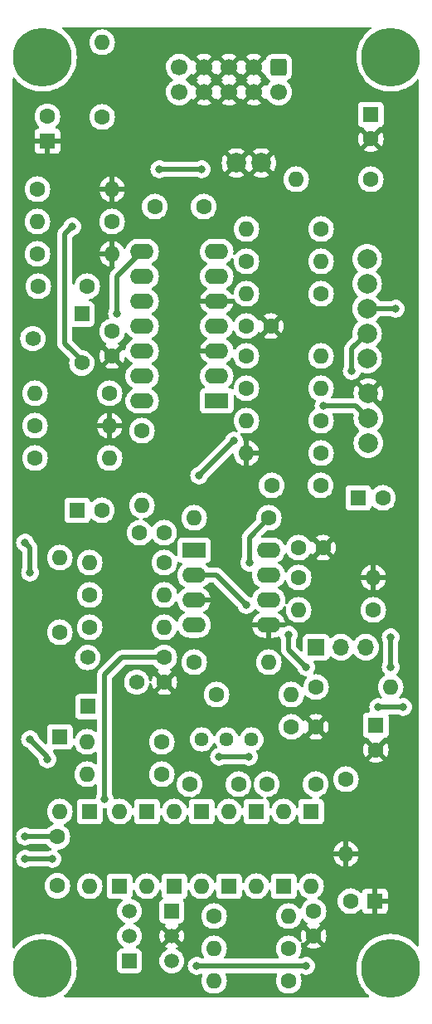
<source format=gbl>
G04 #@! TF.GenerationSoftware,KiCad,Pcbnew,(6.0.8-1)-1*
G04 #@! TF.CreationDate,2023-01-21T16:41:44+01:00*
G04 #@! TF.ProjectId,steiner-parker-vcf,73746569-6e65-4722-9d70-61726b65722d,rev?*
G04 #@! TF.SameCoordinates,Original*
G04 #@! TF.FileFunction,Copper,L2,Bot*
G04 #@! TF.FilePolarity,Positive*
%FSLAX46Y46*%
G04 Gerber Fmt 4.6, Leading zero omitted, Abs format (unit mm)*
G04 Created by KiCad (PCBNEW (6.0.8-1)-1) date 2023-01-21 16:41:44*
%MOMM*%
%LPD*%
G01*
G04 APERTURE LIST*
G04 Aperture macros list*
%AMRoundRect*
0 Rectangle with rounded corners*
0 $1 Rounding radius*
0 $2 $3 $4 $5 $6 $7 $8 $9 X,Y pos of 4 corners*
0 Add a 4 corners polygon primitive as box body*
4,1,4,$2,$3,$4,$5,$6,$7,$8,$9,$2,$3,0*
0 Add four circle primitives for the rounded corners*
1,1,$1+$1,$2,$3*
1,1,$1+$1,$4,$5*
1,1,$1+$1,$6,$7*
1,1,$1+$1,$8,$9*
0 Add four rect primitives between the rounded corners*
20,1,$1+$1,$2,$3,$4,$5,0*
20,1,$1+$1,$4,$5,$6,$7,0*
20,1,$1+$1,$6,$7,$8,$9,0*
20,1,$1+$1,$8,$9,$2,$3,0*%
G04 Aperture macros list end*
G04 #@! TA.AperFunction,ComponentPad*
%ADD10R,1.600000X1.600000*%
G04 #@! TD*
G04 #@! TA.AperFunction,ComponentPad*
%ADD11O,1.600000X1.600000*%
G04 #@! TD*
G04 #@! TA.AperFunction,ComponentPad*
%ADD12C,1.600000*%
G04 #@! TD*
G04 #@! TA.AperFunction,ComponentPad*
%ADD13C,6.000000*%
G04 #@! TD*
G04 #@! TA.AperFunction,ComponentPad*
%ADD14R,1.700000X1.700000*%
G04 #@! TD*
G04 #@! TA.AperFunction,ComponentPad*
%ADD15O,1.700000X1.700000*%
G04 #@! TD*
G04 #@! TA.AperFunction,ComponentPad*
%ADD16R,2.400000X1.600000*%
G04 #@! TD*
G04 #@! TA.AperFunction,ComponentPad*
%ADD17O,2.400000X1.600000*%
G04 #@! TD*
G04 #@! TA.AperFunction,ComponentPad*
%ADD18R,1.500000X1.500000*%
G04 #@! TD*
G04 #@! TA.AperFunction,ComponentPad*
%ADD19C,1.500000*%
G04 #@! TD*
G04 #@! TA.AperFunction,ComponentPad*
%ADD20RoundRect,0.250000X-0.600000X0.600000X-0.600000X-0.600000X0.600000X-0.600000X0.600000X0.600000X0*%
G04 #@! TD*
G04 #@! TA.AperFunction,ComponentPad*
%ADD21C,1.700000*%
G04 #@! TD*
G04 #@! TA.AperFunction,ComponentPad*
%ADD22R,1.560000X1.560000*%
G04 #@! TD*
G04 #@! TA.AperFunction,ComponentPad*
%ADD23C,1.560000*%
G04 #@! TD*
G04 #@! TA.AperFunction,ComponentPad*
%ADD24C,1.440000*%
G04 #@! TD*
G04 #@! TA.AperFunction,ComponentPad*
%ADD25C,2.000000*%
G04 #@! TD*
G04 #@! TA.AperFunction,ViaPad*
%ADD26C,0.800000*%
G04 #@! TD*
G04 #@! TA.AperFunction,Conductor*
%ADD27C,0.508000*%
G04 #@! TD*
G04 APERTURE END LIST*
D10*
X140970000Y-130556000D03*
D11*
X140970000Y-138176000D03*
D10*
X115316000Y-122936000D03*
D11*
X115316000Y-130556000D03*
D12*
X131318000Y-118618000D03*
D11*
X138938000Y-118618000D03*
D12*
X120396000Y-87884000D03*
D11*
X112776000Y-87884000D03*
D10*
X114046000Y-62142380D03*
D12*
X114046000Y-59642380D03*
D10*
X147486380Y-139700000D03*
D12*
X144986380Y-139700000D03*
D10*
X129794000Y-130556000D03*
D11*
X129794000Y-138176000D03*
D13*
X149098000Y-53594000D03*
D12*
X128564000Y-127762000D03*
X133564000Y-127762000D03*
X139700000Y-103632000D03*
X142200000Y-103632000D03*
X118110000Y-76962000D03*
X113110000Y-76962000D03*
D10*
X127000000Y-138176000D03*
D11*
X127000000Y-130556000D03*
D14*
X141478000Y-113792000D03*
D15*
X144018000Y-113792000D03*
X146558000Y-113792000D03*
D12*
X112776000Y-91186000D03*
D11*
X120396000Y-91186000D03*
D12*
X134366000Y-84074000D03*
D11*
X141986000Y-84074000D03*
D10*
X138176000Y-138176000D03*
D11*
X138176000Y-130556000D03*
D16*
X129017000Y-103896000D03*
D17*
X129017000Y-106436000D03*
X129017000Y-108976000D03*
X129017000Y-111516000D03*
X136637000Y-111516000D03*
X136637000Y-108976000D03*
X136637000Y-106436000D03*
X136637000Y-103896000D03*
D12*
X141224000Y-140736000D03*
X141224000Y-143236000D03*
D18*
X126746000Y-140716000D03*
D19*
X126746000Y-143256000D03*
X126746000Y-145796000D03*
D10*
X118364000Y-130556000D03*
D11*
X118364000Y-138176000D03*
D12*
X118364000Y-108458000D03*
D11*
X125984000Y-108458000D03*
D12*
X115316000Y-112268000D03*
D11*
X115316000Y-104648000D03*
D12*
X129032000Y-115316000D03*
D11*
X136652000Y-115316000D03*
D12*
X136652000Y-100584000D03*
D11*
X129032000Y-100584000D03*
D13*
X113538000Y-53594000D03*
D12*
X136946000Y-97282000D03*
X141946000Y-97282000D03*
X134366000Y-81026000D03*
X136866000Y-81026000D03*
D10*
X147574000Y-121753621D03*
D12*
X147574000Y-124253621D03*
X125984000Y-105156000D03*
D11*
X118364000Y-105156000D03*
D12*
X120650000Y-70358000D03*
D11*
X113030000Y-70358000D03*
D12*
X141986000Y-90678000D03*
D11*
X134366000Y-90678000D03*
D20*
X137668000Y-54610000D03*
D21*
X137668000Y-57150000D03*
X135128000Y-54610000D03*
X135128000Y-57150000D03*
X132588000Y-54610000D03*
X132588000Y-57150000D03*
X130048000Y-54610000D03*
X130048000Y-57150000D03*
X127508000Y-54610000D03*
X127508000Y-57150000D03*
D12*
X138958000Y-121920000D03*
X141458000Y-121920000D03*
X130008000Y-68834000D03*
X125008000Y-68834000D03*
D22*
X117556000Y-79796000D03*
D23*
X112556000Y-82296000D03*
X117556000Y-84796000D03*
D12*
X120650000Y-84074000D03*
X120650000Y-81574000D03*
D24*
X134884000Y-123190000D03*
X132344000Y-123190000D03*
X129804000Y-123190000D03*
D10*
X147066000Y-59436000D03*
D12*
X147066000Y-61936000D03*
X134366000Y-74422000D03*
D11*
X141986000Y-74422000D03*
D12*
X125730000Y-126746000D03*
D11*
X118110000Y-126746000D03*
D10*
X132588000Y-138176000D03*
D11*
X132588000Y-130556000D03*
D12*
X113030000Y-67056000D03*
D11*
X120650000Y-67056000D03*
D25*
X133350000Y-64389000D03*
X135890000Y-64389000D03*
D12*
X115062000Y-138136000D03*
X115062000Y-133136000D03*
D10*
X135382000Y-130556000D03*
D11*
X135382000Y-138176000D03*
D12*
X147320000Y-109982000D03*
D11*
X139700000Y-109982000D03*
D12*
X125730000Y-123444000D03*
D11*
X118110000Y-123444000D03*
D12*
X113030000Y-73660000D03*
D11*
X120650000Y-73660000D03*
D13*
X149098000Y-146558000D03*
D12*
X144526000Y-127254000D03*
D11*
X144526000Y-134874000D03*
D22*
X118156000Y-119848000D03*
D23*
X123156000Y-117348000D03*
X118156000Y-114848000D03*
D12*
X138684000Y-144526000D03*
D11*
X131064000Y-144526000D03*
D12*
X147066000Y-66040000D03*
D11*
X139446000Y-66040000D03*
D12*
X134366000Y-87376000D03*
D11*
X141986000Y-87376000D03*
D12*
X138684000Y-147828000D03*
D11*
X131064000Y-147828000D03*
D16*
X131333000Y-88651000D03*
D17*
X131333000Y-86111000D03*
X131333000Y-83571000D03*
X131333000Y-81031000D03*
X131333000Y-78491000D03*
X131333000Y-75951000D03*
X131333000Y-73411000D03*
X123713000Y-73411000D03*
X123713000Y-75951000D03*
X123713000Y-78491000D03*
X123713000Y-81031000D03*
X123713000Y-83571000D03*
X123713000Y-86111000D03*
X123713000Y-88651000D03*
D12*
X131064000Y-141224000D03*
D11*
X138684000Y-141224000D03*
D12*
X141986000Y-77724000D03*
D11*
X134366000Y-77724000D03*
D12*
X125984000Y-117348000D03*
X125984000Y-114848000D03*
D10*
X124206000Y-130556000D03*
D11*
X124206000Y-138176000D03*
D10*
X145796000Y-98552000D03*
D12*
X148296000Y-98552000D03*
X112776000Y-94488000D03*
D11*
X120396000Y-94488000D03*
D12*
X139700000Y-106680000D03*
D11*
X147320000Y-106680000D03*
D10*
X121412000Y-138176000D03*
D11*
X121412000Y-130556000D03*
D25*
X146812000Y-92964000D03*
X146812000Y-90424000D03*
X146812000Y-87884000D03*
D10*
X117094000Y-99822000D03*
D12*
X119594000Y-99822000D03*
X125964000Y-102108000D03*
X123464000Y-102108000D03*
X118364000Y-111760000D03*
D11*
X125984000Y-111760000D03*
D12*
X141986000Y-71120000D03*
D11*
X134366000Y-71120000D03*
D13*
X113538000Y-146558000D03*
D12*
X136438000Y-127762000D03*
X141438000Y-127762000D03*
D18*
X122428000Y-145796000D03*
D19*
X122428000Y-143256000D03*
X122428000Y-140716000D03*
D12*
X123698000Y-91694000D03*
D11*
X123698000Y-99314000D03*
D12*
X141986000Y-93980000D03*
D11*
X134366000Y-93980000D03*
D12*
X141478000Y-117856000D03*
D11*
X149098000Y-117856000D03*
D12*
X119634000Y-59690000D03*
D11*
X119634000Y-52070000D03*
D25*
X146685000Y-84328000D03*
X146685000Y-81788000D03*
X146685000Y-79248000D03*
X146685000Y-76708000D03*
X146685000Y-74168000D03*
D26*
X111760000Y-135382000D03*
X114554000Y-135382000D03*
X119888000Y-129286000D03*
X134366000Y-109474000D03*
X111760000Y-133096000D03*
X149098000Y-115824000D03*
X149098000Y-112776000D03*
X114046000Y-125222000D03*
X112268000Y-106172000D03*
X112268000Y-123190000D03*
X111760000Y-103124000D03*
X121158000Y-79756000D03*
X142240000Y-89154000D03*
X129540000Y-96266000D03*
X133096000Y-92710000D03*
X131572000Y-124968000D03*
X134620000Y-124968000D03*
X145125500Y-85598000D03*
X116586000Y-70866000D03*
X129794000Y-65024000D03*
X125476000Y-65024000D03*
X149606000Y-79248000D03*
X140462000Y-146304000D03*
X150368000Y-119888000D03*
X147828000Y-119888000D03*
X138684000Y-112522000D03*
X129286000Y-146304000D03*
X140462000Y-115824000D03*
X134648000Y-105156000D03*
D27*
X111760000Y-135382000D02*
X114554000Y-135382000D01*
X119888000Y-129286000D02*
X119888000Y-116586000D01*
X119888000Y-116586000D02*
X121626000Y-114848000D01*
X121626000Y-114848000D02*
X125984000Y-114848000D01*
X131328000Y-106436000D02*
X129017000Y-106436000D01*
X134366000Y-109474000D02*
X131328000Y-106436000D01*
X111760000Y-133096000D02*
X115022000Y-133096000D01*
X115022000Y-133096000D02*
X115062000Y-133136000D01*
X149098000Y-115824000D02*
X149098000Y-112776000D01*
X112268000Y-103632000D02*
X111760000Y-103124000D01*
X114046000Y-124968000D02*
X112268000Y-123190000D01*
X112268000Y-106172000D02*
X112268000Y-103632000D01*
X114046000Y-125222000D02*
X114046000Y-124968000D01*
X121158000Y-75966000D02*
X123713000Y-73411000D01*
X121158000Y-79756000D02*
X121158000Y-75966000D01*
X142240000Y-89154000D02*
X145542000Y-89154000D01*
X145542000Y-89154000D02*
X146812000Y-90424000D01*
X129540000Y-96266000D02*
X133096000Y-92710000D01*
X131572000Y-124968000D02*
X134620000Y-124968000D01*
X145125500Y-85598000D02*
X145125500Y-83347500D01*
X145125500Y-83347500D02*
X146685000Y-81788000D01*
X115824000Y-82810000D02*
X117810000Y-84796000D01*
X129794000Y-65024000D02*
X125476000Y-65024000D01*
X115824000Y-71628000D02*
X115824000Y-82810000D01*
X116586000Y-70866000D02*
X115824000Y-71628000D01*
X146685000Y-79248000D02*
X149606000Y-79248000D01*
X129286000Y-146304000D02*
X140462000Y-146304000D01*
X150368000Y-119888000D02*
X147828000Y-119888000D01*
X138684000Y-114046000D02*
X140462000Y-115824000D01*
X138684000Y-112522000D02*
X138684000Y-114046000D01*
X134648000Y-105156000D02*
X134648000Y-102588000D01*
X134648000Y-102588000D02*
X136652000Y-100584000D01*
G04 #@! TA.AperFunction,Conductor*
G36*
X119635587Y-50524001D02*
G01*
X119660378Y-50510970D01*
X119685204Y-50508500D01*
X146982002Y-50508500D01*
X147050123Y-50528502D01*
X147096616Y-50582158D01*
X147106720Y-50652432D01*
X147077226Y-50717012D01*
X147050626Y-50740173D01*
X147032925Y-50751668D01*
X146747133Y-50983098D01*
X146487098Y-51243133D01*
X146255668Y-51528925D01*
X146055380Y-51837343D01*
X145888427Y-52165006D01*
X145756639Y-52508326D01*
X145661459Y-52863541D01*
X145630888Y-53056558D01*
X145606978Y-53207523D01*
X145603931Y-53226759D01*
X145584685Y-53594000D01*
X145603931Y-53961241D01*
X145661459Y-54324459D01*
X145756639Y-54679674D01*
X145888427Y-55022994D01*
X145889925Y-55025934D01*
X146036004Y-55312629D01*
X146055380Y-55350657D01*
X146057176Y-55353423D01*
X146057178Y-55353426D01*
X146094365Y-55410689D01*
X146255668Y-55659075D01*
X146487098Y-55944867D01*
X146747133Y-56204902D01*
X147032925Y-56436332D01*
X147341342Y-56636620D01*
X147344276Y-56638115D01*
X147344283Y-56638119D01*
X147618773Y-56777978D01*
X147669006Y-56803573D01*
X148012326Y-56935361D01*
X148367541Y-57030541D01*
X148560558Y-57061112D01*
X148727511Y-57087555D01*
X148727519Y-57087556D01*
X148730759Y-57088069D01*
X149098000Y-57107315D01*
X149465241Y-57088069D01*
X149468481Y-57087556D01*
X149468489Y-57087555D01*
X149635442Y-57061112D01*
X149828459Y-57030541D01*
X150183674Y-56935361D01*
X150526994Y-56803573D01*
X150577227Y-56777978D01*
X150851717Y-56638119D01*
X150851724Y-56638115D01*
X150854658Y-56636620D01*
X151163075Y-56436332D01*
X151448867Y-56204902D01*
X151708902Y-55944867D01*
X151767581Y-55872404D01*
X151825994Y-55832053D01*
X151896951Y-55829688D01*
X151957923Y-55866061D01*
X151989551Y-55929624D01*
X151991500Y-55951700D01*
X151991500Y-144200300D01*
X151971498Y-144268421D01*
X151917842Y-144314914D01*
X151847568Y-144325018D01*
X151782988Y-144295524D01*
X151767584Y-144279599D01*
X151708902Y-144207133D01*
X151448867Y-143947098D01*
X151163075Y-143715668D01*
X151016387Y-143620408D01*
X150857427Y-143517178D01*
X150857424Y-143517176D01*
X150854658Y-143515380D01*
X150851724Y-143513885D01*
X150851717Y-143513881D01*
X150529934Y-143349925D01*
X150526994Y-143348427D01*
X150248374Y-143241475D01*
X150186764Y-143217825D01*
X150186762Y-143217824D01*
X150183674Y-143216639D01*
X149828459Y-143121459D01*
X149635442Y-143090888D01*
X149468489Y-143064445D01*
X149468481Y-143064444D01*
X149465241Y-143063931D01*
X149098000Y-143044685D01*
X148730759Y-143063931D01*
X148727519Y-143064444D01*
X148727511Y-143064445D01*
X148560558Y-143090888D01*
X148367541Y-143121459D01*
X148012326Y-143216639D01*
X148009238Y-143217824D01*
X148009236Y-143217825D01*
X147947626Y-143241475D01*
X147669006Y-143348427D01*
X147666066Y-143349925D01*
X147344284Y-143513881D01*
X147344277Y-143513885D01*
X147341343Y-143515380D01*
X147338577Y-143517176D01*
X147338574Y-143517178D01*
X147167890Y-143628021D01*
X147032925Y-143715668D01*
X146747133Y-143947098D01*
X146487098Y-144207133D01*
X146255668Y-144492925D01*
X146229183Y-144533709D01*
X146061377Y-144792109D01*
X146055380Y-144801343D01*
X146053885Y-144804277D01*
X146053881Y-144804284D01*
X145982927Y-144943540D01*
X145888427Y-145129006D01*
X145756639Y-145472326D01*
X145661459Y-145827541D01*
X145644844Y-145932444D01*
X145615038Y-146120635D01*
X145603931Y-146190759D01*
X145584685Y-146558000D01*
X145603931Y-146925241D01*
X145604444Y-146928481D01*
X145604445Y-146928489D01*
X145625089Y-147058828D01*
X145661459Y-147288459D01*
X145756639Y-147643674D01*
X145888427Y-147986994D01*
X145889925Y-147989934D01*
X146036317Y-148277243D01*
X146055380Y-148314657D01*
X146255668Y-148623075D01*
X146487098Y-148908867D01*
X146747133Y-149168902D01*
X146749708Y-149170987D01*
X146868990Y-149267580D01*
X146909342Y-149325994D01*
X146911708Y-149396951D01*
X146875335Y-149457923D01*
X146811772Y-149489551D01*
X146789696Y-149491500D01*
X115846304Y-149491500D01*
X115778183Y-149471498D01*
X115731690Y-149417842D01*
X115721586Y-149347568D01*
X115751080Y-149282988D01*
X115767010Y-149267580D01*
X115886292Y-149170987D01*
X115888867Y-149168902D01*
X116148902Y-148908867D01*
X116380332Y-148623075D01*
X116580620Y-148314657D01*
X116599684Y-148277243D01*
X116746075Y-147989934D01*
X116747573Y-147986994D01*
X116879361Y-147643674D01*
X116974541Y-147288459D01*
X117010911Y-147058828D01*
X117031555Y-146928489D01*
X117031556Y-146928481D01*
X117032069Y-146925241D01*
X117051315Y-146558000D01*
X117032069Y-146190759D01*
X117020963Y-146120635D01*
X116991156Y-145932444D01*
X116974541Y-145827541D01*
X116879361Y-145472326D01*
X116747573Y-145129006D01*
X116653073Y-144943540D01*
X116582119Y-144804284D01*
X116582115Y-144804277D01*
X116580620Y-144801343D01*
X116574624Y-144792109D01*
X116406817Y-144533709D01*
X116380332Y-144492925D01*
X116148902Y-144207133D01*
X115888867Y-143947098D01*
X115603075Y-143715668D01*
X115456387Y-143620408D01*
X115297427Y-143517178D01*
X115297424Y-143517176D01*
X115294658Y-143515380D01*
X115291724Y-143513885D01*
X115291717Y-143513881D01*
X114969934Y-143349925D01*
X114966994Y-143348427D01*
X114688374Y-143241475D01*
X114626764Y-143217825D01*
X114626762Y-143217824D01*
X114623674Y-143216639D01*
X114268459Y-143121459D01*
X114075442Y-143090888D01*
X113908489Y-143064445D01*
X113908481Y-143064444D01*
X113905241Y-143063931D01*
X113538000Y-143044685D01*
X113170759Y-143063931D01*
X113167519Y-143064444D01*
X113167511Y-143064445D01*
X113000558Y-143090888D01*
X112807541Y-143121459D01*
X112452326Y-143216639D01*
X112449238Y-143217824D01*
X112449236Y-143217825D01*
X112387626Y-143241475D01*
X112109006Y-143348427D01*
X112106066Y-143349925D01*
X111784284Y-143513881D01*
X111784277Y-143513885D01*
X111781343Y-143515380D01*
X111778577Y-143517176D01*
X111778574Y-143517178D01*
X111607890Y-143628021D01*
X111472925Y-143715668D01*
X111187133Y-143947098D01*
X110927098Y-144207133D01*
X110839819Y-144314914D01*
X110732420Y-144447540D01*
X110674006Y-144487892D01*
X110603049Y-144490258D01*
X110542077Y-144453885D01*
X110510449Y-144390322D01*
X110508500Y-144368246D01*
X110508500Y-138136000D01*
X113748502Y-138136000D01*
X113768457Y-138364087D01*
X113769881Y-138369400D01*
X113769881Y-138369402D01*
X113820993Y-138560151D01*
X113827716Y-138585243D01*
X113830039Y-138590224D01*
X113830039Y-138590225D01*
X113922151Y-138787762D01*
X113922154Y-138787767D01*
X113924477Y-138792749D01*
X114055802Y-138980300D01*
X114217700Y-139142198D01*
X114222208Y-139145355D01*
X114222211Y-139145357D01*
X114269260Y-139178301D01*
X114405251Y-139273523D01*
X114410233Y-139275846D01*
X114410238Y-139275849D01*
X114557767Y-139344642D01*
X114612757Y-139370284D01*
X114618065Y-139371706D01*
X114618067Y-139371707D01*
X114828598Y-139428119D01*
X114828600Y-139428119D01*
X114833913Y-139429543D01*
X115062000Y-139449498D01*
X115290087Y-139429543D01*
X115295400Y-139428119D01*
X115295402Y-139428119D01*
X115505933Y-139371707D01*
X115505935Y-139371706D01*
X115511243Y-139370284D01*
X115566233Y-139344642D01*
X115713762Y-139275849D01*
X115713767Y-139275846D01*
X115718749Y-139273523D01*
X115854740Y-139178301D01*
X115901789Y-139145357D01*
X115901792Y-139145355D01*
X115906300Y-139142198D01*
X116068198Y-138980300D01*
X116199523Y-138792749D01*
X116201846Y-138787767D01*
X116201849Y-138787762D01*
X116293961Y-138590225D01*
X116293961Y-138590224D01*
X116296284Y-138585243D01*
X116303008Y-138560151D01*
X116354119Y-138369402D01*
X116354119Y-138369400D01*
X116355543Y-138364087D01*
X116371998Y-138176000D01*
X117050502Y-138176000D01*
X117070457Y-138404087D01*
X117071881Y-138409400D01*
X117071881Y-138409402D01*
X117112275Y-138560151D01*
X117129716Y-138625243D01*
X117132039Y-138630224D01*
X117132039Y-138630225D01*
X117224151Y-138827762D01*
X117224154Y-138827767D01*
X117226477Y-138832749D01*
X117251166Y-138868008D01*
X117329794Y-138980300D01*
X117357802Y-139020300D01*
X117519700Y-139182198D01*
X117524208Y-139185355D01*
X117524211Y-139185357D01*
X117565542Y-139214297D01*
X117707251Y-139313523D01*
X117712233Y-139315846D01*
X117712238Y-139315849D01*
X117909775Y-139407961D01*
X117914757Y-139410284D01*
X117920065Y-139411706D01*
X117920067Y-139411707D01*
X118130598Y-139468119D01*
X118130600Y-139468119D01*
X118135913Y-139469543D01*
X118364000Y-139489498D01*
X118592087Y-139469543D01*
X118597400Y-139468119D01*
X118597402Y-139468119D01*
X118807933Y-139411707D01*
X118807935Y-139411706D01*
X118813243Y-139410284D01*
X118818225Y-139407961D01*
X119015762Y-139315849D01*
X119015767Y-139315846D01*
X119020749Y-139313523D01*
X119162458Y-139214297D01*
X119203789Y-139185357D01*
X119203792Y-139185355D01*
X119208300Y-139182198D01*
X119366364Y-139024134D01*
X120103500Y-139024134D01*
X120110255Y-139086316D01*
X120161385Y-139222705D01*
X120248739Y-139339261D01*
X120365295Y-139426615D01*
X120501684Y-139477745D01*
X120563866Y-139484500D01*
X121593016Y-139484500D01*
X121661137Y-139504502D01*
X121707630Y-139558158D01*
X121717734Y-139628432D01*
X121688240Y-139693012D01*
X121665287Y-139713713D01*
X121620473Y-139745092D01*
X121620470Y-139745094D01*
X121615962Y-139748251D01*
X121460251Y-139903962D01*
X121457094Y-139908470D01*
X121457092Y-139908473D01*
X121340669Y-140074743D01*
X121333944Y-140084347D01*
X121331621Y-140089329D01*
X121331618Y-140089334D01*
X121301359Y-140154225D01*
X121240880Y-140283924D01*
X121183885Y-140496629D01*
X121164693Y-140716000D01*
X121183885Y-140935371D01*
X121240880Y-141148076D01*
X121263617Y-141196835D01*
X121331618Y-141342666D01*
X121331621Y-141342671D01*
X121333944Y-141347653D01*
X121337100Y-141352160D01*
X121337101Y-141352162D01*
X121453220Y-141517996D01*
X121460251Y-141528038D01*
X121615962Y-141683749D01*
X121796346Y-141810056D01*
X121801328Y-141812379D01*
X121801333Y-141812382D01*
X121928768Y-141871805D01*
X121982053Y-141918722D01*
X122001514Y-141986999D01*
X121980972Y-142054959D01*
X121928768Y-142100195D01*
X121801334Y-142159618D01*
X121801329Y-142159621D01*
X121796347Y-142161944D01*
X121791840Y-142165100D01*
X121791838Y-142165101D01*
X121620473Y-142285092D01*
X121620470Y-142285094D01*
X121615962Y-142288251D01*
X121460251Y-142443962D01*
X121457094Y-142448470D01*
X121457092Y-142448473D01*
X121365214Y-142579689D01*
X121333944Y-142624347D01*
X121331621Y-142629329D01*
X121331618Y-142629334D01*
X121331502Y-142629583D01*
X121240880Y-142823924D01*
X121183885Y-143036629D01*
X121164693Y-143256000D01*
X121183885Y-143475371D01*
X121240880Y-143688076D01*
X121254719Y-143717754D01*
X121331618Y-143882666D01*
X121331621Y-143882671D01*
X121333944Y-143887653D01*
X121337100Y-143892160D01*
X121337101Y-143892162D01*
X121365801Y-143933149D01*
X121460251Y-144068038D01*
X121615962Y-144223749D01*
X121620471Y-144226906D01*
X121620473Y-144226908D01*
X121736694Y-144308287D01*
X121781022Y-144363744D01*
X121788331Y-144434364D01*
X121756300Y-144497724D01*
X121695099Y-144533709D01*
X121664423Y-144537500D01*
X121629866Y-144537500D01*
X121567684Y-144544255D01*
X121431295Y-144595385D01*
X121314739Y-144682739D01*
X121227385Y-144799295D01*
X121176255Y-144935684D01*
X121169500Y-144997866D01*
X121169500Y-146594134D01*
X121176255Y-146656316D01*
X121227385Y-146792705D01*
X121314739Y-146909261D01*
X121431295Y-146996615D01*
X121567684Y-147047745D01*
X121629866Y-147054500D01*
X123226134Y-147054500D01*
X123288316Y-147047745D01*
X123424705Y-146996615D01*
X123541261Y-146909261D01*
X123628615Y-146792705D01*
X123679745Y-146656316D01*
X123686500Y-146594134D01*
X123686500Y-145796000D01*
X125482693Y-145796000D01*
X125501885Y-146015371D01*
X125558880Y-146228076D01*
X125561205Y-146233061D01*
X125649618Y-146422666D01*
X125649621Y-146422671D01*
X125651944Y-146427653D01*
X125655100Y-146432160D01*
X125655101Y-146432162D01*
X125766123Y-146590717D01*
X125778251Y-146608038D01*
X125933962Y-146763749D01*
X126114346Y-146890056D01*
X126313924Y-146983120D01*
X126526629Y-147040115D01*
X126746000Y-147059307D01*
X126965371Y-147040115D01*
X127178076Y-146983120D01*
X127377654Y-146890056D01*
X127558038Y-146763749D01*
X127713749Y-146608038D01*
X127725878Y-146590717D01*
X127836899Y-146432162D01*
X127836900Y-146432160D01*
X127840056Y-146427653D01*
X127842379Y-146422671D01*
X127842382Y-146422666D01*
X127897716Y-146304000D01*
X128372496Y-146304000D01*
X128392458Y-146493928D01*
X128451473Y-146675556D01*
X128546960Y-146840944D01*
X128551378Y-146845851D01*
X128551379Y-146845852D01*
X128593274Y-146892381D01*
X128674747Y-146982866D01*
X128829248Y-147095118D01*
X128835276Y-147097802D01*
X128835278Y-147097803D01*
X128997679Y-147170108D01*
X129003712Y-147172794D01*
X129083587Y-147189772D01*
X129184056Y-147211128D01*
X129184061Y-147211128D01*
X129190513Y-147212500D01*
X129381487Y-147212500D01*
X129387939Y-147211128D01*
X129387944Y-147211128D01*
X129488413Y-147189772D01*
X129568288Y-147172794D01*
X129574315Y-147170111D01*
X129574323Y-147170108D01*
X129711552Y-147109010D01*
X129781919Y-147099576D01*
X129846216Y-147129683D01*
X129884029Y-147189772D01*
X129883353Y-147260765D01*
X129876997Y-147277362D01*
X129829716Y-147378757D01*
X129828294Y-147384065D01*
X129828293Y-147384067D01*
X129793865Y-147512552D01*
X129770457Y-147599913D01*
X129750502Y-147828000D01*
X129770457Y-148056087D01*
X129829716Y-148277243D01*
X129832039Y-148282224D01*
X129832039Y-148282225D01*
X129924151Y-148479762D01*
X129924154Y-148479767D01*
X129926477Y-148484749D01*
X130057802Y-148672300D01*
X130219700Y-148834198D01*
X130224208Y-148837355D01*
X130224211Y-148837357D01*
X130302389Y-148892098D01*
X130407251Y-148965523D01*
X130412233Y-148967846D01*
X130412238Y-148967849D01*
X130494730Y-149006315D01*
X130614757Y-149062284D01*
X130620065Y-149063706D01*
X130620067Y-149063707D01*
X130830598Y-149120119D01*
X130830600Y-149120119D01*
X130835913Y-149121543D01*
X131064000Y-149141498D01*
X131292087Y-149121543D01*
X131297400Y-149120119D01*
X131297402Y-149120119D01*
X131507933Y-149063707D01*
X131507935Y-149063706D01*
X131513243Y-149062284D01*
X131633270Y-149006315D01*
X131715762Y-148967849D01*
X131715767Y-148967846D01*
X131720749Y-148965523D01*
X131825611Y-148892098D01*
X131903789Y-148837357D01*
X131903792Y-148837355D01*
X131908300Y-148834198D01*
X132070198Y-148672300D01*
X132201523Y-148484749D01*
X132203846Y-148479767D01*
X132203849Y-148479762D01*
X132295961Y-148282225D01*
X132295961Y-148282224D01*
X132298284Y-148277243D01*
X132357543Y-148056087D01*
X132377498Y-147828000D01*
X132357543Y-147599913D01*
X132334135Y-147512552D01*
X132299707Y-147384067D01*
X132299706Y-147384065D01*
X132298284Y-147378757D01*
X132236262Y-147245749D01*
X132225601Y-147175558D01*
X132254581Y-147110745D01*
X132314001Y-147071889D01*
X132350457Y-147066500D01*
X137397543Y-147066500D01*
X137465664Y-147086502D01*
X137512157Y-147140158D01*
X137522261Y-147210432D01*
X137511738Y-147245749D01*
X137449716Y-147378757D01*
X137448294Y-147384065D01*
X137448293Y-147384067D01*
X137413865Y-147512552D01*
X137390457Y-147599913D01*
X137370502Y-147828000D01*
X137390457Y-148056087D01*
X137449716Y-148277243D01*
X137452039Y-148282224D01*
X137452039Y-148282225D01*
X137544151Y-148479762D01*
X137544154Y-148479767D01*
X137546477Y-148484749D01*
X137677802Y-148672300D01*
X137839700Y-148834198D01*
X137844208Y-148837355D01*
X137844211Y-148837357D01*
X137922389Y-148892098D01*
X138027251Y-148965523D01*
X138032233Y-148967846D01*
X138032238Y-148967849D01*
X138114730Y-149006315D01*
X138234757Y-149062284D01*
X138240065Y-149063706D01*
X138240067Y-149063707D01*
X138450598Y-149120119D01*
X138450600Y-149120119D01*
X138455913Y-149121543D01*
X138684000Y-149141498D01*
X138912087Y-149121543D01*
X138917400Y-149120119D01*
X138917402Y-149120119D01*
X139127933Y-149063707D01*
X139127935Y-149063706D01*
X139133243Y-149062284D01*
X139253270Y-149006315D01*
X139335762Y-148967849D01*
X139335767Y-148967846D01*
X139340749Y-148965523D01*
X139445611Y-148892098D01*
X139523789Y-148837357D01*
X139523792Y-148837355D01*
X139528300Y-148834198D01*
X139690198Y-148672300D01*
X139821523Y-148484749D01*
X139823846Y-148479767D01*
X139823849Y-148479762D01*
X139915961Y-148282225D01*
X139915961Y-148282224D01*
X139918284Y-148277243D01*
X139977543Y-148056087D01*
X139997498Y-147828000D01*
X139977543Y-147599913D01*
X139954135Y-147512552D01*
X139919707Y-147384067D01*
X139919706Y-147384065D01*
X139918284Y-147378757D01*
X139871005Y-147277366D01*
X139860344Y-147207175D01*
X139889324Y-147142363D01*
X139948744Y-147103506D01*
X140019738Y-147102943D01*
X140036448Y-147109010D01*
X140173677Y-147170108D01*
X140173685Y-147170111D01*
X140179712Y-147172794D01*
X140259587Y-147189772D01*
X140360056Y-147211128D01*
X140360061Y-147211128D01*
X140366513Y-147212500D01*
X140557487Y-147212500D01*
X140563939Y-147211128D01*
X140563944Y-147211128D01*
X140664413Y-147189772D01*
X140744288Y-147172794D01*
X140750321Y-147170108D01*
X140912722Y-147097803D01*
X140912724Y-147097802D01*
X140918752Y-147095118D01*
X141073253Y-146982866D01*
X141154726Y-146892381D01*
X141196621Y-146845852D01*
X141196622Y-146845851D01*
X141201040Y-146840944D01*
X141296527Y-146675556D01*
X141355542Y-146493928D01*
X141375504Y-146304000D01*
X141355542Y-146114072D01*
X141296527Y-145932444D01*
X141201040Y-145767056D01*
X141073253Y-145625134D01*
X140945338Y-145532198D01*
X140924094Y-145516763D01*
X140924093Y-145516762D01*
X140918752Y-145512882D01*
X140912724Y-145510198D01*
X140912722Y-145510197D01*
X140750319Y-145437891D01*
X140750318Y-145437891D01*
X140744288Y-145435206D01*
X140650887Y-145415353D01*
X140563944Y-145396872D01*
X140563939Y-145396872D01*
X140557487Y-145395500D01*
X140366513Y-145395500D01*
X140360061Y-145396872D01*
X140360056Y-145396872D01*
X140273113Y-145415353D01*
X140179712Y-145435206D01*
X140173682Y-145437891D01*
X140173681Y-145437891D01*
X140011278Y-145510197D01*
X140011276Y-145510198D01*
X140005248Y-145512882D01*
X139999907Y-145516762D01*
X139999906Y-145516763D01*
X139998980Y-145517436D01*
X139998354Y-145517660D01*
X139994189Y-145520064D01*
X139993749Y-145519302D01*
X139932113Y-145541294D01*
X139924919Y-145541500D01*
X139812366Y-145541500D01*
X139744245Y-145521498D01*
X139697752Y-145467842D01*
X139687648Y-145397568D01*
X139709153Y-145343229D01*
X139818366Y-145187257D01*
X139821523Y-145182749D01*
X139823846Y-145177767D01*
X139823849Y-145177762D01*
X139915961Y-144980225D01*
X139915961Y-144980224D01*
X139918284Y-144975243D01*
X139930867Y-144928285D01*
X139976119Y-144759402D01*
X139976119Y-144759400D01*
X139977543Y-144754087D01*
X139997498Y-144526000D01*
X139979656Y-144322062D01*
X140502493Y-144322062D01*
X140511789Y-144334077D01*
X140562994Y-144369931D01*
X140572489Y-144375414D01*
X140769947Y-144467490D01*
X140780239Y-144471236D01*
X140990688Y-144527625D01*
X141001481Y-144529528D01*
X141218525Y-144548517D01*
X141229475Y-144548517D01*
X141446519Y-144529528D01*
X141457312Y-144527625D01*
X141667761Y-144471236D01*
X141678053Y-144467490D01*
X141875511Y-144375414D01*
X141885006Y-144369931D01*
X141937048Y-144333491D01*
X141945424Y-144323012D01*
X141938356Y-144309566D01*
X141236812Y-143608022D01*
X141222868Y-143600408D01*
X141221035Y-143600539D01*
X141214420Y-143604790D01*
X140508923Y-144310287D01*
X140502493Y-144322062D01*
X139979656Y-144322062D01*
X139977543Y-144297913D01*
X139956627Y-144219852D01*
X139918284Y-144076757D01*
X139919652Y-144076391D01*
X139915574Y-144012229D01*
X139950093Y-143950189D01*
X140012673Y-143916660D01*
X140083446Y-143922287D01*
X140117148Y-143941566D01*
X140136988Y-143957424D01*
X140150434Y-143950356D01*
X140851978Y-143248812D01*
X140858356Y-143237132D01*
X141588408Y-143237132D01*
X141588539Y-143238965D01*
X141592790Y-143245580D01*
X142298287Y-143951077D01*
X142310062Y-143957507D01*
X142322077Y-143948211D01*
X142357931Y-143897006D01*
X142363414Y-143887511D01*
X142455490Y-143690053D01*
X142459236Y-143679761D01*
X142515625Y-143469312D01*
X142517528Y-143458519D01*
X142536517Y-143241475D01*
X142536517Y-143230525D01*
X142517528Y-143013481D01*
X142515625Y-143002688D01*
X142459236Y-142792239D01*
X142455490Y-142781947D01*
X142363414Y-142584489D01*
X142357931Y-142574994D01*
X142321491Y-142522952D01*
X142311012Y-142514576D01*
X142297566Y-142521644D01*
X141596022Y-143223188D01*
X141588408Y-143237132D01*
X140858356Y-143237132D01*
X140859592Y-143234868D01*
X140859461Y-143233035D01*
X140855210Y-143226420D01*
X140149713Y-142520923D01*
X140137938Y-142514493D01*
X140125923Y-142523789D01*
X140090069Y-142574994D01*
X140084586Y-142584489D01*
X139992510Y-142781947D01*
X139988764Y-142792239D01*
X139932375Y-143002688D01*
X139930472Y-143013481D01*
X139911483Y-143230525D01*
X139911483Y-143241475D01*
X139930472Y-143458519D01*
X139932375Y-143469312D01*
X139989734Y-143683380D01*
X139988044Y-143754356D01*
X139948250Y-143813152D01*
X139882986Y-143841100D01*
X139812972Y-143829327D01*
X139764814Y-143788262D01*
X139693357Y-143686211D01*
X139693355Y-143686208D01*
X139690198Y-143681700D01*
X139528300Y-143519802D01*
X139523792Y-143516645D01*
X139523789Y-143516643D01*
X139440779Y-143458519D01*
X139340749Y-143388477D01*
X139335767Y-143386154D01*
X139335762Y-143386151D01*
X139138225Y-143294039D01*
X139138224Y-143294039D01*
X139133243Y-143291716D01*
X139127935Y-143290294D01*
X139127933Y-143290293D01*
X138917402Y-143233881D01*
X138917400Y-143233881D01*
X138912087Y-143232457D01*
X138684000Y-143212502D01*
X138455913Y-143232457D01*
X138450600Y-143233881D01*
X138450598Y-143233881D01*
X138240067Y-143290293D01*
X138240065Y-143290294D01*
X138234757Y-143291716D01*
X138229776Y-143294039D01*
X138229775Y-143294039D01*
X138032238Y-143386151D01*
X138032233Y-143386154D01*
X138027251Y-143388477D01*
X137927221Y-143458519D01*
X137844211Y-143516643D01*
X137844208Y-143516645D01*
X137839700Y-143519802D01*
X137677802Y-143681700D01*
X137674645Y-143686208D01*
X137674643Y-143686211D01*
X137626928Y-143754356D01*
X137546477Y-143869251D01*
X137544154Y-143874233D01*
X137544151Y-143874238D01*
X137455885Y-144063527D01*
X137449716Y-144076757D01*
X137448294Y-144082065D01*
X137448293Y-144082067D01*
X137410329Y-144223749D01*
X137390457Y-144297913D01*
X137370502Y-144526000D01*
X137390457Y-144754087D01*
X137391881Y-144759400D01*
X137391881Y-144759402D01*
X137437134Y-144928285D01*
X137449716Y-144975243D01*
X137452039Y-144980224D01*
X137452039Y-144980225D01*
X137544151Y-145177762D01*
X137544154Y-145177767D01*
X137546477Y-145182749D01*
X137549634Y-145187257D01*
X137658847Y-145343229D01*
X137681535Y-145410503D01*
X137664250Y-145479363D01*
X137612481Y-145527948D01*
X137555634Y-145541500D01*
X132192366Y-145541500D01*
X132124245Y-145521498D01*
X132077752Y-145467842D01*
X132067648Y-145397568D01*
X132089153Y-145343229D01*
X132198366Y-145187257D01*
X132201523Y-145182749D01*
X132203846Y-145177767D01*
X132203849Y-145177762D01*
X132295961Y-144980225D01*
X132295961Y-144980224D01*
X132298284Y-144975243D01*
X132310867Y-144928285D01*
X132356119Y-144759402D01*
X132356119Y-144759400D01*
X132357543Y-144754087D01*
X132377498Y-144526000D01*
X132357543Y-144297913D01*
X132337671Y-144223749D01*
X132299707Y-144082067D01*
X132299706Y-144082065D01*
X132298284Y-144076757D01*
X132292115Y-144063527D01*
X132203849Y-143874238D01*
X132203846Y-143874233D01*
X132201523Y-143869251D01*
X132121072Y-143754356D01*
X132073357Y-143686211D01*
X132073355Y-143686208D01*
X132070198Y-143681700D01*
X131908300Y-143519802D01*
X131903792Y-143516645D01*
X131903789Y-143516643D01*
X131820779Y-143458519D01*
X131720749Y-143388477D01*
X131715767Y-143386154D01*
X131715762Y-143386151D01*
X131518225Y-143294039D01*
X131518224Y-143294039D01*
X131513243Y-143291716D01*
X131507935Y-143290294D01*
X131507933Y-143290293D01*
X131297402Y-143233881D01*
X131297400Y-143233881D01*
X131292087Y-143232457D01*
X131064000Y-143212502D01*
X130835913Y-143232457D01*
X130830600Y-143233881D01*
X130830598Y-143233881D01*
X130620067Y-143290293D01*
X130620065Y-143290294D01*
X130614757Y-143291716D01*
X130609776Y-143294039D01*
X130609775Y-143294039D01*
X130412238Y-143386151D01*
X130412233Y-143386154D01*
X130407251Y-143388477D01*
X130307221Y-143458519D01*
X130224211Y-143516643D01*
X130224208Y-143516645D01*
X130219700Y-143519802D01*
X130057802Y-143681700D01*
X130054645Y-143686208D01*
X130054643Y-143686211D01*
X130006928Y-143754356D01*
X129926477Y-143869251D01*
X129924154Y-143874233D01*
X129924151Y-143874238D01*
X129835885Y-144063527D01*
X129829716Y-144076757D01*
X129828294Y-144082065D01*
X129828293Y-144082067D01*
X129790329Y-144223749D01*
X129770457Y-144297913D01*
X129750502Y-144526000D01*
X129770457Y-144754087D01*
X129771881Y-144759400D01*
X129771881Y-144759402D01*
X129817134Y-144928285D01*
X129829716Y-144975243D01*
X129832039Y-144980224D01*
X129832039Y-144980225D01*
X129924151Y-145177762D01*
X129924154Y-145177767D01*
X129926477Y-145182749D01*
X129929634Y-145187257D01*
X130038847Y-145343229D01*
X130061535Y-145410503D01*
X130044250Y-145479363D01*
X129992481Y-145527948D01*
X129935634Y-145541500D01*
X129823081Y-145541500D01*
X129754960Y-145521498D01*
X129749020Y-145517436D01*
X129748094Y-145516763D01*
X129748093Y-145516762D01*
X129742752Y-145512882D01*
X129736724Y-145510198D01*
X129736722Y-145510197D01*
X129574319Y-145437891D01*
X129574318Y-145437891D01*
X129568288Y-145435206D01*
X129474887Y-145415353D01*
X129387944Y-145396872D01*
X129387939Y-145396872D01*
X129381487Y-145395500D01*
X129190513Y-145395500D01*
X129184061Y-145396872D01*
X129184056Y-145396872D01*
X129097113Y-145415353D01*
X129003712Y-145435206D01*
X128997682Y-145437891D01*
X128997681Y-145437891D01*
X128835278Y-145510197D01*
X128835276Y-145510198D01*
X128829248Y-145512882D01*
X128823907Y-145516762D01*
X128823906Y-145516763D01*
X128802662Y-145532198D01*
X128674747Y-145625134D01*
X128546960Y-145767056D01*
X128451473Y-145932444D01*
X128392458Y-146114072D01*
X128372496Y-146304000D01*
X127897716Y-146304000D01*
X127930795Y-146233061D01*
X127933120Y-146228076D01*
X127990115Y-146015371D01*
X128009307Y-145796000D01*
X127990115Y-145576629D01*
X127933120Y-145363924D01*
X127889585Y-145270562D01*
X127842382Y-145169334D01*
X127842379Y-145169329D01*
X127840056Y-145164347D01*
X127815310Y-145129006D01*
X127716908Y-144988473D01*
X127716906Y-144988470D01*
X127713749Y-144983962D01*
X127558038Y-144828251D01*
X127377654Y-144701944D01*
X127372672Y-144699621D01*
X127372667Y-144699618D01*
X127244641Y-144639919D01*
X127191356Y-144593002D01*
X127171895Y-144524724D01*
X127192437Y-144456764D01*
X127244641Y-144411529D01*
X127372416Y-144351947D01*
X127381912Y-144346464D01*
X127423148Y-144317590D01*
X127431523Y-144307112D01*
X127424457Y-144293668D01*
X126758811Y-143628021D01*
X126744868Y-143620408D01*
X126743034Y-143620539D01*
X126736420Y-143624790D01*
X126066820Y-144294391D01*
X126060393Y-144306161D01*
X126069687Y-144318175D01*
X126110088Y-144346464D01*
X126119584Y-144351947D01*
X126247359Y-144411529D01*
X126300644Y-144458446D01*
X126320105Y-144526724D01*
X126299563Y-144594684D01*
X126247359Y-144639919D01*
X126119334Y-144699618D01*
X126119329Y-144699621D01*
X126114347Y-144701944D01*
X126109840Y-144705100D01*
X126109838Y-144705101D01*
X125938473Y-144825092D01*
X125938470Y-144825094D01*
X125933962Y-144828251D01*
X125778251Y-144983962D01*
X125775094Y-144988470D01*
X125775092Y-144988473D01*
X125676690Y-145129006D01*
X125651944Y-145164347D01*
X125649621Y-145169329D01*
X125649618Y-145169334D01*
X125602415Y-145270562D01*
X125558880Y-145363924D01*
X125501885Y-145576629D01*
X125482693Y-145796000D01*
X123686500Y-145796000D01*
X123686500Y-144997866D01*
X123679745Y-144935684D01*
X123628615Y-144799295D01*
X123541261Y-144682739D01*
X123424705Y-144595385D01*
X123288316Y-144544255D01*
X123226134Y-144537500D01*
X123191577Y-144537500D01*
X123123456Y-144517498D01*
X123076963Y-144463842D01*
X123066859Y-144393568D01*
X123096353Y-144328988D01*
X123119306Y-144308287D01*
X123235527Y-144226908D01*
X123235529Y-144226906D01*
X123240038Y-144223749D01*
X123395749Y-144068038D01*
X123490200Y-143933149D01*
X123518899Y-143892162D01*
X123518900Y-143892160D01*
X123522056Y-143887653D01*
X123524379Y-143882671D01*
X123524382Y-143882666D01*
X123601281Y-143717754D01*
X123615120Y-143688076D01*
X123672115Y-143475371D01*
X123690828Y-143261475D01*
X125483674Y-143261475D01*
X125501901Y-143469804D01*
X125503804Y-143480599D01*
X125557928Y-143682595D01*
X125561674Y-143692887D01*
X125650054Y-143882417D01*
X125655534Y-143891907D01*
X125684411Y-143933149D01*
X125694887Y-143941523D01*
X125708334Y-143934455D01*
X126373979Y-143268811D01*
X126380356Y-143257132D01*
X127110408Y-143257132D01*
X127110539Y-143258966D01*
X127114790Y-143265580D01*
X127784391Y-143935180D01*
X127796161Y-143941607D01*
X127808176Y-143932311D01*
X127836466Y-143891907D01*
X127841946Y-143882417D01*
X127930326Y-143692887D01*
X127934072Y-143682595D01*
X127988196Y-143480599D01*
X127990099Y-143469804D01*
X128008326Y-143261475D01*
X128008326Y-143250525D01*
X127990099Y-143042196D01*
X127988196Y-143031401D01*
X127934072Y-142829405D01*
X127930326Y-142819113D01*
X127841946Y-142629583D01*
X127836466Y-142620093D01*
X127807589Y-142578851D01*
X127797113Y-142570477D01*
X127783666Y-142577545D01*
X127118021Y-143243189D01*
X127110408Y-143257132D01*
X126380356Y-143257132D01*
X126381592Y-143254868D01*
X126381461Y-143253034D01*
X126377210Y-143246420D01*
X125707609Y-142576820D01*
X125695839Y-142570393D01*
X125683824Y-142579689D01*
X125655534Y-142620093D01*
X125650054Y-142629583D01*
X125561674Y-142819113D01*
X125557928Y-142829405D01*
X125503804Y-143031401D01*
X125501901Y-143042196D01*
X125483674Y-143250525D01*
X125483674Y-143261475D01*
X123690828Y-143261475D01*
X123691307Y-143256000D01*
X123672115Y-143036629D01*
X123615120Y-142823924D01*
X123524498Y-142629583D01*
X123524382Y-142629334D01*
X123524379Y-142629329D01*
X123522056Y-142624347D01*
X123490786Y-142579689D01*
X123398908Y-142448473D01*
X123398906Y-142448470D01*
X123395749Y-142443962D01*
X123240038Y-142288251D01*
X123059654Y-142161944D01*
X123054672Y-142159621D01*
X123054667Y-142159618D01*
X122927232Y-142100195D01*
X122873947Y-142053278D01*
X122854486Y-141985001D01*
X122875028Y-141917041D01*
X122927232Y-141871805D01*
X123054667Y-141812382D01*
X123054672Y-141812379D01*
X123059654Y-141810056D01*
X123240038Y-141683749D01*
X123395749Y-141528038D01*
X123402781Y-141517996D01*
X123518899Y-141352162D01*
X123518900Y-141352160D01*
X123522056Y-141347653D01*
X123524379Y-141342671D01*
X123524382Y-141342666D01*
X123592383Y-141196835D01*
X123615120Y-141148076D01*
X123672115Y-140935371D01*
X123691307Y-140716000D01*
X123672115Y-140496629D01*
X123615120Y-140283924D01*
X123554641Y-140154225D01*
X123524382Y-140089334D01*
X123524379Y-140089329D01*
X123522056Y-140084347D01*
X123515331Y-140074743D01*
X123398908Y-139908473D01*
X123398906Y-139908470D01*
X123395749Y-139903962D01*
X123240038Y-139748251D01*
X123213691Y-139729802D01*
X123106340Y-139654634D01*
X123059654Y-139621944D01*
X122860076Y-139528880D01*
X122773587Y-139505705D01*
X122684475Y-139481827D01*
X122623853Y-139444875D01*
X122592831Y-139381014D01*
X122601260Y-139310520D01*
X122616261Y-139284555D01*
X122626895Y-139270366D01*
X122662615Y-139222705D01*
X122713745Y-139086316D01*
X122720500Y-139024134D01*
X122720500Y-138644758D01*
X122740502Y-138576637D01*
X122794158Y-138530144D01*
X122864432Y-138520040D01*
X122929012Y-138549534D01*
X122968207Y-138612147D01*
X122971716Y-138625243D01*
X122974039Y-138630224D01*
X122974039Y-138630225D01*
X123066151Y-138827762D01*
X123066154Y-138827767D01*
X123068477Y-138832749D01*
X123093166Y-138868008D01*
X123171794Y-138980300D01*
X123199802Y-139020300D01*
X123361700Y-139182198D01*
X123366208Y-139185355D01*
X123366211Y-139185357D01*
X123407542Y-139214297D01*
X123549251Y-139313523D01*
X123554233Y-139315846D01*
X123554238Y-139315849D01*
X123751775Y-139407961D01*
X123756757Y-139410284D01*
X123762065Y-139411706D01*
X123762067Y-139411707D01*
X123972598Y-139468119D01*
X123972600Y-139468119D01*
X123977913Y-139469543D01*
X124206000Y-139489498D01*
X124434087Y-139469543D01*
X124439400Y-139468119D01*
X124439402Y-139468119D01*
X124649933Y-139411707D01*
X124649935Y-139411706D01*
X124655243Y-139410284D01*
X124660225Y-139407961D01*
X124857762Y-139315849D01*
X124857767Y-139315846D01*
X124862749Y-139313523D01*
X125004458Y-139214297D01*
X125045789Y-139185357D01*
X125045792Y-139185355D01*
X125050300Y-139182198D01*
X125212198Y-139020300D01*
X125240207Y-138980300D01*
X125318834Y-138868008D01*
X125343523Y-138832749D01*
X125345846Y-138827767D01*
X125345849Y-138827762D01*
X125437961Y-138630225D01*
X125437961Y-138630224D01*
X125440284Y-138625243D01*
X125443793Y-138612147D01*
X125480744Y-138551525D01*
X125544605Y-138520503D01*
X125615099Y-138528931D01*
X125669846Y-138574134D01*
X125691500Y-138644758D01*
X125691500Y-139024134D01*
X125698255Y-139086316D01*
X125749385Y-139222705D01*
X125754770Y-139229890D01*
X125754771Y-139229892D01*
X125819779Y-139316632D01*
X125844627Y-139383139D01*
X125829574Y-139452521D01*
X125779400Y-139502751D01*
X125763183Y-139510179D01*
X125760864Y-139511048D01*
X125757702Y-139512233D01*
X125757700Y-139512234D01*
X125749295Y-139515385D01*
X125632739Y-139602739D01*
X125545385Y-139719295D01*
X125494255Y-139855684D01*
X125487500Y-139917866D01*
X125487500Y-141514134D01*
X125494255Y-141576316D01*
X125545385Y-141712705D01*
X125632739Y-141829261D01*
X125749295Y-141916615D01*
X125885684Y-141967745D01*
X125947866Y-141974500D01*
X125983294Y-141974500D01*
X126051415Y-141994502D01*
X126097908Y-142048158D01*
X126108012Y-142118432D01*
X126079879Y-142180032D01*
X126080163Y-142180259D01*
X126079259Y-142181390D01*
X126078518Y-142183012D01*
X126076527Y-142184808D01*
X126060477Y-142204887D01*
X126067545Y-142218334D01*
X126733189Y-142883979D01*
X126747132Y-142891592D01*
X126748966Y-142891461D01*
X126755580Y-142887210D01*
X127425180Y-142217609D01*
X127431607Y-142205839D01*
X127410602Y-142178688D01*
X127414204Y-142175902D01*
X127392108Y-142148262D01*
X127384795Y-142077643D01*
X127416823Y-142014281D01*
X127478022Y-141978293D01*
X127508705Y-141974500D01*
X127544134Y-141974500D01*
X127606316Y-141967745D01*
X127742705Y-141916615D01*
X127859261Y-141829261D01*
X127946615Y-141712705D01*
X127997745Y-141576316D01*
X128004500Y-141514134D01*
X128004500Y-141224000D01*
X129750502Y-141224000D01*
X129770457Y-141452087D01*
X129771881Y-141457400D01*
X129771881Y-141457402D01*
X129787083Y-141514134D01*
X129829716Y-141673243D01*
X129832039Y-141678224D01*
X129832039Y-141678225D01*
X129924151Y-141875762D01*
X129924154Y-141875767D01*
X129926477Y-141880749D01*
X129987990Y-141968598D01*
X130048461Y-142054959D01*
X130057802Y-142068300D01*
X130219700Y-142230198D01*
X130224208Y-142233355D01*
X130224211Y-142233357D01*
X130298097Y-142285092D01*
X130407251Y-142361523D01*
X130412233Y-142363846D01*
X130412238Y-142363849D01*
X130575686Y-142440065D01*
X130614757Y-142458284D01*
X130620065Y-142459706D01*
X130620067Y-142459707D01*
X130830598Y-142516119D01*
X130830600Y-142516119D01*
X130835913Y-142517543D01*
X131064000Y-142537498D01*
X131292087Y-142517543D01*
X131297400Y-142516119D01*
X131297402Y-142516119D01*
X131507933Y-142459707D01*
X131507935Y-142459706D01*
X131513243Y-142458284D01*
X131552314Y-142440065D01*
X131715762Y-142363849D01*
X131715767Y-142363846D01*
X131720749Y-142361523D01*
X131829903Y-142285092D01*
X131903789Y-142233357D01*
X131903792Y-142233355D01*
X131908300Y-142230198D01*
X132070198Y-142068300D01*
X132079540Y-142054959D01*
X132140010Y-141968598D01*
X132201523Y-141880749D01*
X132203846Y-141875767D01*
X132203849Y-141875762D01*
X132295961Y-141678225D01*
X132295961Y-141678224D01*
X132298284Y-141673243D01*
X132340918Y-141514134D01*
X132356119Y-141457402D01*
X132356119Y-141457400D01*
X132357543Y-141452087D01*
X132377498Y-141224000D01*
X132357543Y-140995913D01*
X132355928Y-140989884D01*
X132299707Y-140780067D01*
X132299706Y-140780065D01*
X132298284Y-140774757D01*
X132288441Y-140753649D01*
X132203849Y-140572238D01*
X132203846Y-140572233D01*
X132201523Y-140567251D01*
X132113824Y-140442004D01*
X132073357Y-140384211D01*
X132073355Y-140384208D01*
X132070198Y-140379700D01*
X131908300Y-140217802D01*
X131903792Y-140214645D01*
X131903789Y-140214643D01*
X131802804Y-140143933D01*
X131720749Y-140086477D01*
X131715767Y-140084154D01*
X131715762Y-140084151D01*
X131518225Y-139992039D01*
X131518224Y-139992039D01*
X131513243Y-139989716D01*
X131507935Y-139988294D01*
X131507933Y-139988293D01*
X131297402Y-139931881D01*
X131297400Y-139931881D01*
X131292087Y-139930457D01*
X131064000Y-139910502D01*
X130835913Y-139930457D01*
X130830600Y-139931881D01*
X130830598Y-139931881D01*
X130620067Y-139988293D01*
X130620065Y-139988294D01*
X130614757Y-139989716D01*
X130609776Y-139992039D01*
X130609775Y-139992039D01*
X130412238Y-140084151D01*
X130412233Y-140084154D01*
X130407251Y-140086477D01*
X130325196Y-140143933D01*
X130224211Y-140214643D01*
X130224208Y-140214645D01*
X130219700Y-140217802D01*
X130057802Y-140379700D01*
X130054645Y-140384208D01*
X130054643Y-140384211D01*
X130014176Y-140442004D01*
X129926477Y-140567251D01*
X129924154Y-140572233D01*
X129924151Y-140572238D01*
X129839559Y-140753649D01*
X129829716Y-140774757D01*
X129828294Y-140780065D01*
X129828293Y-140780067D01*
X129772072Y-140989884D01*
X129770457Y-140995913D01*
X129750502Y-141224000D01*
X128004500Y-141224000D01*
X128004500Y-139917866D01*
X127997745Y-139855684D01*
X127946615Y-139719295D01*
X127898154Y-139654633D01*
X127873306Y-139588128D01*
X127888359Y-139518745D01*
X127938533Y-139468515D01*
X127954751Y-139461087D01*
X128038295Y-139429768D01*
X128038296Y-139429767D01*
X128046705Y-139426615D01*
X128163261Y-139339261D01*
X128250615Y-139222705D01*
X128301745Y-139086316D01*
X128308500Y-139024134D01*
X128308500Y-138644758D01*
X128328502Y-138576637D01*
X128382158Y-138530144D01*
X128452432Y-138520040D01*
X128517012Y-138549534D01*
X128556207Y-138612147D01*
X128559716Y-138625243D01*
X128562039Y-138630224D01*
X128562039Y-138630225D01*
X128654151Y-138827762D01*
X128654154Y-138827767D01*
X128656477Y-138832749D01*
X128681166Y-138868008D01*
X128759794Y-138980300D01*
X128787802Y-139020300D01*
X128949700Y-139182198D01*
X128954208Y-139185355D01*
X128954211Y-139185357D01*
X128995542Y-139214297D01*
X129137251Y-139313523D01*
X129142233Y-139315846D01*
X129142238Y-139315849D01*
X129339775Y-139407961D01*
X129344757Y-139410284D01*
X129350065Y-139411706D01*
X129350067Y-139411707D01*
X129560598Y-139468119D01*
X129560600Y-139468119D01*
X129565913Y-139469543D01*
X129794000Y-139489498D01*
X130022087Y-139469543D01*
X130027400Y-139468119D01*
X130027402Y-139468119D01*
X130237933Y-139411707D01*
X130237935Y-139411706D01*
X130243243Y-139410284D01*
X130248225Y-139407961D01*
X130445762Y-139315849D01*
X130445767Y-139315846D01*
X130450749Y-139313523D01*
X130592458Y-139214297D01*
X130633789Y-139185357D01*
X130633792Y-139185355D01*
X130638300Y-139182198D01*
X130800198Y-139020300D01*
X130828207Y-138980300D01*
X130906834Y-138868008D01*
X130931523Y-138832749D01*
X130933846Y-138827767D01*
X130933849Y-138827762D01*
X131025961Y-138630225D01*
X131025961Y-138630224D01*
X131028284Y-138625243D01*
X131031793Y-138612147D01*
X131068744Y-138551525D01*
X131132605Y-138520503D01*
X131203099Y-138528931D01*
X131257846Y-138574134D01*
X131279500Y-138644758D01*
X131279500Y-139024134D01*
X131286255Y-139086316D01*
X131337385Y-139222705D01*
X131424739Y-139339261D01*
X131541295Y-139426615D01*
X131677684Y-139477745D01*
X131739866Y-139484500D01*
X133436134Y-139484500D01*
X133498316Y-139477745D01*
X133634705Y-139426615D01*
X133751261Y-139339261D01*
X133838615Y-139222705D01*
X133889745Y-139086316D01*
X133896500Y-139024134D01*
X133896500Y-138644758D01*
X133916502Y-138576637D01*
X133970158Y-138530144D01*
X134040432Y-138520040D01*
X134105012Y-138549534D01*
X134144207Y-138612147D01*
X134147716Y-138625243D01*
X134150039Y-138630224D01*
X134150039Y-138630225D01*
X134242151Y-138827762D01*
X134242154Y-138827767D01*
X134244477Y-138832749D01*
X134269166Y-138868008D01*
X134347794Y-138980300D01*
X134375802Y-139020300D01*
X134537700Y-139182198D01*
X134542208Y-139185355D01*
X134542211Y-139185357D01*
X134583542Y-139214297D01*
X134725251Y-139313523D01*
X134730233Y-139315846D01*
X134730238Y-139315849D01*
X134927775Y-139407961D01*
X134932757Y-139410284D01*
X134938065Y-139411706D01*
X134938067Y-139411707D01*
X135148598Y-139468119D01*
X135148600Y-139468119D01*
X135153913Y-139469543D01*
X135382000Y-139489498D01*
X135610087Y-139469543D01*
X135615400Y-139468119D01*
X135615402Y-139468119D01*
X135825933Y-139411707D01*
X135825935Y-139411706D01*
X135831243Y-139410284D01*
X135836225Y-139407961D01*
X136033762Y-139315849D01*
X136033767Y-139315846D01*
X136038749Y-139313523D01*
X136180458Y-139214297D01*
X136221789Y-139185357D01*
X136221792Y-139185355D01*
X136226300Y-139182198D01*
X136388198Y-139020300D01*
X136416207Y-138980300D01*
X136494834Y-138868008D01*
X136519523Y-138832749D01*
X136521846Y-138827767D01*
X136521849Y-138827762D01*
X136613961Y-138630225D01*
X136613961Y-138630224D01*
X136616284Y-138625243D01*
X136619793Y-138612147D01*
X136656744Y-138551525D01*
X136720605Y-138520503D01*
X136791099Y-138528931D01*
X136845846Y-138574134D01*
X136867500Y-138644758D01*
X136867500Y-139024134D01*
X136874255Y-139086316D01*
X136925385Y-139222705D01*
X137012739Y-139339261D01*
X137129295Y-139426615D01*
X137265684Y-139477745D01*
X137327866Y-139484500D01*
X139024134Y-139484500D01*
X139086316Y-139477745D01*
X139222705Y-139426615D01*
X139339261Y-139339261D01*
X139426615Y-139222705D01*
X139477745Y-139086316D01*
X139484500Y-139024134D01*
X139484500Y-138644758D01*
X139504502Y-138576637D01*
X139558158Y-138530144D01*
X139628432Y-138520040D01*
X139693012Y-138549534D01*
X139732207Y-138612147D01*
X139735716Y-138625243D01*
X139738039Y-138630224D01*
X139738039Y-138630225D01*
X139830151Y-138827762D01*
X139830154Y-138827767D01*
X139832477Y-138832749D01*
X139857166Y-138868008D01*
X139935794Y-138980300D01*
X139963802Y-139020300D01*
X140125700Y-139182198D01*
X140130208Y-139185355D01*
X140130211Y-139185357D01*
X140171542Y-139214297D01*
X140313251Y-139313523D01*
X140512203Y-139406295D01*
X140565488Y-139453212D01*
X140584949Y-139521489D01*
X140564407Y-139589449D01*
X140531224Y-139623703D01*
X140384211Y-139726643D01*
X140384208Y-139726645D01*
X140379700Y-139729802D01*
X140217802Y-139891700D01*
X140214645Y-139896208D01*
X140214643Y-139896211D01*
X140161495Y-139972115D01*
X140086477Y-140079251D01*
X140084154Y-140084233D01*
X140084151Y-140084238D01*
X139992039Y-140281775D01*
X139989716Y-140286757D01*
X139988294Y-140292064D01*
X139958744Y-140402345D01*
X139921792Y-140462967D01*
X139857931Y-140493989D01*
X139787437Y-140485560D01*
X139733824Y-140442004D01*
X139693357Y-140384211D01*
X139693355Y-140384208D01*
X139690198Y-140379700D01*
X139528300Y-140217802D01*
X139523792Y-140214645D01*
X139523789Y-140214643D01*
X139422804Y-140143933D01*
X139340749Y-140086477D01*
X139335767Y-140084154D01*
X139335762Y-140084151D01*
X139138225Y-139992039D01*
X139138224Y-139992039D01*
X139133243Y-139989716D01*
X139127935Y-139988294D01*
X139127933Y-139988293D01*
X138917402Y-139931881D01*
X138917400Y-139931881D01*
X138912087Y-139930457D01*
X138684000Y-139910502D01*
X138455913Y-139930457D01*
X138450600Y-139931881D01*
X138450598Y-139931881D01*
X138240067Y-139988293D01*
X138240065Y-139988294D01*
X138234757Y-139989716D01*
X138229776Y-139992039D01*
X138229775Y-139992039D01*
X138032238Y-140084151D01*
X138032233Y-140084154D01*
X138027251Y-140086477D01*
X137945196Y-140143933D01*
X137844211Y-140214643D01*
X137844208Y-140214645D01*
X137839700Y-140217802D01*
X137677802Y-140379700D01*
X137674645Y-140384208D01*
X137674643Y-140384211D01*
X137634176Y-140442004D01*
X137546477Y-140567251D01*
X137544154Y-140572233D01*
X137544151Y-140572238D01*
X137459559Y-140753649D01*
X137449716Y-140774757D01*
X137448294Y-140780065D01*
X137448293Y-140780067D01*
X137392072Y-140989884D01*
X137390457Y-140995913D01*
X137370502Y-141224000D01*
X137390457Y-141452087D01*
X137391881Y-141457400D01*
X137391881Y-141457402D01*
X137407083Y-141514134D01*
X137449716Y-141673243D01*
X137452039Y-141678224D01*
X137452039Y-141678225D01*
X137544151Y-141875762D01*
X137544154Y-141875767D01*
X137546477Y-141880749D01*
X137607990Y-141968598D01*
X137668461Y-142054959D01*
X137677802Y-142068300D01*
X137839700Y-142230198D01*
X137844208Y-142233355D01*
X137844211Y-142233357D01*
X137918097Y-142285092D01*
X138027251Y-142361523D01*
X138032233Y-142363846D01*
X138032238Y-142363849D01*
X138195686Y-142440065D01*
X138234757Y-142458284D01*
X138240065Y-142459706D01*
X138240067Y-142459707D01*
X138450598Y-142516119D01*
X138450600Y-142516119D01*
X138455913Y-142517543D01*
X138684000Y-142537498D01*
X138912087Y-142517543D01*
X138917400Y-142516119D01*
X138917402Y-142516119D01*
X139127933Y-142459707D01*
X139127935Y-142459706D01*
X139133243Y-142458284D01*
X139172314Y-142440065D01*
X139335762Y-142363849D01*
X139335767Y-142363846D01*
X139340749Y-142361523D01*
X139449903Y-142285092D01*
X139523789Y-142233357D01*
X139523792Y-142233355D01*
X139528300Y-142230198D01*
X139690198Y-142068300D01*
X139699540Y-142054959D01*
X139760010Y-141968598D01*
X139821523Y-141880749D01*
X139823846Y-141875767D01*
X139823849Y-141875762D01*
X139915961Y-141678225D01*
X139915961Y-141678224D01*
X139918284Y-141673243D01*
X139949256Y-141557655D01*
X139986208Y-141497033D01*
X140050069Y-141466011D01*
X140120563Y-141474440D01*
X140174176Y-141517996D01*
X140209512Y-141568460D01*
X140217802Y-141580300D01*
X140379700Y-141742198D01*
X140384208Y-141745355D01*
X140384211Y-141745357D01*
X140472102Y-141806899D01*
X140567251Y-141873523D01*
X140572235Y-141875847D01*
X140574528Y-141877171D01*
X140623521Y-141928553D01*
X140636957Y-141998267D01*
X140610571Y-142064178D01*
X140574528Y-142095409D01*
X140562998Y-142102066D01*
X140510952Y-142138509D01*
X140502576Y-142148988D01*
X140509644Y-142162434D01*
X141211188Y-142863978D01*
X141225132Y-142871592D01*
X141226965Y-142871461D01*
X141233580Y-142867210D01*
X141939077Y-142161713D01*
X141945507Y-142149938D01*
X141936211Y-142137923D01*
X141885002Y-142102066D01*
X141873472Y-142095409D01*
X141824479Y-142044027D01*
X141811042Y-141974313D01*
X141837429Y-141908402D01*
X141873472Y-141877171D01*
X141875765Y-141875847D01*
X141880749Y-141873523D01*
X141975898Y-141806899D01*
X142063789Y-141745357D01*
X142063792Y-141745355D01*
X142068300Y-141742198D01*
X142230198Y-141580300D01*
X142238489Y-141568460D01*
X142358366Y-141397257D01*
X142361523Y-141392749D01*
X142363846Y-141387767D01*
X142363849Y-141387762D01*
X142455961Y-141190225D01*
X142455961Y-141190224D01*
X142458284Y-141185243D01*
X142505777Y-141008000D01*
X142516119Y-140969402D01*
X142516119Y-140969400D01*
X142517543Y-140964087D01*
X142537498Y-140736000D01*
X142517543Y-140507913D01*
X142515987Y-140502106D01*
X142459707Y-140292067D01*
X142459706Y-140292064D01*
X142458284Y-140286757D01*
X142455961Y-140281775D01*
X142363849Y-140084238D01*
X142363846Y-140084233D01*
X142361523Y-140079251D01*
X142286505Y-139972115D01*
X142233357Y-139896211D01*
X142233355Y-139896208D01*
X142230198Y-139891700D01*
X142068300Y-139729802D01*
X142063792Y-139726645D01*
X142063789Y-139726643D01*
X142025739Y-139700000D01*
X143672882Y-139700000D01*
X143692837Y-139928087D01*
X143694261Y-139933400D01*
X143694261Y-139933402D01*
X143734655Y-140084151D01*
X143752096Y-140149243D01*
X143754419Y-140154224D01*
X143754419Y-140154225D01*
X143846531Y-140351762D01*
X143846534Y-140351767D01*
X143848857Y-140356749D01*
X143880784Y-140402345D01*
X143967405Y-140526052D01*
X143980182Y-140544300D01*
X144142080Y-140706198D01*
X144146588Y-140709355D01*
X144146591Y-140709357D01*
X144209847Y-140753649D01*
X144329631Y-140837523D01*
X144334613Y-140839846D01*
X144334618Y-140839849D01*
X144532155Y-140931961D01*
X144537137Y-140934284D01*
X144542445Y-140935706D01*
X144542447Y-140935707D01*
X144752978Y-140992119D01*
X144752980Y-140992119D01*
X144758293Y-140993543D01*
X144986380Y-141013498D01*
X145214467Y-140993543D01*
X145219780Y-140992119D01*
X145219782Y-140992119D01*
X145430313Y-140935707D01*
X145430315Y-140935706D01*
X145435623Y-140934284D01*
X145440605Y-140931961D01*
X145638142Y-140839849D01*
X145638147Y-140839846D01*
X145643129Y-140837523D01*
X145762913Y-140753649D01*
X145826169Y-140709357D01*
X145826172Y-140709355D01*
X145830680Y-140706198D01*
X145976800Y-140560078D01*
X146039112Y-140526052D01*
X146109927Y-140531117D01*
X146166763Y-140573664D01*
X146184063Y-140610606D01*
X146185128Y-140610207D01*
X146233056Y-140738054D01*
X146241594Y-140753649D01*
X146318095Y-140855724D01*
X146330656Y-140868285D01*
X146432731Y-140944786D01*
X146448326Y-140953324D01*
X146568774Y-140998478D01*
X146584029Y-141002105D01*
X146634894Y-141007631D01*
X146641708Y-141008000D01*
X147214265Y-141008000D01*
X147229504Y-141003525D01*
X147230709Y-141002135D01*
X147232380Y-140994452D01*
X147232380Y-140989884D01*
X147740380Y-140989884D01*
X147744855Y-141005123D01*
X147746245Y-141006328D01*
X147753928Y-141007999D01*
X148331049Y-141007999D01*
X148337870Y-141007629D01*
X148388732Y-141002105D01*
X148403984Y-140998479D01*
X148524434Y-140953324D01*
X148540029Y-140944786D01*
X148642104Y-140868285D01*
X148654665Y-140855724D01*
X148731166Y-140753649D01*
X148739704Y-140738054D01*
X148784858Y-140617606D01*
X148788485Y-140602351D01*
X148794011Y-140551486D01*
X148794380Y-140544672D01*
X148794380Y-139972115D01*
X148789905Y-139956876D01*
X148788515Y-139955671D01*
X148780832Y-139954000D01*
X147758495Y-139954000D01*
X147743256Y-139958475D01*
X147742051Y-139959865D01*
X147740380Y-139967548D01*
X147740380Y-140989884D01*
X147232380Y-140989884D01*
X147232380Y-139427885D01*
X147740380Y-139427885D01*
X147744855Y-139443124D01*
X147746245Y-139444329D01*
X147753928Y-139446000D01*
X148776264Y-139446000D01*
X148791503Y-139441525D01*
X148792708Y-139440135D01*
X148794379Y-139432452D01*
X148794379Y-138855331D01*
X148794009Y-138848510D01*
X148788485Y-138797648D01*
X148784859Y-138782396D01*
X148739704Y-138661946D01*
X148731166Y-138646351D01*
X148654665Y-138544276D01*
X148642104Y-138531715D01*
X148540029Y-138455214D01*
X148524434Y-138446676D01*
X148403986Y-138401522D01*
X148388731Y-138397895D01*
X148337866Y-138392369D01*
X148331052Y-138392000D01*
X147758495Y-138392000D01*
X147743256Y-138396475D01*
X147742051Y-138397865D01*
X147740380Y-138405548D01*
X147740380Y-139427885D01*
X147232380Y-139427885D01*
X147232380Y-138410116D01*
X147227905Y-138394877D01*
X147226515Y-138393672D01*
X147218832Y-138392001D01*
X146641711Y-138392001D01*
X146634890Y-138392371D01*
X146584028Y-138397895D01*
X146568776Y-138401521D01*
X146448326Y-138446676D01*
X146432731Y-138455214D01*
X146330656Y-138531715D01*
X146318095Y-138544276D01*
X146241594Y-138646351D01*
X146233056Y-138661946D01*
X146185128Y-138789793D01*
X146183268Y-138789096D01*
X146153249Y-138841628D01*
X146090290Y-138874442D01*
X146019586Y-138868008D01*
X145976799Y-138839921D01*
X145830680Y-138693802D01*
X145826172Y-138690645D01*
X145826169Y-138690643D01*
X145675642Y-138585243D01*
X145643129Y-138562477D01*
X145638147Y-138560154D01*
X145638142Y-138560151D01*
X145440605Y-138468039D01*
X145440604Y-138468039D01*
X145435623Y-138465716D01*
X145430315Y-138464294D01*
X145430313Y-138464293D01*
X145219782Y-138407881D01*
X145219780Y-138407881D01*
X145214467Y-138406457D01*
X144986380Y-138386502D01*
X144758293Y-138406457D01*
X144752980Y-138407881D01*
X144752978Y-138407881D01*
X144542447Y-138464293D01*
X144542445Y-138464294D01*
X144537137Y-138465716D01*
X144532156Y-138468039D01*
X144532155Y-138468039D01*
X144334618Y-138560151D01*
X144334613Y-138560154D01*
X144329631Y-138562477D01*
X144297118Y-138585243D01*
X144146591Y-138690643D01*
X144146588Y-138690645D01*
X144142080Y-138693802D01*
X143980182Y-138855700D01*
X143977025Y-138860208D01*
X143977023Y-138860211D01*
X143922282Y-138938389D01*
X143848857Y-139043251D01*
X143846534Y-139048233D01*
X143846531Y-139048238D01*
X143784065Y-139182198D01*
X143752096Y-139250757D01*
X143750674Y-139256065D01*
X143750673Y-139256067D01*
X143701352Y-139440135D01*
X143692837Y-139471913D01*
X143672882Y-139700000D01*
X142025739Y-139700000D01*
X141923529Y-139628432D01*
X141880749Y-139598477D01*
X141681796Y-139505705D01*
X141628512Y-139458788D01*
X141609051Y-139390511D01*
X141629593Y-139322551D01*
X141662776Y-139288297D01*
X141809789Y-139185357D01*
X141809792Y-139185355D01*
X141814300Y-139182198D01*
X141976198Y-139020300D01*
X142004207Y-138980300D01*
X142082834Y-138868008D01*
X142107523Y-138832749D01*
X142109846Y-138827767D01*
X142109849Y-138827762D01*
X142201961Y-138630225D01*
X142201961Y-138630224D01*
X142204284Y-138625243D01*
X142221726Y-138560151D01*
X142262119Y-138409402D01*
X142262119Y-138409400D01*
X142263543Y-138404087D01*
X142283498Y-138176000D01*
X142263543Y-137947913D01*
X142204284Y-137726757D01*
X142183309Y-137681775D01*
X142109849Y-137524238D01*
X142109846Y-137524233D01*
X142107523Y-137519251D01*
X141976198Y-137331700D01*
X141814300Y-137169802D01*
X141809792Y-137166645D01*
X141809789Y-137166643D01*
X141731611Y-137111902D01*
X141626749Y-137038477D01*
X141621767Y-137036154D01*
X141621762Y-137036151D01*
X141424225Y-136944039D01*
X141424224Y-136944039D01*
X141419243Y-136941716D01*
X141413935Y-136940294D01*
X141413933Y-136940293D01*
X141203402Y-136883881D01*
X141203400Y-136883881D01*
X141198087Y-136882457D01*
X140970000Y-136862502D01*
X140741913Y-136882457D01*
X140736600Y-136883881D01*
X140736598Y-136883881D01*
X140526067Y-136940293D01*
X140526065Y-136940294D01*
X140520757Y-136941716D01*
X140515776Y-136944039D01*
X140515775Y-136944039D01*
X140318238Y-137036151D01*
X140318233Y-137036154D01*
X140313251Y-137038477D01*
X140208389Y-137111902D01*
X140130211Y-137166643D01*
X140130208Y-137166645D01*
X140125700Y-137169802D01*
X139963802Y-137331700D01*
X139832477Y-137519251D01*
X139830154Y-137524233D01*
X139830151Y-137524238D01*
X139756691Y-137681775D01*
X139735716Y-137726757D01*
X139734294Y-137732065D01*
X139734293Y-137732067D01*
X139732207Y-137739853D01*
X139695256Y-137800475D01*
X139631395Y-137831497D01*
X139560901Y-137823069D01*
X139506154Y-137777866D01*
X139484500Y-137707242D01*
X139484500Y-137327866D01*
X139477745Y-137265684D01*
X139426615Y-137129295D01*
X139339261Y-137012739D01*
X139222705Y-136925385D01*
X139086316Y-136874255D01*
X139024134Y-136867500D01*
X137327866Y-136867500D01*
X137265684Y-136874255D01*
X137129295Y-136925385D01*
X137012739Y-137012739D01*
X136925385Y-137129295D01*
X136874255Y-137265684D01*
X136867500Y-137327866D01*
X136867500Y-137707242D01*
X136847498Y-137775363D01*
X136793842Y-137821856D01*
X136723568Y-137831960D01*
X136658988Y-137802466D01*
X136619793Y-137739853D01*
X136617707Y-137732067D01*
X136617706Y-137732065D01*
X136616284Y-137726757D01*
X136595309Y-137681775D01*
X136521849Y-137524238D01*
X136521846Y-137524233D01*
X136519523Y-137519251D01*
X136388198Y-137331700D01*
X136226300Y-137169802D01*
X136221792Y-137166645D01*
X136221789Y-137166643D01*
X136143611Y-137111902D01*
X136038749Y-137038477D01*
X136033767Y-137036154D01*
X136033762Y-137036151D01*
X135836225Y-136944039D01*
X135836224Y-136944039D01*
X135831243Y-136941716D01*
X135825935Y-136940294D01*
X135825933Y-136940293D01*
X135615402Y-136883881D01*
X135615400Y-136883881D01*
X135610087Y-136882457D01*
X135382000Y-136862502D01*
X135153913Y-136882457D01*
X135148600Y-136883881D01*
X135148598Y-136883881D01*
X134938067Y-136940293D01*
X134938065Y-136940294D01*
X134932757Y-136941716D01*
X134927776Y-136944039D01*
X134927775Y-136944039D01*
X134730238Y-137036151D01*
X134730233Y-137036154D01*
X134725251Y-137038477D01*
X134620389Y-137111902D01*
X134542211Y-137166643D01*
X134542208Y-137166645D01*
X134537700Y-137169802D01*
X134375802Y-137331700D01*
X134244477Y-137519251D01*
X134242154Y-137524233D01*
X134242151Y-137524238D01*
X134168691Y-137681775D01*
X134147716Y-137726757D01*
X134146294Y-137732065D01*
X134146293Y-137732067D01*
X134144207Y-137739853D01*
X134107256Y-137800475D01*
X134043395Y-137831497D01*
X133972901Y-137823069D01*
X133918154Y-137777866D01*
X133896500Y-137707242D01*
X133896500Y-137327866D01*
X133889745Y-137265684D01*
X133838615Y-137129295D01*
X133751261Y-137012739D01*
X133634705Y-136925385D01*
X133498316Y-136874255D01*
X133436134Y-136867500D01*
X131739866Y-136867500D01*
X131677684Y-136874255D01*
X131541295Y-136925385D01*
X131424739Y-137012739D01*
X131337385Y-137129295D01*
X131286255Y-137265684D01*
X131279500Y-137327866D01*
X131279500Y-137707242D01*
X131259498Y-137775363D01*
X131205842Y-137821856D01*
X131135568Y-137831960D01*
X131070988Y-137802466D01*
X131031793Y-137739853D01*
X131029707Y-137732067D01*
X131029706Y-137732065D01*
X131028284Y-137726757D01*
X131007309Y-137681775D01*
X130933849Y-137524238D01*
X130933846Y-137524233D01*
X130931523Y-137519251D01*
X130800198Y-137331700D01*
X130638300Y-137169802D01*
X130633792Y-137166645D01*
X130633789Y-137166643D01*
X130555611Y-137111902D01*
X130450749Y-137038477D01*
X130445767Y-137036154D01*
X130445762Y-137036151D01*
X130248225Y-136944039D01*
X130248224Y-136944039D01*
X130243243Y-136941716D01*
X130237935Y-136940294D01*
X130237933Y-136940293D01*
X130027402Y-136883881D01*
X130027400Y-136883881D01*
X130022087Y-136882457D01*
X129794000Y-136862502D01*
X129565913Y-136882457D01*
X129560600Y-136883881D01*
X129560598Y-136883881D01*
X129350067Y-136940293D01*
X129350065Y-136940294D01*
X129344757Y-136941716D01*
X129339776Y-136944039D01*
X129339775Y-136944039D01*
X129142238Y-137036151D01*
X129142233Y-137036154D01*
X129137251Y-137038477D01*
X129032389Y-137111902D01*
X128954211Y-137166643D01*
X128954208Y-137166645D01*
X128949700Y-137169802D01*
X128787802Y-137331700D01*
X128656477Y-137519251D01*
X128654154Y-137524233D01*
X128654151Y-137524238D01*
X128580691Y-137681775D01*
X128559716Y-137726757D01*
X128558294Y-137732065D01*
X128558293Y-137732067D01*
X128556207Y-137739853D01*
X128519256Y-137800475D01*
X128455395Y-137831497D01*
X128384901Y-137823069D01*
X128330154Y-137777866D01*
X128308500Y-137707242D01*
X128308500Y-137327866D01*
X128301745Y-137265684D01*
X128250615Y-137129295D01*
X128163261Y-137012739D01*
X128046705Y-136925385D01*
X127910316Y-136874255D01*
X127848134Y-136867500D01*
X126151866Y-136867500D01*
X126089684Y-136874255D01*
X125953295Y-136925385D01*
X125836739Y-137012739D01*
X125749385Y-137129295D01*
X125698255Y-137265684D01*
X125691500Y-137327866D01*
X125691500Y-137707242D01*
X125671498Y-137775363D01*
X125617842Y-137821856D01*
X125547568Y-137831960D01*
X125482988Y-137802466D01*
X125443793Y-137739853D01*
X125441707Y-137732067D01*
X125441706Y-137732065D01*
X125440284Y-137726757D01*
X125419309Y-137681775D01*
X125345849Y-137524238D01*
X125345846Y-137524233D01*
X125343523Y-137519251D01*
X125212198Y-137331700D01*
X125050300Y-137169802D01*
X125045792Y-137166645D01*
X125045789Y-137166643D01*
X124967611Y-137111902D01*
X124862749Y-137038477D01*
X124857767Y-137036154D01*
X124857762Y-137036151D01*
X124660225Y-136944039D01*
X124660224Y-136944039D01*
X124655243Y-136941716D01*
X124649935Y-136940294D01*
X124649933Y-136940293D01*
X124439402Y-136883881D01*
X124439400Y-136883881D01*
X124434087Y-136882457D01*
X124206000Y-136862502D01*
X123977913Y-136882457D01*
X123972600Y-136883881D01*
X123972598Y-136883881D01*
X123762067Y-136940293D01*
X123762065Y-136940294D01*
X123756757Y-136941716D01*
X123751776Y-136944039D01*
X123751775Y-136944039D01*
X123554238Y-137036151D01*
X123554233Y-137036154D01*
X123549251Y-137038477D01*
X123444389Y-137111902D01*
X123366211Y-137166643D01*
X123366208Y-137166645D01*
X123361700Y-137169802D01*
X123199802Y-137331700D01*
X123068477Y-137519251D01*
X123066154Y-137524233D01*
X123066151Y-137524238D01*
X122992691Y-137681775D01*
X122971716Y-137726757D01*
X122970294Y-137732065D01*
X122970293Y-137732067D01*
X122968207Y-137739853D01*
X122931256Y-137800475D01*
X122867395Y-137831497D01*
X122796901Y-137823069D01*
X122742154Y-137777866D01*
X122720500Y-137707242D01*
X122720500Y-137327866D01*
X122713745Y-137265684D01*
X122662615Y-137129295D01*
X122575261Y-137012739D01*
X122458705Y-136925385D01*
X122322316Y-136874255D01*
X122260134Y-136867500D01*
X120563866Y-136867500D01*
X120501684Y-136874255D01*
X120365295Y-136925385D01*
X120248739Y-137012739D01*
X120161385Y-137129295D01*
X120110255Y-137265684D01*
X120103500Y-137327866D01*
X120103500Y-139024134D01*
X119366364Y-139024134D01*
X119370198Y-139020300D01*
X119398207Y-138980300D01*
X119476834Y-138868008D01*
X119501523Y-138832749D01*
X119503846Y-138827767D01*
X119503849Y-138827762D01*
X119595961Y-138630225D01*
X119595961Y-138630224D01*
X119598284Y-138625243D01*
X119615726Y-138560151D01*
X119656119Y-138409402D01*
X119656119Y-138409400D01*
X119657543Y-138404087D01*
X119677498Y-138176000D01*
X119657543Y-137947913D01*
X119598284Y-137726757D01*
X119577309Y-137681775D01*
X119503849Y-137524238D01*
X119503846Y-137524233D01*
X119501523Y-137519251D01*
X119370198Y-137331700D01*
X119208300Y-137169802D01*
X119203792Y-137166645D01*
X119203789Y-137166643D01*
X119125611Y-137111902D01*
X119020749Y-137038477D01*
X119015767Y-137036154D01*
X119015762Y-137036151D01*
X118818225Y-136944039D01*
X118818224Y-136944039D01*
X118813243Y-136941716D01*
X118807935Y-136940294D01*
X118807933Y-136940293D01*
X118597402Y-136883881D01*
X118597400Y-136883881D01*
X118592087Y-136882457D01*
X118364000Y-136862502D01*
X118135913Y-136882457D01*
X118130600Y-136883881D01*
X118130598Y-136883881D01*
X117920067Y-136940293D01*
X117920065Y-136940294D01*
X117914757Y-136941716D01*
X117909776Y-136944039D01*
X117909775Y-136944039D01*
X117712238Y-137036151D01*
X117712233Y-137036154D01*
X117707251Y-137038477D01*
X117602389Y-137111902D01*
X117524211Y-137166643D01*
X117524208Y-137166645D01*
X117519700Y-137169802D01*
X117357802Y-137331700D01*
X117226477Y-137519251D01*
X117224154Y-137524233D01*
X117224151Y-137524238D01*
X117150691Y-137681775D01*
X117129716Y-137726757D01*
X117070457Y-137947913D01*
X117050502Y-138176000D01*
X116371998Y-138176000D01*
X116375498Y-138136000D01*
X116355543Y-137907913D01*
X116332484Y-137821856D01*
X116297707Y-137692067D01*
X116297706Y-137692065D01*
X116296284Y-137686757D01*
X116220501Y-137524238D01*
X116201849Y-137484238D01*
X116201846Y-137484233D01*
X116199523Y-137479251D01*
X116099365Y-137336211D01*
X116071357Y-137296211D01*
X116071355Y-137296208D01*
X116068198Y-137291700D01*
X115906300Y-137129802D01*
X115901792Y-137126645D01*
X115901789Y-137126643D01*
X115780383Y-137041634D01*
X115718749Y-136998477D01*
X115713767Y-136996154D01*
X115713762Y-136996151D01*
X115516225Y-136904039D01*
X115516224Y-136904039D01*
X115511243Y-136901716D01*
X115505935Y-136900294D01*
X115505933Y-136900293D01*
X115295402Y-136843881D01*
X115295400Y-136843881D01*
X115290087Y-136842457D01*
X115062000Y-136822502D01*
X114833913Y-136842457D01*
X114828600Y-136843881D01*
X114828598Y-136843881D01*
X114618067Y-136900293D01*
X114618065Y-136900294D01*
X114612757Y-136901716D01*
X114607776Y-136904039D01*
X114607775Y-136904039D01*
X114410238Y-136996151D01*
X114410233Y-136996154D01*
X114405251Y-136998477D01*
X114343617Y-137041634D01*
X114222211Y-137126643D01*
X114222208Y-137126645D01*
X114217700Y-137129802D01*
X114055802Y-137291700D01*
X114052645Y-137296208D01*
X114052643Y-137296211D01*
X114024635Y-137336211D01*
X113924477Y-137479251D01*
X113922154Y-137484233D01*
X113922151Y-137484238D01*
X113903499Y-137524238D01*
X113827716Y-137686757D01*
X113826294Y-137692065D01*
X113826293Y-137692067D01*
X113791516Y-137821856D01*
X113768457Y-137907913D01*
X113748502Y-138136000D01*
X110508500Y-138136000D01*
X110508500Y-135382000D01*
X110846496Y-135382000D01*
X110866458Y-135571928D01*
X110925473Y-135753556D01*
X111020960Y-135918944D01*
X111148747Y-136060866D01*
X111247843Y-136132864D01*
X111296672Y-136168340D01*
X111303248Y-136173118D01*
X111309276Y-136175802D01*
X111309278Y-136175803D01*
X111471681Y-136248109D01*
X111477712Y-136250794D01*
X111571112Y-136270647D01*
X111658056Y-136289128D01*
X111658061Y-136289128D01*
X111664513Y-136290500D01*
X111855487Y-136290500D01*
X111861939Y-136289128D01*
X111861944Y-136289128D01*
X111948888Y-136270647D01*
X112042288Y-136250794D01*
X112048319Y-136248109D01*
X112210722Y-136175803D01*
X112210724Y-136175802D01*
X112216752Y-136173118D01*
X112223020Y-136168564D01*
X112223646Y-136168340D01*
X112227811Y-136165936D01*
X112228251Y-136166698D01*
X112289887Y-136144706D01*
X112297081Y-136144500D01*
X114016919Y-136144500D01*
X114085040Y-136164502D01*
X114090980Y-136168564D01*
X114097248Y-136173118D01*
X114103276Y-136175802D01*
X114103278Y-136175803D01*
X114265681Y-136248109D01*
X114271712Y-136250794D01*
X114365112Y-136270647D01*
X114452056Y-136289128D01*
X114452061Y-136289128D01*
X114458513Y-136290500D01*
X114649487Y-136290500D01*
X114655939Y-136289128D01*
X114655944Y-136289128D01*
X114742888Y-136270647D01*
X114836288Y-136250794D01*
X114842319Y-136248109D01*
X115004722Y-136175803D01*
X115004724Y-136175802D01*
X115010752Y-136173118D01*
X115017329Y-136168340D01*
X115066157Y-136132864D01*
X115165253Y-136060866D01*
X115293040Y-135918944D01*
X115388527Y-135753556D01*
X115447542Y-135571928D01*
X115467504Y-135382000D01*
X115447542Y-135192072D01*
X115430792Y-135140522D01*
X143243273Y-135140522D01*
X143290764Y-135317761D01*
X143294510Y-135328053D01*
X143386586Y-135525511D01*
X143392069Y-135535007D01*
X143517028Y-135713467D01*
X143524084Y-135721875D01*
X143678125Y-135875916D01*
X143686533Y-135882972D01*
X143864993Y-136007931D01*
X143874489Y-136013414D01*
X144071947Y-136105490D01*
X144082239Y-136109236D01*
X144254503Y-136155394D01*
X144268599Y-136155058D01*
X144272000Y-136147116D01*
X144272000Y-136141967D01*
X144780000Y-136141967D01*
X144783973Y-136155498D01*
X144792522Y-136156727D01*
X144969761Y-136109236D01*
X144980053Y-136105490D01*
X145177511Y-136013414D01*
X145187007Y-136007931D01*
X145365467Y-135882972D01*
X145373875Y-135875916D01*
X145527916Y-135721875D01*
X145534972Y-135713467D01*
X145659931Y-135535007D01*
X145665414Y-135525511D01*
X145757490Y-135328053D01*
X145761236Y-135317761D01*
X145807394Y-135145497D01*
X145807058Y-135131401D01*
X145799116Y-135128000D01*
X144798115Y-135128000D01*
X144782876Y-135132475D01*
X144781671Y-135133865D01*
X144780000Y-135141548D01*
X144780000Y-136141967D01*
X144272000Y-136141967D01*
X144272000Y-135146115D01*
X144267525Y-135130876D01*
X144266135Y-135129671D01*
X144258452Y-135128000D01*
X143258033Y-135128000D01*
X143244502Y-135131973D01*
X143243273Y-135140522D01*
X115430792Y-135140522D01*
X115388527Y-135010444D01*
X115293040Y-134845056D01*
X115165253Y-134703134D01*
X115159909Y-134699251D01*
X115159907Y-134699249D01*
X115115216Y-134666779D01*
X115071863Y-134610557D01*
X115071171Y-134602503D01*
X143244606Y-134602503D01*
X143244942Y-134616599D01*
X143252884Y-134620000D01*
X144253885Y-134620000D01*
X144269124Y-134615525D01*
X144270329Y-134614135D01*
X144272000Y-134606452D01*
X144272000Y-134601885D01*
X144780000Y-134601885D01*
X144784475Y-134617124D01*
X144785865Y-134618329D01*
X144793548Y-134620000D01*
X145793967Y-134620000D01*
X145807498Y-134616027D01*
X145808727Y-134607478D01*
X145761236Y-134430239D01*
X145757490Y-134419947D01*
X145665414Y-134222489D01*
X145659931Y-134212993D01*
X145534972Y-134034533D01*
X145527916Y-134026125D01*
X145373875Y-133872084D01*
X145365467Y-133865028D01*
X145187007Y-133740069D01*
X145177511Y-133734586D01*
X144980053Y-133642510D01*
X144969761Y-133638764D01*
X144797497Y-133592606D01*
X144783401Y-133592942D01*
X144780000Y-133600884D01*
X144780000Y-134601885D01*
X144272000Y-134601885D01*
X144272000Y-133606033D01*
X144268027Y-133592502D01*
X144259478Y-133591273D01*
X144082239Y-133638764D01*
X144071947Y-133642510D01*
X143874489Y-133734586D01*
X143864993Y-133740069D01*
X143686533Y-133865028D01*
X143678125Y-133872084D01*
X143524084Y-134026125D01*
X143517028Y-134034533D01*
X143392069Y-134212993D01*
X143386586Y-134222489D01*
X143294510Y-134419947D01*
X143290764Y-134430239D01*
X143244606Y-134602503D01*
X115071171Y-134602503D01*
X115065788Y-134539820D01*
X115098920Y-134477029D01*
X115160741Y-134442118D01*
X115178292Y-134439324D01*
X115222976Y-134435414D01*
X115284606Y-134430023D01*
X115284611Y-134430022D01*
X115290087Y-134429543D01*
X115295400Y-134428119D01*
X115295402Y-134428119D01*
X115505933Y-134371707D01*
X115505935Y-134371706D01*
X115511243Y-134370284D01*
X115516225Y-134367961D01*
X115713762Y-134275849D01*
X115713767Y-134275846D01*
X115718749Y-134273523D01*
X115823611Y-134200098D01*
X115901789Y-134145357D01*
X115901792Y-134145355D01*
X115906300Y-134142198D01*
X116068198Y-133980300D01*
X116079056Y-133964794D01*
X116136634Y-133882564D01*
X116199523Y-133792749D01*
X116201846Y-133787767D01*
X116201849Y-133787762D01*
X116293961Y-133590225D01*
X116293961Y-133590224D01*
X116296284Y-133585243D01*
X116327819Y-133467556D01*
X116354119Y-133369402D01*
X116354119Y-133369400D01*
X116355543Y-133364087D01*
X116375498Y-133136000D01*
X116355543Y-132907913D01*
X116353368Y-132899794D01*
X116297707Y-132692067D01*
X116297706Y-132692065D01*
X116296284Y-132686757D01*
X116239403Y-132564774D01*
X116201849Y-132484238D01*
X116201846Y-132484233D01*
X116199523Y-132479251D01*
X116068198Y-132291700D01*
X115906300Y-132129802D01*
X115901792Y-132126645D01*
X115901789Y-132126643D01*
X115736805Y-132011120D01*
X115692477Y-131955663D01*
X115685168Y-131885043D01*
X115717199Y-131821683D01*
X115764496Y-131790484D01*
X115765243Y-131790284D01*
X115770218Y-131787964D01*
X115770221Y-131787963D01*
X115967762Y-131695849D01*
X115967767Y-131695846D01*
X115972749Y-131693523D01*
X116114458Y-131594297D01*
X116155789Y-131565357D01*
X116155792Y-131565355D01*
X116160300Y-131562198D01*
X116322198Y-131400300D01*
X116453523Y-131212749D01*
X116455846Y-131207767D01*
X116455849Y-131207762D01*
X116547961Y-131010225D01*
X116547961Y-131010224D01*
X116550284Y-131005243D01*
X116609543Y-130784087D01*
X116629498Y-130556000D01*
X116609543Y-130327913D01*
X116570037Y-130180475D01*
X116551707Y-130112067D01*
X116551706Y-130112065D01*
X116550284Y-130106757D01*
X116541184Y-130087242D01*
X116455849Y-129904238D01*
X116455846Y-129904233D01*
X116453523Y-129899251D01*
X116322198Y-129711700D01*
X116160300Y-129549802D01*
X116155792Y-129546645D01*
X116155789Y-129546643D01*
X116077611Y-129491902D01*
X115972749Y-129418477D01*
X115967767Y-129416154D01*
X115967762Y-129416151D01*
X115770225Y-129324039D01*
X115770224Y-129324039D01*
X115765243Y-129321716D01*
X115759935Y-129320294D01*
X115759933Y-129320293D01*
X115549402Y-129263881D01*
X115549400Y-129263881D01*
X115544087Y-129262457D01*
X115316000Y-129242502D01*
X115087913Y-129262457D01*
X115082600Y-129263881D01*
X115082598Y-129263881D01*
X114872067Y-129320293D01*
X114872065Y-129320294D01*
X114866757Y-129321716D01*
X114861776Y-129324039D01*
X114861775Y-129324039D01*
X114664238Y-129416151D01*
X114664233Y-129416154D01*
X114659251Y-129418477D01*
X114554389Y-129491902D01*
X114476211Y-129546643D01*
X114476208Y-129546645D01*
X114471700Y-129549802D01*
X114309802Y-129711700D01*
X114178477Y-129899251D01*
X114176154Y-129904233D01*
X114176151Y-129904238D01*
X114090816Y-130087242D01*
X114081716Y-130106757D01*
X114080294Y-130112065D01*
X114080293Y-130112067D01*
X114061963Y-130180475D01*
X114022457Y-130327913D01*
X114002502Y-130556000D01*
X114022457Y-130784087D01*
X114081716Y-131005243D01*
X114084039Y-131010224D01*
X114084039Y-131010225D01*
X114176151Y-131207762D01*
X114176154Y-131207767D01*
X114178477Y-131212749D01*
X114309802Y-131400300D01*
X114471700Y-131562198D01*
X114476208Y-131565355D01*
X114476211Y-131565357D01*
X114641195Y-131680880D01*
X114685523Y-131736337D01*
X114692832Y-131806957D01*
X114660801Y-131870317D01*
X114613504Y-131901516D01*
X114612757Y-131901716D01*
X114607782Y-131904036D01*
X114607779Y-131904037D01*
X114410238Y-131996151D01*
X114410233Y-131996154D01*
X114405251Y-131998477D01*
X114300389Y-132071902D01*
X114222211Y-132126643D01*
X114222208Y-132126645D01*
X114217700Y-132129802D01*
X114055802Y-132291700D01*
X114055203Y-132291101D01*
X114000002Y-132327820D01*
X113962599Y-132333500D01*
X112297081Y-132333500D01*
X112228960Y-132313498D01*
X112223020Y-132309436D01*
X112222094Y-132308763D01*
X112222093Y-132308762D01*
X112216752Y-132304882D01*
X112210724Y-132302198D01*
X112210722Y-132302197D01*
X112048319Y-132229891D01*
X112048318Y-132229891D01*
X112042288Y-132227206D01*
X111948887Y-132207353D01*
X111861944Y-132188872D01*
X111861939Y-132188872D01*
X111855487Y-132187500D01*
X111664513Y-132187500D01*
X111658061Y-132188872D01*
X111658056Y-132188872D01*
X111571113Y-132207353D01*
X111477712Y-132227206D01*
X111471682Y-132229891D01*
X111471681Y-132229891D01*
X111309278Y-132302197D01*
X111309276Y-132302198D01*
X111303248Y-132304882D01*
X111148747Y-132417134D01*
X111020960Y-132559056D01*
X110925473Y-132724444D01*
X110866458Y-132906072D01*
X110865768Y-132912633D01*
X110865768Y-132912635D01*
X110847186Y-133089435D01*
X110846496Y-133096000D01*
X110866458Y-133285928D01*
X110925473Y-133467556D01*
X111020960Y-133632944D01*
X111148747Y-133774866D01*
X111247843Y-133846864D01*
X111296672Y-133882340D01*
X111303248Y-133887118D01*
X111309276Y-133889802D01*
X111309278Y-133889803D01*
X111471681Y-133962109D01*
X111477712Y-133964794D01*
X111550662Y-133980300D01*
X111658056Y-134003128D01*
X111658061Y-134003128D01*
X111664513Y-134004500D01*
X111855487Y-134004500D01*
X111861939Y-134003128D01*
X111861944Y-134003128D01*
X111969338Y-133980300D01*
X112042288Y-133964794D01*
X112048319Y-133962109D01*
X112210722Y-133889803D01*
X112210724Y-133889802D01*
X112216752Y-133887118D01*
X112223020Y-133882564D01*
X112223646Y-133882340D01*
X112227811Y-133879936D01*
X112228251Y-133880698D01*
X112289887Y-133858706D01*
X112297081Y-133858500D01*
X113904925Y-133858500D01*
X113973046Y-133878502D01*
X114008137Y-133912228D01*
X114055802Y-133980300D01*
X114217700Y-134142198D01*
X114222208Y-134145355D01*
X114222211Y-134145357D01*
X114399370Y-134269405D01*
X114443698Y-134324862D01*
X114451007Y-134395482D01*
X114418976Y-134458842D01*
X114353297Y-134495865D01*
X114271712Y-134513206D01*
X114265682Y-134515891D01*
X114265681Y-134515891D01*
X114103278Y-134588197D01*
X114103276Y-134588198D01*
X114097248Y-134590882D01*
X114091907Y-134594762D01*
X114091906Y-134594763D01*
X114090980Y-134595436D01*
X114090354Y-134595660D01*
X114086189Y-134598064D01*
X114085749Y-134597302D01*
X114024113Y-134619294D01*
X114016919Y-134619500D01*
X112297081Y-134619500D01*
X112228960Y-134599498D01*
X112223020Y-134595436D01*
X112222094Y-134594763D01*
X112222093Y-134594762D01*
X112216752Y-134590882D01*
X112210724Y-134588198D01*
X112210722Y-134588197D01*
X112048319Y-134515891D01*
X112048318Y-134515891D01*
X112042288Y-134513206D01*
X111948888Y-134493353D01*
X111861944Y-134474872D01*
X111861939Y-134474872D01*
X111855487Y-134473500D01*
X111664513Y-134473500D01*
X111658061Y-134474872D01*
X111658056Y-134474872D01*
X111571112Y-134493353D01*
X111477712Y-134513206D01*
X111471682Y-134515891D01*
X111471681Y-134515891D01*
X111309278Y-134588197D01*
X111309276Y-134588198D01*
X111303248Y-134590882D01*
X111297907Y-134594762D01*
X111297906Y-134594763D01*
X111264142Y-134619294D01*
X111148747Y-134703134D01*
X111020960Y-134845056D01*
X110925473Y-135010444D01*
X110866458Y-135192072D01*
X110846496Y-135382000D01*
X110508500Y-135382000D01*
X110508500Y-123190000D01*
X111354496Y-123190000D01*
X111374458Y-123379928D01*
X111433473Y-123561556D01*
X111528960Y-123726944D01*
X111533378Y-123731851D01*
X111533379Y-123731852D01*
X111580454Y-123784134D01*
X111656747Y-123868866D01*
X111690299Y-123893243D01*
X111801860Y-123974297D01*
X111811248Y-123981118D01*
X111817276Y-123983802D01*
X111817278Y-123983803D01*
X111979681Y-124056109D01*
X111985712Y-124058794D01*
X111992167Y-124060166D01*
X111992176Y-124060169D01*
X112041588Y-124070672D01*
X112104485Y-124104823D01*
X113098479Y-125098817D01*
X113132505Y-125161129D01*
X113134694Y-125201079D01*
X113133186Y-125215430D01*
X113132496Y-125222000D01*
X113152458Y-125411928D01*
X113211473Y-125593556D01*
X113306960Y-125758944D01*
X113434747Y-125900866D01*
X113589248Y-126013118D01*
X113595276Y-126015802D01*
X113595278Y-126015803D01*
X113750121Y-126084743D01*
X113763712Y-126090794D01*
X113857113Y-126110647D01*
X113944056Y-126129128D01*
X113944061Y-126129128D01*
X113950513Y-126130500D01*
X114141487Y-126130500D01*
X114147939Y-126129128D01*
X114147944Y-126129128D01*
X114234887Y-126110647D01*
X114328288Y-126090794D01*
X114341879Y-126084743D01*
X114496722Y-126015803D01*
X114496724Y-126015802D01*
X114502752Y-126013118D01*
X114657253Y-125900866D01*
X114785040Y-125758944D01*
X114880527Y-125593556D01*
X114939542Y-125411928D01*
X114959504Y-125222000D01*
X114939542Y-125032072D01*
X114880527Y-124850444D01*
X114838743Y-124778072D01*
X114788344Y-124690778D01*
X114788342Y-124690775D01*
X114785040Y-124685056D01*
X114744373Y-124639890D01*
X114733314Y-124623684D01*
X114732435Y-124624260D01*
X114692185Y-124562868D01*
X114689870Y-124559200D01*
X114651773Y-124496419D01*
X114644333Y-124487995D01*
X114644362Y-124487969D01*
X114641762Y-124485038D01*
X114638958Y-124481684D01*
X114634946Y-124475565D01*
X114620598Y-124461973D01*
X114584900Y-124400604D01*
X114588048Y-124329677D01*
X114629041Y-124271711D01*
X114694866Y-124245110D01*
X114707251Y-124244500D01*
X116164134Y-124244500D01*
X116226316Y-124237745D01*
X116362705Y-124186615D01*
X116479261Y-124099261D01*
X116566615Y-123982705D01*
X116617745Y-123846316D01*
X116618168Y-123842424D01*
X116652507Y-123782312D01*
X116715461Y-123749491D01*
X116786166Y-123755915D01*
X116842174Y-123799546D01*
X116861580Y-123840491D01*
X116874290Y-123887925D01*
X116874293Y-123887933D01*
X116875716Y-123893243D01*
X116878039Y-123898224D01*
X116878039Y-123898225D01*
X116970151Y-124095762D01*
X116970154Y-124095767D01*
X116972477Y-124100749D01*
X117023906Y-124174197D01*
X117094500Y-124275015D01*
X117103802Y-124288300D01*
X117265700Y-124450198D01*
X117270208Y-124453355D01*
X117270211Y-124453357D01*
X117331710Y-124496419D01*
X117453251Y-124581523D01*
X117458233Y-124583846D01*
X117458238Y-124583849D01*
X117578420Y-124639890D01*
X117660757Y-124678284D01*
X117666065Y-124679706D01*
X117666067Y-124679707D01*
X117876598Y-124736119D01*
X117876600Y-124736119D01*
X117881913Y-124737543D01*
X118110000Y-124757498D01*
X118338087Y-124737543D01*
X118343400Y-124736119D01*
X118343402Y-124736119D01*
X118553933Y-124679707D01*
X118553935Y-124679706D01*
X118559243Y-124678284D01*
X118641580Y-124639890D01*
X118761762Y-124583849D01*
X118761767Y-124583846D01*
X118766749Y-124581523D01*
X118927230Y-124469153D01*
X118994503Y-124446465D01*
X119063363Y-124463750D01*
X119111948Y-124515519D01*
X119125500Y-124572366D01*
X119125500Y-125617634D01*
X119105498Y-125685755D01*
X119051842Y-125732248D01*
X118981568Y-125742352D01*
X118927230Y-125720847D01*
X118766749Y-125608477D01*
X118761767Y-125606154D01*
X118761762Y-125606151D01*
X118564225Y-125514039D01*
X118564224Y-125514039D01*
X118559243Y-125511716D01*
X118553935Y-125510294D01*
X118553933Y-125510293D01*
X118343402Y-125453881D01*
X118343400Y-125453881D01*
X118338087Y-125452457D01*
X118110000Y-125432502D01*
X117881913Y-125452457D01*
X117876600Y-125453881D01*
X117876598Y-125453881D01*
X117666067Y-125510293D01*
X117666065Y-125510294D01*
X117660757Y-125511716D01*
X117655776Y-125514039D01*
X117655775Y-125514039D01*
X117458238Y-125606151D01*
X117458233Y-125606154D01*
X117453251Y-125608477D01*
X117405440Y-125641955D01*
X117270211Y-125736643D01*
X117270208Y-125736645D01*
X117265700Y-125739802D01*
X117103802Y-125901700D01*
X117100645Y-125906208D01*
X117100643Y-125906211D01*
X117076632Y-125940502D01*
X116972477Y-126089251D01*
X116970154Y-126094233D01*
X116970151Y-126094238D01*
X116960866Y-126114151D01*
X116875716Y-126296757D01*
X116816457Y-126517913D01*
X116796502Y-126746000D01*
X116816457Y-126974087D01*
X116817881Y-126979400D01*
X116817881Y-126979402D01*
X116851603Y-127105251D01*
X116875716Y-127195243D01*
X116878039Y-127200224D01*
X116878039Y-127200225D01*
X116970151Y-127397762D01*
X116970154Y-127397767D01*
X116972477Y-127402749D01*
X116975634Y-127407257D01*
X117094500Y-127577015D01*
X117103802Y-127590300D01*
X117265700Y-127752198D01*
X117270208Y-127755355D01*
X117270211Y-127755357D01*
X117312656Y-127785077D01*
X117453251Y-127883523D01*
X117458233Y-127885846D01*
X117458238Y-127885849D01*
X117655775Y-127977961D01*
X117660757Y-127980284D01*
X117666065Y-127981706D01*
X117666067Y-127981707D01*
X117876598Y-128038119D01*
X117876600Y-128038119D01*
X117881913Y-128039543D01*
X118110000Y-128059498D01*
X118338087Y-128039543D01*
X118343400Y-128038119D01*
X118343402Y-128038119D01*
X118553933Y-127981707D01*
X118553935Y-127981706D01*
X118559243Y-127980284D01*
X118564225Y-127977961D01*
X118761762Y-127885849D01*
X118761767Y-127885846D01*
X118766749Y-127883523D01*
X118927230Y-127771153D01*
X118994503Y-127748465D01*
X119063363Y-127765750D01*
X119111948Y-127817519D01*
X119125500Y-127874366D01*
X119125500Y-128755929D01*
X119108619Y-128818928D01*
X119053473Y-128914444D01*
X119051431Y-128920729D01*
X119001299Y-129075019D01*
X118994458Y-129096072D01*
X118993768Y-129102635D01*
X118993768Y-129102636D01*
X118990401Y-129134671D01*
X118963388Y-129200328D01*
X118905166Y-129240957D01*
X118865091Y-129247500D01*
X117515866Y-129247500D01*
X117453684Y-129254255D01*
X117317295Y-129305385D01*
X117200739Y-129392739D01*
X117113385Y-129509295D01*
X117062255Y-129645684D01*
X117055500Y-129707866D01*
X117055500Y-131404134D01*
X117062255Y-131466316D01*
X117113385Y-131602705D01*
X117200739Y-131719261D01*
X117317295Y-131806615D01*
X117453684Y-131857745D01*
X117515866Y-131864500D01*
X119212134Y-131864500D01*
X119274316Y-131857745D01*
X119410705Y-131806615D01*
X119527261Y-131719261D01*
X119614615Y-131602705D01*
X119665745Y-131466316D01*
X119672500Y-131404134D01*
X119672500Y-130320500D01*
X119692502Y-130252379D01*
X119746158Y-130205886D01*
X119798500Y-130194500D01*
X119983487Y-130194500D01*
X119983487Y-130194943D01*
X120049380Y-130206995D01*
X120101225Y-130255498D01*
X120118230Y-130330512D01*
X120098502Y-130556000D01*
X120118457Y-130784087D01*
X120177716Y-131005243D01*
X120180039Y-131010224D01*
X120180039Y-131010225D01*
X120272151Y-131207762D01*
X120272154Y-131207767D01*
X120274477Y-131212749D01*
X120405802Y-131400300D01*
X120567700Y-131562198D01*
X120572208Y-131565355D01*
X120572211Y-131565357D01*
X120613542Y-131594297D01*
X120755251Y-131693523D01*
X120760233Y-131695846D01*
X120760238Y-131695849D01*
X120957775Y-131787961D01*
X120962757Y-131790284D01*
X120968065Y-131791706D01*
X120968067Y-131791707D01*
X121178598Y-131848119D01*
X121178600Y-131848119D01*
X121183913Y-131849543D01*
X121412000Y-131869498D01*
X121640087Y-131849543D01*
X121645400Y-131848119D01*
X121645402Y-131848119D01*
X121855933Y-131791707D01*
X121855935Y-131791706D01*
X121861243Y-131790284D01*
X121866225Y-131787961D01*
X122063762Y-131695849D01*
X122063767Y-131695846D01*
X122068749Y-131693523D01*
X122210458Y-131594297D01*
X122251789Y-131565357D01*
X122251792Y-131565355D01*
X122256300Y-131562198D01*
X122418198Y-131400300D01*
X122549523Y-131212749D01*
X122551846Y-131207767D01*
X122551849Y-131207762D01*
X122643961Y-131010225D01*
X122643961Y-131010224D01*
X122646284Y-131005243D01*
X122649793Y-130992147D01*
X122686744Y-130931525D01*
X122750605Y-130900503D01*
X122821099Y-130908931D01*
X122875846Y-130954134D01*
X122897500Y-131024758D01*
X122897500Y-131404134D01*
X122904255Y-131466316D01*
X122955385Y-131602705D01*
X123042739Y-131719261D01*
X123159295Y-131806615D01*
X123295684Y-131857745D01*
X123357866Y-131864500D01*
X125054134Y-131864500D01*
X125116316Y-131857745D01*
X125252705Y-131806615D01*
X125369261Y-131719261D01*
X125456615Y-131602705D01*
X125507745Y-131466316D01*
X125514500Y-131404134D01*
X125514500Y-131024758D01*
X125534502Y-130956637D01*
X125588158Y-130910144D01*
X125658432Y-130900040D01*
X125723012Y-130929534D01*
X125762207Y-130992147D01*
X125765716Y-131005243D01*
X125768039Y-131010224D01*
X125768039Y-131010225D01*
X125860151Y-131207762D01*
X125860154Y-131207767D01*
X125862477Y-131212749D01*
X125993802Y-131400300D01*
X126155700Y-131562198D01*
X126160208Y-131565355D01*
X126160211Y-131565357D01*
X126201542Y-131594297D01*
X126343251Y-131693523D01*
X126348233Y-131695846D01*
X126348238Y-131695849D01*
X126545775Y-131787961D01*
X126550757Y-131790284D01*
X126556065Y-131791706D01*
X126556067Y-131791707D01*
X126766598Y-131848119D01*
X126766600Y-131848119D01*
X126771913Y-131849543D01*
X127000000Y-131869498D01*
X127228087Y-131849543D01*
X127233400Y-131848119D01*
X127233402Y-131848119D01*
X127443933Y-131791707D01*
X127443935Y-131791706D01*
X127449243Y-131790284D01*
X127454225Y-131787961D01*
X127651762Y-131695849D01*
X127651767Y-131695846D01*
X127656749Y-131693523D01*
X127798458Y-131594297D01*
X127839789Y-131565357D01*
X127839792Y-131565355D01*
X127844300Y-131562198D01*
X128006198Y-131400300D01*
X128137523Y-131212749D01*
X128139846Y-131207767D01*
X128139849Y-131207762D01*
X128231961Y-131010225D01*
X128231961Y-131010224D01*
X128234284Y-131005243D01*
X128237793Y-130992147D01*
X128274744Y-130931525D01*
X128338605Y-130900503D01*
X128409099Y-130908931D01*
X128463846Y-130954134D01*
X128485500Y-131024758D01*
X128485500Y-131404134D01*
X128492255Y-131466316D01*
X128543385Y-131602705D01*
X128630739Y-131719261D01*
X128747295Y-131806615D01*
X128883684Y-131857745D01*
X128945866Y-131864500D01*
X130642134Y-131864500D01*
X130704316Y-131857745D01*
X130840705Y-131806615D01*
X130957261Y-131719261D01*
X131044615Y-131602705D01*
X131095745Y-131466316D01*
X131102500Y-131404134D01*
X131102500Y-131024758D01*
X131122502Y-130956637D01*
X131176158Y-130910144D01*
X131246432Y-130900040D01*
X131311012Y-130929534D01*
X131350207Y-130992147D01*
X131353716Y-131005243D01*
X131356039Y-131010224D01*
X131356039Y-131010225D01*
X131448151Y-131207762D01*
X131448154Y-131207767D01*
X131450477Y-131212749D01*
X131581802Y-131400300D01*
X131743700Y-131562198D01*
X131748208Y-131565355D01*
X131748211Y-131565357D01*
X131789542Y-131594297D01*
X131931251Y-131693523D01*
X131936233Y-131695846D01*
X131936238Y-131695849D01*
X132133775Y-131787961D01*
X132138757Y-131790284D01*
X132144065Y-131791706D01*
X132144067Y-131791707D01*
X132354598Y-131848119D01*
X132354600Y-131848119D01*
X132359913Y-131849543D01*
X132588000Y-131869498D01*
X132816087Y-131849543D01*
X132821400Y-131848119D01*
X132821402Y-131848119D01*
X133031933Y-131791707D01*
X133031935Y-131791706D01*
X133037243Y-131790284D01*
X133042225Y-131787961D01*
X133239762Y-131695849D01*
X133239767Y-131695846D01*
X133244749Y-131693523D01*
X133386458Y-131594297D01*
X133427789Y-131565357D01*
X133427792Y-131565355D01*
X133432300Y-131562198D01*
X133594198Y-131400300D01*
X133725523Y-131212749D01*
X133727846Y-131207767D01*
X133727849Y-131207762D01*
X133819961Y-131010225D01*
X133819961Y-131010224D01*
X133822284Y-131005243D01*
X133825793Y-130992147D01*
X133862744Y-130931525D01*
X133926605Y-130900503D01*
X133997099Y-130908931D01*
X134051846Y-130954134D01*
X134073500Y-131024758D01*
X134073500Y-131404134D01*
X134080255Y-131466316D01*
X134131385Y-131602705D01*
X134218739Y-131719261D01*
X134335295Y-131806615D01*
X134471684Y-131857745D01*
X134533866Y-131864500D01*
X136230134Y-131864500D01*
X136292316Y-131857745D01*
X136428705Y-131806615D01*
X136545261Y-131719261D01*
X136632615Y-131602705D01*
X136683745Y-131466316D01*
X136690500Y-131404134D01*
X136690500Y-131024758D01*
X136710502Y-130956637D01*
X136764158Y-130910144D01*
X136834432Y-130900040D01*
X136899012Y-130929534D01*
X136938207Y-130992147D01*
X136941716Y-131005243D01*
X136944039Y-131010224D01*
X136944039Y-131010225D01*
X137036151Y-131207762D01*
X137036154Y-131207767D01*
X137038477Y-131212749D01*
X137169802Y-131400300D01*
X137331700Y-131562198D01*
X137336208Y-131565355D01*
X137336211Y-131565357D01*
X137377542Y-131594297D01*
X137519251Y-131693523D01*
X137524233Y-131695846D01*
X137524238Y-131695849D01*
X137721775Y-131787961D01*
X137726757Y-131790284D01*
X137732065Y-131791706D01*
X137732067Y-131791707D01*
X137942598Y-131848119D01*
X137942600Y-131848119D01*
X137947913Y-131849543D01*
X138176000Y-131869498D01*
X138404087Y-131849543D01*
X138409400Y-131848119D01*
X138409402Y-131848119D01*
X138619933Y-131791707D01*
X138619935Y-131791706D01*
X138625243Y-131790284D01*
X138630225Y-131787961D01*
X138827762Y-131695849D01*
X138827767Y-131695846D01*
X138832749Y-131693523D01*
X138974458Y-131594297D01*
X139015789Y-131565357D01*
X139015792Y-131565355D01*
X139020300Y-131562198D01*
X139182198Y-131400300D01*
X139313523Y-131212749D01*
X139315846Y-131207767D01*
X139315849Y-131207762D01*
X139407961Y-131010225D01*
X139407961Y-131010224D01*
X139410284Y-131005243D01*
X139413793Y-130992147D01*
X139450744Y-130931525D01*
X139514605Y-130900503D01*
X139585099Y-130908931D01*
X139639846Y-130954134D01*
X139661500Y-131024758D01*
X139661500Y-131404134D01*
X139668255Y-131466316D01*
X139719385Y-131602705D01*
X139806739Y-131719261D01*
X139923295Y-131806615D01*
X140059684Y-131857745D01*
X140121866Y-131864500D01*
X141818134Y-131864500D01*
X141880316Y-131857745D01*
X142016705Y-131806615D01*
X142133261Y-131719261D01*
X142220615Y-131602705D01*
X142271745Y-131466316D01*
X142278500Y-131404134D01*
X142278500Y-129707866D01*
X142271745Y-129645684D01*
X142220615Y-129509295D01*
X142133261Y-129392739D01*
X142016705Y-129305385D01*
X141880316Y-129254255D01*
X141872463Y-129253402D01*
X141872459Y-129253401D01*
X141869556Y-129253086D01*
X141867446Y-129252209D01*
X141864778Y-129251575D01*
X141864881Y-129251143D01*
X141803993Y-129225846D01*
X141763566Y-129167484D01*
X141761109Y-129096529D01*
X141797403Y-129035511D01*
X141850548Y-129006116D01*
X141887243Y-128996284D01*
X141892225Y-128993961D01*
X142089762Y-128901849D01*
X142089767Y-128901846D01*
X142094749Y-128899523D01*
X142209849Y-128818929D01*
X142277789Y-128771357D01*
X142277792Y-128771355D01*
X142282300Y-128768198D01*
X142444198Y-128606300D01*
X142575523Y-128418749D01*
X142577846Y-128413767D01*
X142577849Y-128413762D01*
X142669961Y-128216225D01*
X142669961Y-128216224D01*
X142672284Y-128211243D01*
X142731543Y-127990087D01*
X142751498Y-127762000D01*
X142731543Y-127533913D01*
X142716188Y-127476607D01*
X142673707Y-127318067D01*
X142673706Y-127318065D01*
X142672284Y-127312757D01*
X142669961Y-127307775D01*
X142644886Y-127254000D01*
X143212502Y-127254000D01*
X143232457Y-127482087D01*
X143291716Y-127703243D01*
X143294039Y-127708224D01*
X143294039Y-127708225D01*
X143386151Y-127905762D01*
X143386154Y-127905767D01*
X143388477Y-127910749D01*
X143519802Y-128098300D01*
X143681700Y-128260198D01*
X143686208Y-128263355D01*
X143686211Y-128263357D01*
X143764389Y-128318098D01*
X143869251Y-128391523D01*
X143874233Y-128393846D01*
X143874238Y-128393849D01*
X144071775Y-128485961D01*
X144076757Y-128488284D01*
X144082065Y-128489706D01*
X144082067Y-128489707D01*
X144292598Y-128546119D01*
X144292600Y-128546119D01*
X144297913Y-128547543D01*
X144526000Y-128567498D01*
X144754087Y-128547543D01*
X144759400Y-128546119D01*
X144759402Y-128546119D01*
X144969933Y-128489707D01*
X144969935Y-128489706D01*
X144975243Y-128488284D01*
X144980225Y-128485961D01*
X145177762Y-128393849D01*
X145177767Y-128393846D01*
X145182749Y-128391523D01*
X145287611Y-128318098D01*
X145365789Y-128263357D01*
X145365792Y-128263355D01*
X145370300Y-128260198D01*
X145532198Y-128098300D01*
X145663523Y-127910749D01*
X145665846Y-127905767D01*
X145665849Y-127905762D01*
X145757961Y-127708225D01*
X145757961Y-127708224D01*
X145760284Y-127703243D01*
X145819543Y-127482087D01*
X145839498Y-127254000D01*
X145819543Y-127025913D01*
X145760284Y-126804757D01*
X145735983Y-126752643D01*
X145665849Y-126602238D01*
X145665846Y-126602233D01*
X145663523Y-126597251D01*
X145532198Y-126409700D01*
X145370300Y-126247802D01*
X145365792Y-126244645D01*
X145365789Y-126244643D01*
X145287611Y-126189902D01*
X145182749Y-126116477D01*
X145177767Y-126114154D01*
X145177762Y-126114151D01*
X144980225Y-126022039D01*
X144980224Y-126022039D01*
X144975243Y-126019716D01*
X144969935Y-126018294D01*
X144969933Y-126018293D01*
X144759402Y-125961881D01*
X144759400Y-125961881D01*
X144754087Y-125960457D01*
X144526000Y-125940502D01*
X144297913Y-125960457D01*
X144292600Y-125961881D01*
X144292598Y-125961881D01*
X144082067Y-126018293D01*
X144082065Y-126018294D01*
X144076757Y-126019716D01*
X144071776Y-126022039D01*
X144071775Y-126022039D01*
X143874238Y-126114151D01*
X143874233Y-126114154D01*
X143869251Y-126116477D01*
X143764389Y-126189902D01*
X143686211Y-126244643D01*
X143686208Y-126244645D01*
X143681700Y-126247802D01*
X143519802Y-126409700D01*
X143388477Y-126597251D01*
X143386154Y-126602233D01*
X143386151Y-126602238D01*
X143316017Y-126752643D01*
X143291716Y-126804757D01*
X143232457Y-127025913D01*
X143212502Y-127254000D01*
X142644886Y-127254000D01*
X142577849Y-127110238D01*
X142577846Y-127110233D01*
X142575523Y-127105251D01*
X142444198Y-126917700D01*
X142282300Y-126755802D01*
X142277792Y-126752645D01*
X142277789Y-126752643D01*
X142199611Y-126697902D01*
X142094749Y-126624477D01*
X142089767Y-126622154D01*
X142089762Y-126622151D01*
X141892225Y-126530039D01*
X141892224Y-126530039D01*
X141887243Y-126527716D01*
X141881935Y-126526294D01*
X141881933Y-126526293D01*
X141671402Y-126469881D01*
X141671400Y-126469881D01*
X141666087Y-126468457D01*
X141438000Y-126448502D01*
X141209913Y-126468457D01*
X141204600Y-126469881D01*
X141204598Y-126469881D01*
X140994067Y-126526293D01*
X140994065Y-126526294D01*
X140988757Y-126527716D01*
X140983776Y-126530039D01*
X140983775Y-126530039D01*
X140786238Y-126622151D01*
X140786233Y-126622154D01*
X140781251Y-126624477D01*
X140676389Y-126697902D01*
X140598211Y-126752643D01*
X140598208Y-126752645D01*
X140593700Y-126755802D01*
X140431802Y-126917700D01*
X140300477Y-127105251D01*
X140298154Y-127110233D01*
X140298151Y-127110238D01*
X140206039Y-127307775D01*
X140203716Y-127312757D01*
X140202294Y-127318065D01*
X140202293Y-127318067D01*
X140159812Y-127476607D01*
X140144457Y-127533913D01*
X140124502Y-127762000D01*
X140144457Y-127990087D01*
X140203716Y-128211243D01*
X140206039Y-128216224D01*
X140206039Y-128216225D01*
X140298151Y-128413762D01*
X140298154Y-128413767D01*
X140300477Y-128418749D01*
X140431802Y-128606300D01*
X140593700Y-128768198D01*
X140598208Y-128771355D01*
X140598211Y-128771357D01*
X140666151Y-128818929D01*
X140781251Y-128899523D01*
X140786233Y-128901846D01*
X140786238Y-128901849D01*
X140983775Y-128993961D01*
X140988757Y-128996284D01*
X140994065Y-128997706D01*
X140994067Y-128997707D01*
X141001853Y-128999793D01*
X141062475Y-129036744D01*
X141093497Y-129100605D01*
X141085069Y-129171099D01*
X141039866Y-129225846D01*
X140969242Y-129247500D01*
X140121866Y-129247500D01*
X140059684Y-129254255D01*
X139923295Y-129305385D01*
X139806739Y-129392739D01*
X139719385Y-129509295D01*
X139668255Y-129645684D01*
X139661500Y-129707866D01*
X139661500Y-130087242D01*
X139641498Y-130155363D01*
X139587842Y-130201856D01*
X139517568Y-130211960D01*
X139452988Y-130182466D01*
X139413793Y-130119853D01*
X139411707Y-130112067D01*
X139411706Y-130112065D01*
X139410284Y-130106757D01*
X139401184Y-130087242D01*
X139315849Y-129904238D01*
X139315846Y-129904233D01*
X139313523Y-129899251D01*
X139182198Y-129711700D01*
X139020300Y-129549802D01*
X139015792Y-129546645D01*
X139015789Y-129546643D01*
X138937611Y-129491902D01*
X138832749Y-129418477D01*
X138827767Y-129416154D01*
X138827762Y-129416151D01*
X138630225Y-129324039D01*
X138630224Y-129324039D01*
X138625243Y-129321716D01*
X138619935Y-129320294D01*
X138619933Y-129320293D01*
X138409402Y-129263881D01*
X138409400Y-129263881D01*
X138404087Y-129262457D01*
X138176000Y-129242502D01*
X137947913Y-129262457D01*
X137942600Y-129263881D01*
X137942598Y-129263881D01*
X137732067Y-129320293D01*
X137732065Y-129320294D01*
X137726757Y-129321716D01*
X137721776Y-129324039D01*
X137721775Y-129324039D01*
X137524238Y-129416151D01*
X137524233Y-129416154D01*
X137519251Y-129418477D01*
X137414389Y-129491902D01*
X137336211Y-129546643D01*
X137336208Y-129546645D01*
X137331700Y-129549802D01*
X137169802Y-129711700D01*
X137038477Y-129899251D01*
X137036154Y-129904233D01*
X137036151Y-129904238D01*
X136950816Y-130087242D01*
X136941716Y-130106757D01*
X136940294Y-130112065D01*
X136940293Y-130112067D01*
X136938207Y-130119853D01*
X136901256Y-130180475D01*
X136837395Y-130211497D01*
X136766901Y-130203069D01*
X136712154Y-130157866D01*
X136690500Y-130087242D01*
X136690500Y-129707866D01*
X136683745Y-129645684D01*
X136632615Y-129509295D01*
X136545261Y-129392739D01*
X136428705Y-129305385D01*
X136427743Y-129305024D01*
X136380421Y-129257595D01*
X136365409Y-129188203D01*
X136390296Y-129121712D01*
X136447181Y-129079230D01*
X136480095Y-129071815D01*
X136666087Y-129055543D01*
X136671400Y-129054119D01*
X136671402Y-129054119D01*
X136881933Y-128997707D01*
X136881935Y-128997706D01*
X136887243Y-128996284D01*
X136892225Y-128993961D01*
X137089762Y-128901849D01*
X137089767Y-128901846D01*
X137094749Y-128899523D01*
X137209849Y-128818929D01*
X137277789Y-128771357D01*
X137277792Y-128771355D01*
X137282300Y-128768198D01*
X137444198Y-128606300D01*
X137575523Y-128418749D01*
X137577846Y-128413767D01*
X137577849Y-128413762D01*
X137669961Y-128216225D01*
X137669961Y-128216224D01*
X137672284Y-128211243D01*
X137731543Y-127990087D01*
X137751498Y-127762000D01*
X137731543Y-127533913D01*
X137716188Y-127476607D01*
X137673707Y-127318067D01*
X137673706Y-127318065D01*
X137672284Y-127312757D01*
X137669961Y-127307775D01*
X137577849Y-127110238D01*
X137577846Y-127110233D01*
X137575523Y-127105251D01*
X137444198Y-126917700D01*
X137282300Y-126755802D01*
X137277792Y-126752645D01*
X137277789Y-126752643D01*
X137199611Y-126697902D01*
X137094749Y-126624477D01*
X137089767Y-126622154D01*
X137089762Y-126622151D01*
X136892225Y-126530039D01*
X136892224Y-126530039D01*
X136887243Y-126527716D01*
X136881935Y-126526294D01*
X136881933Y-126526293D01*
X136671402Y-126469881D01*
X136671400Y-126469881D01*
X136666087Y-126468457D01*
X136438000Y-126448502D01*
X136209913Y-126468457D01*
X136204600Y-126469881D01*
X136204598Y-126469881D01*
X135994067Y-126526293D01*
X135994065Y-126526294D01*
X135988757Y-126527716D01*
X135983776Y-126530039D01*
X135983775Y-126530039D01*
X135786238Y-126622151D01*
X135786233Y-126622154D01*
X135781251Y-126624477D01*
X135676389Y-126697902D01*
X135598211Y-126752643D01*
X135598208Y-126752645D01*
X135593700Y-126755802D01*
X135431802Y-126917700D01*
X135300477Y-127105251D01*
X135298154Y-127110233D01*
X135298151Y-127110238D01*
X135206039Y-127307775D01*
X135203716Y-127312757D01*
X135202294Y-127318065D01*
X135202293Y-127318067D01*
X135159812Y-127476607D01*
X135144457Y-127533913D01*
X135139524Y-127590300D01*
X135126521Y-127738923D01*
X135118425Y-127759619D01*
X135124530Y-127771233D01*
X135126521Y-127785077D01*
X135144457Y-127990087D01*
X135203716Y-128211243D01*
X135206039Y-128216224D01*
X135206039Y-128216225D01*
X135298151Y-128413762D01*
X135298154Y-128413767D01*
X135300477Y-128418749D01*
X135431802Y-128606300D01*
X135593700Y-128768198D01*
X135598208Y-128771355D01*
X135598211Y-128771357D01*
X135666151Y-128818929D01*
X135781251Y-128899523D01*
X135786233Y-128901846D01*
X135786238Y-128901849D01*
X135983775Y-128993961D01*
X135988757Y-128996284D01*
X135994065Y-128997706D01*
X135994067Y-128997707D01*
X136001853Y-128999793D01*
X136062475Y-129036744D01*
X136093497Y-129100605D01*
X136085069Y-129171099D01*
X136039866Y-129225846D01*
X135969242Y-129247500D01*
X134533866Y-129247500D01*
X134471684Y-129254255D01*
X134335295Y-129305385D01*
X134218739Y-129392739D01*
X134131385Y-129509295D01*
X134080255Y-129645684D01*
X134073500Y-129707866D01*
X134073500Y-130087242D01*
X134053498Y-130155363D01*
X133999842Y-130201856D01*
X133929568Y-130211960D01*
X133864988Y-130182466D01*
X133825793Y-130119853D01*
X133823707Y-130112067D01*
X133823706Y-130112065D01*
X133822284Y-130106757D01*
X133813184Y-130087242D01*
X133727849Y-129904238D01*
X133727846Y-129904233D01*
X133725523Y-129899251D01*
X133594198Y-129711700D01*
X133432300Y-129549802D01*
X133427792Y-129546645D01*
X133427789Y-129546643D01*
X133349611Y-129491902D01*
X133244749Y-129418477D01*
X133239767Y-129416154D01*
X133239762Y-129416151D01*
X133042225Y-129324039D01*
X133042224Y-129324039D01*
X133037243Y-129321716D01*
X133031935Y-129320294D01*
X133031933Y-129320293D01*
X132821402Y-129263881D01*
X132821400Y-129263881D01*
X132816087Y-129262457D01*
X132588000Y-129242502D01*
X132359913Y-129262457D01*
X132354600Y-129263881D01*
X132354598Y-129263881D01*
X132144067Y-129320293D01*
X132144065Y-129320294D01*
X132138757Y-129321716D01*
X132133776Y-129324039D01*
X132133775Y-129324039D01*
X131936238Y-129416151D01*
X131936233Y-129416154D01*
X131931251Y-129418477D01*
X131826389Y-129491902D01*
X131748211Y-129546643D01*
X131748208Y-129546645D01*
X131743700Y-129549802D01*
X131581802Y-129711700D01*
X131450477Y-129899251D01*
X131448154Y-129904233D01*
X131448151Y-129904238D01*
X131362816Y-130087242D01*
X131353716Y-130106757D01*
X131352294Y-130112065D01*
X131352293Y-130112067D01*
X131350207Y-130119853D01*
X131313256Y-130180475D01*
X131249395Y-130211497D01*
X131178901Y-130203069D01*
X131124154Y-130157866D01*
X131102500Y-130087242D01*
X131102500Y-129707866D01*
X131095745Y-129645684D01*
X131044615Y-129509295D01*
X130957261Y-129392739D01*
X130840705Y-129305385D01*
X130704316Y-129254255D01*
X130642134Y-129247500D01*
X129032758Y-129247500D01*
X128964637Y-129227498D01*
X128918144Y-129173842D01*
X128908040Y-129103568D01*
X128937534Y-129038988D01*
X129000147Y-128999793D01*
X129007933Y-128997707D01*
X129007935Y-128997706D01*
X129013243Y-128996284D01*
X129018225Y-128993961D01*
X129215762Y-128901849D01*
X129215767Y-128901846D01*
X129220749Y-128899523D01*
X129335849Y-128818929D01*
X129403789Y-128771357D01*
X129403792Y-128771355D01*
X129408300Y-128768198D01*
X129570198Y-128606300D01*
X129701523Y-128418749D01*
X129703846Y-128413767D01*
X129703849Y-128413762D01*
X129795961Y-128216225D01*
X129795961Y-128216224D01*
X129798284Y-128211243D01*
X129857543Y-127990087D01*
X129877498Y-127762000D01*
X132250502Y-127762000D01*
X132270457Y-127990087D01*
X132329716Y-128211243D01*
X132332039Y-128216224D01*
X132332039Y-128216225D01*
X132424151Y-128413762D01*
X132424154Y-128413767D01*
X132426477Y-128418749D01*
X132557802Y-128606300D01*
X132719700Y-128768198D01*
X132724208Y-128771355D01*
X132724211Y-128771357D01*
X132792151Y-128818929D01*
X132907251Y-128899523D01*
X132912233Y-128901846D01*
X132912238Y-128901849D01*
X133109775Y-128993961D01*
X133114757Y-128996284D01*
X133120065Y-128997706D01*
X133120067Y-128997707D01*
X133330598Y-129054119D01*
X133330600Y-129054119D01*
X133335913Y-129055543D01*
X133564000Y-129075498D01*
X133792087Y-129055543D01*
X133797400Y-129054119D01*
X133797402Y-129054119D01*
X134007933Y-128997707D01*
X134007935Y-128997706D01*
X134013243Y-128996284D01*
X134018225Y-128993961D01*
X134215762Y-128901849D01*
X134215767Y-128901846D01*
X134220749Y-128899523D01*
X134335849Y-128818929D01*
X134403789Y-128771357D01*
X134403792Y-128771355D01*
X134408300Y-128768198D01*
X134570198Y-128606300D01*
X134701523Y-128418749D01*
X134703846Y-128413767D01*
X134703849Y-128413762D01*
X134795961Y-128216225D01*
X134795961Y-128216224D01*
X134798284Y-128211243D01*
X134857543Y-127990087D01*
X134875479Y-127785077D01*
X134883575Y-127764381D01*
X134877470Y-127752767D01*
X134875479Y-127738923D01*
X134862476Y-127590300D01*
X134857543Y-127533913D01*
X134842188Y-127476607D01*
X134799707Y-127318067D01*
X134799706Y-127318065D01*
X134798284Y-127312757D01*
X134795961Y-127307775D01*
X134703849Y-127110238D01*
X134703846Y-127110233D01*
X134701523Y-127105251D01*
X134570198Y-126917700D01*
X134408300Y-126755802D01*
X134403792Y-126752645D01*
X134403789Y-126752643D01*
X134325611Y-126697902D01*
X134220749Y-126624477D01*
X134215767Y-126622154D01*
X134215762Y-126622151D01*
X134018225Y-126530039D01*
X134018224Y-126530039D01*
X134013243Y-126527716D01*
X134007935Y-126526294D01*
X134007933Y-126526293D01*
X133797402Y-126469881D01*
X133797400Y-126469881D01*
X133792087Y-126468457D01*
X133564000Y-126448502D01*
X133335913Y-126468457D01*
X133330600Y-126469881D01*
X133330598Y-126469881D01*
X133120067Y-126526293D01*
X133120065Y-126526294D01*
X133114757Y-126527716D01*
X133109776Y-126530039D01*
X133109775Y-126530039D01*
X132912238Y-126622151D01*
X132912233Y-126622154D01*
X132907251Y-126624477D01*
X132802389Y-126697902D01*
X132724211Y-126752643D01*
X132724208Y-126752645D01*
X132719700Y-126755802D01*
X132557802Y-126917700D01*
X132426477Y-127105251D01*
X132424154Y-127110233D01*
X132424151Y-127110238D01*
X132332039Y-127307775D01*
X132329716Y-127312757D01*
X132328294Y-127318065D01*
X132328293Y-127318067D01*
X132285812Y-127476607D01*
X132270457Y-127533913D01*
X132250502Y-127762000D01*
X129877498Y-127762000D01*
X129857543Y-127533913D01*
X129842188Y-127476607D01*
X129799707Y-127318067D01*
X129799706Y-127318065D01*
X129798284Y-127312757D01*
X129795961Y-127307775D01*
X129703849Y-127110238D01*
X129703846Y-127110233D01*
X129701523Y-127105251D01*
X129570198Y-126917700D01*
X129408300Y-126755802D01*
X129403792Y-126752645D01*
X129403789Y-126752643D01*
X129325611Y-126697902D01*
X129220749Y-126624477D01*
X129215767Y-126622154D01*
X129215762Y-126622151D01*
X129018225Y-126530039D01*
X129018224Y-126530039D01*
X129013243Y-126527716D01*
X129007935Y-126526294D01*
X129007933Y-126526293D01*
X128797402Y-126469881D01*
X128797400Y-126469881D01*
X128792087Y-126468457D01*
X128564000Y-126448502D01*
X128335913Y-126468457D01*
X128330600Y-126469881D01*
X128330598Y-126469881D01*
X128120067Y-126526293D01*
X128120065Y-126526294D01*
X128114757Y-126527716D01*
X128109776Y-126530039D01*
X128109775Y-126530039D01*
X127912238Y-126622151D01*
X127912233Y-126622154D01*
X127907251Y-126624477D01*
X127802389Y-126697902D01*
X127724211Y-126752643D01*
X127724208Y-126752645D01*
X127719700Y-126755802D01*
X127557802Y-126917700D01*
X127426477Y-127105251D01*
X127424154Y-127110233D01*
X127424151Y-127110238D01*
X127332039Y-127307775D01*
X127329716Y-127312757D01*
X127328294Y-127318065D01*
X127328293Y-127318067D01*
X127285812Y-127476607D01*
X127270457Y-127533913D01*
X127250502Y-127762000D01*
X127270457Y-127990087D01*
X127329716Y-128211243D01*
X127332039Y-128216224D01*
X127332039Y-128216225D01*
X127424151Y-128413762D01*
X127424154Y-128413767D01*
X127426477Y-128418749D01*
X127557802Y-128606300D01*
X127719700Y-128768198D01*
X127724208Y-128771355D01*
X127724211Y-128771357D01*
X127792151Y-128818929D01*
X127907251Y-128899523D01*
X127912233Y-128901846D01*
X127912238Y-128901849D01*
X128109775Y-128993961D01*
X128114757Y-128996284D01*
X128120065Y-128997706D01*
X128120067Y-128997707D01*
X128330598Y-129054119D01*
X128330600Y-129054119D01*
X128335913Y-129055543D01*
X128564000Y-129075498D01*
X128569475Y-129075019D01*
X128569476Y-129075019D01*
X128686845Y-129064751D01*
X128756450Y-129078741D01*
X128807442Y-129128140D01*
X128823632Y-129197266D01*
X128799879Y-129264171D01*
X128758334Y-129300793D01*
X128755705Y-129302232D01*
X128747295Y-129305385D01*
X128740110Y-129310770D01*
X128740108Y-129310771D01*
X128724776Y-129322262D01*
X128630739Y-129392739D01*
X128543385Y-129509295D01*
X128492255Y-129645684D01*
X128485500Y-129707866D01*
X128485500Y-130087242D01*
X128465498Y-130155363D01*
X128411842Y-130201856D01*
X128341568Y-130211960D01*
X128276988Y-130182466D01*
X128237793Y-130119853D01*
X128235707Y-130112067D01*
X128235706Y-130112065D01*
X128234284Y-130106757D01*
X128225184Y-130087242D01*
X128139849Y-129904238D01*
X128139846Y-129904233D01*
X128137523Y-129899251D01*
X128006198Y-129711700D01*
X127844300Y-129549802D01*
X127839792Y-129546645D01*
X127839789Y-129546643D01*
X127761611Y-129491902D01*
X127656749Y-129418477D01*
X127651767Y-129416154D01*
X127651762Y-129416151D01*
X127454225Y-129324039D01*
X127454224Y-129324039D01*
X127449243Y-129321716D01*
X127443935Y-129320294D01*
X127443933Y-129320293D01*
X127233402Y-129263881D01*
X127233400Y-129263881D01*
X127228087Y-129262457D01*
X127000000Y-129242502D01*
X126771913Y-129262457D01*
X126766600Y-129263881D01*
X126766598Y-129263881D01*
X126556067Y-129320293D01*
X126556065Y-129320294D01*
X126550757Y-129321716D01*
X126545776Y-129324039D01*
X126545775Y-129324039D01*
X126348238Y-129416151D01*
X126348233Y-129416154D01*
X126343251Y-129418477D01*
X126238389Y-129491902D01*
X126160211Y-129546643D01*
X126160208Y-129546645D01*
X126155700Y-129549802D01*
X125993802Y-129711700D01*
X125862477Y-129899251D01*
X125860154Y-129904233D01*
X125860151Y-129904238D01*
X125774816Y-130087242D01*
X125765716Y-130106757D01*
X125764294Y-130112065D01*
X125764293Y-130112067D01*
X125762207Y-130119853D01*
X125725256Y-130180475D01*
X125661395Y-130211497D01*
X125590901Y-130203069D01*
X125536154Y-130157866D01*
X125514500Y-130087242D01*
X125514500Y-129707866D01*
X125507745Y-129645684D01*
X125456615Y-129509295D01*
X125369261Y-129392739D01*
X125252705Y-129305385D01*
X125116316Y-129254255D01*
X125054134Y-129247500D01*
X123357866Y-129247500D01*
X123295684Y-129254255D01*
X123159295Y-129305385D01*
X123042739Y-129392739D01*
X122955385Y-129509295D01*
X122904255Y-129645684D01*
X122897500Y-129707866D01*
X122897500Y-130087242D01*
X122877498Y-130155363D01*
X122823842Y-130201856D01*
X122753568Y-130211960D01*
X122688988Y-130182466D01*
X122649793Y-130119853D01*
X122647707Y-130112067D01*
X122647706Y-130112065D01*
X122646284Y-130106757D01*
X122637184Y-130087242D01*
X122551849Y-129904238D01*
X122551846Y-129904233D01*
X122549523Y-129899251D01*
X122418198Y-129711700D01*
X122256300Y-129549802D01*
X122251792Y-129546645D01*
X122251789Y-129546643D01*
X122173611Y-129491902D01*
X122068749Y-129418477D01*
X122063767Y-129416154D01*
X122063762Y-129416151D01*
X121866225Y-129324039D01*
X121866224Y-129324039D01*
X121861243Y-129321716D01*
X121855935Y-129320294D01*
X121855933Y-129320293D01*
X121645402Y-129263881D01*
X121645400Y-129263881D01*
X121640087Y-129262457D01*
X121412000Y-129242502D01*
X121183913Y-129262457D01*
X121178600Y-129263881D01*
X121178598Y-129263881D01*
X121177516Y-129264171D01*
X120962757Y-129321716D01*
X120961417Y-129322341D01*
X120891804Y-129326764D01*
X120829764Y-129292245D01*
X120796236Y-129229664D01*
X120794255Y-129217030D01*
X120782232Y-129102635D01*
X120782232Y-129102633D01*
X120781542Y-129096072D01*
X120722527Y-128914444D01*
X120667381Y-128818928D01*
X120650500Y-128755929D01*
X120650500Y-126746000D01*
X124416502Y-126746000D01*
X124436457Y-126974087D01*
X124437881Y-126979400D01*
X124437881Y-126979402D01*
X124471603Y-127105251D01*
X124495716Y-127195243D01*
X124498039Y-127200224D01*
X124498039Y-127200225D01*
X124590151Y-127397762D01*
X124590154Y-127397767D01*
X124592477Y-127402749D01*
X124595634Y-127407257D01*
X124714500Y-127577015D01*
X124723802Y-127590300D01*
X124885700Y-127752198D01*
X124890208Y-127755355D01*
X124890211Y-127755357D01*
X124932656Y-127785077D01*
X125073251Y-127883523D01*
X125078233Y-127885846D01*
X125078238Y-127885849D01*
X125275775Y-127977961D01*
X125280757Y-127980284D01*
X125286065Y-127981706D01*
X125286067Y-127981707D01*
X125496598Y-128038119D01*
X125496600Y-128038119D01*
X125501913Y-128039543D01*
X125730000Y-128059498D01*
X125958087Y-128039543D01*
X125963400Y-128038119D01*
X125963402Y-128038119D01*
X126173933Y-127981707D01*
X126173935Y-127981706D01*
X126179243Y-127980284D01*
X126184225Y-127977961D01*
X126381762Y-127885849D01*
X126381767Y-127885846D01*
X126386749Y-127883523D01*
X126527344Y-127785077D01*
X126569789Y-127755357D01*
X126569792Y-127755355D01*
X126574300Y-127752198D01*
X126736198Y-127590300D01*
X126745501Y-127577015D01*
X126864366Y-127407257D01*
X126867523Y-127402749D01*
X126869846Y-127397767D01*
X126869849Y-127397762D01*
X126961961Y-127200225D01*
X126961961Y-127200224D01*
X126964284Y-127195243D01*
X126988398Y-127105251D01*
X127022119Y-126979402D01*
X127022119Y-126979400D01*
X127023543Y-126974087D01*
X127043498Y-126746000D01*
X127023543Y-126517913D01*
X126964284Y-126296757D01*
X126879134Y-126114151D01*
X126869849Y-126094238D01*
X126869846Y-126094233D01*
X126867523Y-126089251D01*
X126763368Y-125940502D01*
X126739357Y-125906211D01*
X126739355Y-125906208D01*
X126736198Y-125901700D01*
X126574300Y-125739802D01*
X126569792Y-125736645D01*
X126569789Y-125736643D01*
X126434560Y-125641955D01*
X126386749Y-125608477D01*
X126381767Y-125606154D01*
X126381762Y-125606151D01*
X126184225Y-125514039D01*
X126184224Y-125514039D01*
X126179243Y-125511716D01*
X126173935Y-125510294D01*
X126173933Y-125510293D01*
X125963402Y-125453881D01*
X125963400Y-125453881D01*
X125958087Y-125452457D01*
X125730000Y-125432502D01*
X125501913Y-125452457D01*
X125496600Y-125453881D01*
X125496598Y-125453881D01*
X125286067Y-125510293D01*
X125286065Y-125510294D01*
X125280757Y-125511716D01*
X125275776Y-125514039D01*
X125275775Y-125514039D01*
X125078238Y-125606151D01*
X125078233Y-125606154D01*
X125073251Y-125608477D01*
X125025440Y-125641955D01*
X124890211Y-125736643D01*
X124890208Y-125736645D01*
X124885700Y-125739802D01*
X124723802Y-125901700D01*
X124720645Y-125906208D01*
X124720643Y-125906211D01*
X124696632Y-125940502D01*
X124592477Y-126089251D01*
X124590154Y-126094233D01*
X124590151Y-126094238D01*
X124580866Y-126114151D01*
X124495716Y-126296757D01*
X124436457Y-126517913D01*
X124416502Y-126746000D01*
X120650500Y-126746000D01*
X120650500Y-123444000D01*
X124416502Y-123444000D01*
X124436457Y-123672087D01*
X124437881Y-123677400D01*
X124437881Y-123677402D01*
X124490225Y-123872749D01*
X124495716Y-123893243D01*
X124498039Y-123898224D01*
X124498039Y-123898225D01*
X124590151Y-124095762D01*
X124590154Y-124095767D01*
X124592477Y-124100749D01*
X124643906Y-124174197D01*
X124714500Y-124275015D01*
X124723802Y-124288300D01*
X124885700Y-124450198D01*
X124890208Y-124453355D01*
X124890211Y-124453357D01*
X124951710Y-124496419D01*
X125073251Y-124581523D01*
X125078233Y-124583846D01*
X125078238Y-124583849D01*
X125198420Y-124639890D01*
X125280757Y-124678284D01*
X125286065Y-124679706D01*
X125286067Y-124679707D01*
X125496598Y-124736119D01*
X125496600Y-124736119D01*
X125501913Y-124737543D01*
X125730000Y-124757498D01*
X125958087Y-124737543D01*
X125963400Y-124736119D01*
X125963402Y-124736119D01*
X126173933Y-124679707D01*
X126173935Y-124679706D01*
X126179243Y-124678284D01*
X126261580Y-124639890D01*
X126381762Y-124583849D01*
X126381767Y-124583846D01*
X126386749Y-124581523D01*
X126508290Y-124496419D01*
X126569789Y-124453357D01*
X126569792Y-124453355D01*
X126574300Y-124450198D01*
X126736198Y-124288300D01*
X126745501Y-124275015D01*
X126816094Y-124174197D01*
X126867523Y-124100749D01*
X126869846Y-124095767D01*
X126869849Y-124095762D01*
X126961961Y-123898225D01*
X126961961Y-123898224D01*
X126964284Y-123893243D01*
X126969776Y-123872749D01*
X127022119Y-123677402D01*
X127022119Y-123677400D01*
X127023543Y-123672087D01*
X127043498Y-123444000D01*
X127023543Y-123215913D01*
X127016600Y-123190000D01*
X128570807Y-123190000D01*
X128589542Y-123404142D01*
X128590966Y-123409455D01*
X128590966Y-123409457D01*
X128640044Y-123592615D01*
X128645178Y-123611777D01*
X128647500Y-123616757D01*
X128647501Y-123616759D01*
X128732747Y-123799568D01*
X128736024Y-123806596D01*
X128859319Y-123982681D01*
X129011319Y-124134681D01*
X129187403Y-124257976D01*
X129192381Y-124260297D01*
X129192384Y-124260299D01*
X129377241Y-124346499D01*
X129382223Y-124348822D01*
X129387531Y-124350244D01*
X129387533Y-124350245D01*
X129584543Y-124403034D01*
X129584545Y-124403034D01*
X129589858Y-124404458D01*
X129804000Y-124423193D01*
X130018142Y-124404458D01*
X130023455Y-124403034D01*
X130023457Y-124403034D01*
X130220467Y-124350245D01*
X130220469Y-124350244D01*
X130225777Y-124348822D01*
X130230759Y-124346499D01*
X130415616Y-124260299D01*
X130415619Y-124260297D01*
X130420597Y-124257976D01*
X130596681Y-124134681D01*
X130748681Y-123982681D01*
X130871976Y-123806596D01*
X130875254Y-123799568D01*
X130959805Y-123618247D01*
X131006723Y-123564962D01*
X131075000Y-123545501D01*
X131142960Y-123566043D01*
X131188195Y-123618247D01*
X131272747Y-123799568D01*
X131276024Y-123806596D01*
X131340183Y-123898225D01*
X131348220Y-123909703D01*
X131370908Y-123976977D01*
X131353623Y-124045837D01*
X131301853Y-124094421D01*
X131290820Y-124098970D01*
X131289712Y-124099206D01*
X131172720Y-124151294D01*
X131121278Y-124174197D01*
X131121276Y-124174198D01*
X131115248Y-124176882D01*
X131109907Y-124180762D01*
X131109906Y-124180763D01*
X131097513Y-124189767D01*
X130960747Y-124289134D01*
X130956326Y-124294044D01*
X130956325Y-124294045D01*
X130842140Y-124420861D01*
X130832960Y-124431056D01*
X130800699Y-124486933D01*
X130757910Y-124561047D01*
X130737473Y-124596444D01*
X130678458Y-124778072D01*
X130658496Y-124968000D01*
X130678458Y-125157928D01*
X130737473Y-125339556D01*
X130832960Y-125504944D01*
X130837378Y-125509851D01*
X130837379Y-125509852D01*
X130924087Y-125606151D01*
X130960747Y-125646866D01*
X131014273Y-125685755D01*
X131108672Y-125754340D01*
X131115248Y-125759118D01*
X131121276Y-125761802D01*
X131121278Y-125761803D01*
X131283681Y-125834109D01*
X131289712Y-125836794D01*
X131383112Y-125856647D01*
X131470056Y-125875128D01*
X131470061Y-125875128D01*
X131476513Y-125876500D01*
X131667487Y-125876500D01*
X131673939Y-125875128D01*
X131673944Y-125875128D01*
X131760888Y-125856647D01*
X131854288Y-125836794D01*
X131860319Y-125834109D01*
X132022722Y-125761803D01*
X132022724Y-125761802D01*
X132028752Y-125759118D01*
X132035020Y-125754564D01*
X132035646Y-125754340D01*
X132039811Y-125751936D01*
X132040251Y-125752698D01*
X132101887Y-125730706D01*
X132109081Y-125730500D01*
X134082919Y-125730500D01*
X134151040Y-125750502D01*
X134156980Y-125754564D01*
X134163248Y-125759118D01*
X134169276Y-125761802D01*
X134169278Y-125761803D01*
X134331681Y-125834109D01*
X134337712Y-125836794D01*
X134431112Y-125856647D01*
X134518056Y-125875128D01*
X134518061Y-125875128D01*
X134524513Y-125876500D01*
X134715487Y-125876500D01*
X134721939Y-125875128D01*
X134721944Y-125875128D01*
X134808888Y-125856647D01*
X134902288Y-125836794D01*
X134908319Y-125834109D01*
X135070722Y-125761803D01*
X135070724Y-125761802D01*
X135076752Y-125759118D01*
X135083329Y-125754340D01*
X135177727Y-125685755D01*
X135231253Y-125646866D01*
X135267913Y-125606151D01*
X135354621Y-125509852D01*
X135354622Y-125509851D01*
X135359040Y-125504944D01*
X135454454Y-125339683D01*
X146852493Y-125339683D01*
X146861789Y-125351698D01*
X146912994Y-125387552D01*
X146922489Y-125393035D01*
X147119947Y-125485111D01*
X147130239Y-125488857D01*
X147340688Y-125545246D01*
X147351481Y-125547149D01*
X147568525Y-125566138D01*
X147579475Y-125566138D01*
X147796519Y-125547149D01*
X147807312Y-125545246D01*
X148017761Y-125488857D01*
X148028053Y-125485111D01*
X148225511Y-125393035D01*
X148235006Y-125387552D01*
X148287048Y-125351112D01*
X148295424Y-125340633D01*
X148288356Y-125327187D01*
X147586812Y-124625643D01*
X147572868Y-124618029D01*
X147571035Y-124618160D01*
X147564420Y-124622411D01*
X146858923Y-125327908D01*
X146852493Y-125339683D01*
X135454454Y-125339683D01*
X135454527Y-125339556D01*
X135513542Y-125157928D01*
X135533504Y-124968000D01*
X135513542Y-124778072D01*
X135454527Y-124596444D01*
X135445913Y-124581523D01*
X135379088Y-124465780D01*
X135362350Y-124396785D01*
X135385570Y-124329693D01*
X135434956Y-124288586D01*
X135495611Y-124260302D01*
X135495620Y-124260297D01*
X135498195Y-124259096D01*
X146261483Y-124259096D01*
X146280472Y-124476140D01*
X146282375Y-124486933D01*
X146338764Y-124697382D01*
X146342510Y-124707674D01*
X146434586Y-124905132D01*
X146440069Y-124914627D01*
X146476509Y-124966669D01*
X146486988Y-124975045D01*
X146500434Y-124967977D01*
X147201978Y-124266433D01*
X147208356Y-124254753D01*
X147938408Y-124254753D01*
X147938539Y-124256586D01*
X147942790Y-124263201D01*
X148648287Y-124968698D01*
X148660062Y-124975128D01*
X148672077Y-124965832D01*
X148707931Y-124914627D01*
X148713414Y-124905132D01*
X148805490Y-124707674D01*
X148809236Y-124697382D01*
X148865625Y-124486933D01*
X148867528Y-124476140D01*
X148886517Y-124259096D01*
X148886517Y-124248146D01*
X148867528Y-124031102D01*
X148865625Y-124020309D01*
X148809236Y-123809860D01*
X148805490Y-123799568D01*
X148713414Y-123602110D01*
X148707931Y-123592615D01*
X148671491Y-123540573D01*
X148661012Y-123532197D01*
X148647566Y-123539265D01*
X147946022Y-124240809D01*
X147938408Y-124254753D01*
X147208356Y-124254753D01*
X147209592Y-124252489D01*
X147209461Y-124250656D01*
X147205210Y-124244041D01*
X146499713Y-123538544D01*
X146487938Y-123532114D01*
X146475923Y-123541410D01*
X146440069Y-123592615D01*
X146434586Y-123602110D01*
X146342510Y-123799568D01*
X146338764Y-123809860D01*
X146282375Y-124020309D01*
X146280472Y-124031102D01*
X146261483Y-124248146D01*
X146261483Y-124259096D01*
X135498195Y-124259096D01*
X135500597Y-124257976D01*
X135676681Y-124134681D01*
X135828681Y-123982681D01*
X135951976Y-123806596D01*
X135955254Y-123799568D01*
X136040499Y-123616759D01*
X136040500Y-123616757D01*
X136042822Y-123611777D01*
X136047957Y-123592615D01*
X136097034Y-123409457D01*
X136097034Y-123409455D01*
X136098458Y-123404142D01*
X136117193Y-123190000D01*
X136098458Y-122975858D01*
X136085152Y-122926198D01*
X136044245Y-122773533D01*
X136044244Y-122773531D01*
X136042822Y-122768223D01*
X135997643Y-122671336D01*
X135954299Y-122578385D01*
X135954297Y-122578382D01*
X135951976Y-122573404D01*
X135828681Y-122397319D01*
X135676681Y-122245319D01*
X135500597Y-122122024D01*
X135495619Y-122119703D01*
X135495616Y-122119701D01*
X135310759Y-122033501D01*
X135310758Y-122033500D01*
X135305777Y-122031178D01*
X135300469Y-122029756D01*
X135300467Y-122029755D01*
X135103457Y-121976966D01*
X135103455Y-121976966D01*
X135098142Y-121975542D01*
X134884000Y-121956807D01*
X134669858Y-121975542D01*
X134664545Y-121976966D01*
X134664543Y-121976966D01*
X134467533Y-122029755D01*
X134467531Y-122029756D01*
X134462223Y-122031178D01*
X134457243Y-122033500D01*
X134457241Y-122033501D01*
X134272385Y-122119701D01*
X134272382Y-122119703D01*
X134267404Y-122122024D01*
X134091319Y-122245319D01*
X133939319Y-122397319D01*
X133816024Y-122573404D01*
X133813703Y-122578382D01*
X133813701Y-122578385D01*
X133728195Y-122761753D01*
X133681277Y-122815038D01*
X133613000Y-122834499D01*
X133545040Y-122813957D01*
X133499805Y-122761753D01*
X133414299Y-122578385D01*
X133414297Y-122578382D01*
X133411976Y-122573404D01*
X133288681Y-122397319D01*
X133136681Y-122245319D01*
X132960597Y-122122024D01*
X132955619Y-122119703D01*
X132955616Y-122119701D01*
X132770759Y-122033501D01*
X132770758Y-122033500D01*
X132765777Y-122031178D01*
X132760469Y-122029756D01*
X132760467Y-122029755D01*
X132563457Y-121976966D01*
X132563455Y-121976966D01*
X132558142Y-121975542D01*
X132344000Y-121956807D01*
X132129858Y-121975542D01*
X132124545Y-121976966D01*
X132124543Y-121976966D01*
X131927533Y-122029755D01*
X131927531Y-122029756D01*
X131922223Y-122031178D01*
X131917243Y-122033500D01*
X131917241Y-122033501D01*
X131732385Y-122119701D01*
X131732382Y-122119703D01*
X131727404Y-122122024D01*
X131551319Y-122245319D01*
X131399319Y-122397319D01*
X131276024Y-122573404D01*
X131273703Y-122578382D01*
X131273701Y-122578385D01*
X131188195Y-122761753D01*
X131141277Y-122815038D01*
X131073000Y-122834499D01*
X131005040Y-122813957D01*
X130959805Y-122761753D01*
X130874299Y-122578385D01*
X130874297Y-122578382D01*
X130871976Y-122573404D01*
X130748681Y-122397319D01*
X130596681Y-122245319D01*
X130420597Y-122122024D01*
X130415619Y-122119703D01*
X130415616Y-122119701D01*
X130230759Y-122033501D01*
X130230758Y-122033500D01*
X130225777Y-122031178D01*
X130220469Y-122029756D01*
X130220467Y-122029755D01*
X130023457Y-121976966D01*
X130023455Y-121976966D01*
X130018142Y-121975542D01*
X129804000Y-121956807D01*
X129589858Y-121975542D01*
X129584545Y-121976966D01*
X129584543Y-121976966D01*
X129387533Y-122029755D01*
X129387531Y-122029756D01*
X129382223Y-122031178D01*
X129377243Y-122033500D01*
X129377241Y-122033501D01*
X129192385Y-122119701D01*
X129192382Y-122119703D01*
X129187404Y-122122024D01*
X129011319Y-122245319D01*
X128859319Y-122397319D01*
X128736024Y-122573404D01*
X128733703Y-122578382D01*
X128733701Y-122578385D01*
X128690357Y-122671336D01*
X128645178Y-122768223D01*
X128643756Y-122773531D01*
X128643755Y-122773533D01*
X128602848Y-122926198D01*
X128589542Y-122975858D01*
X128570807Y-123190000D01*
X127016600Y-123190000D01*
X127015133Y-123184525D01*
X126965707Y-123000067D01*
X126965706Y-123000065D01*
X126964284Y-122994757D01*
X126932315Y-122926198D01*
X126869849Y-122792238D01*
X126869846Y-122792233D01*
X126867523Y-122787251D01*
X126775677Y-122656081D01*
X126739357Y-122604211D01*
X126739355Y-122604208D01*
X126736198Y-122599700D01*
X126574300Y-122437802D01*
X126569792Y-122434645D01*
X126569789Y-122434643D01*
X126468559Y-122363761D01*
X126386749Y-122306477D01*
X126381767Y-122304154D01*
X126381762Y-122304151D01*
X126184225Y-122212039D01*
X126184224Y-122212039D01*
X126179243Y-122209716D01*
X126173935Y-122208294D01*
X126173933Y-122208293D01*
X125963402Y-122151881D01*
X125963400Y-122151881D01*
X125958087Y-122150457D01*
X125730000Y-122130502D01*
X125501913Y-122150457D01*
X125496600Y-122151881D01*
X125496598Y-122151881D01*
X125286067Y-122208293D01*
X125286065Y-122208294D01*
X125280757Y-122209716D01*
X125275776Y-122212039D01*
X125275775Y-122212039D01*
X125078238Y-122304151D01*
X125078233Y-122304154D01*
X125073251Y-122306477D01*
X124991441Y-122363761D01*
X124890211Y-122434643D01*
X124890208Y-122434645D01*
X124885700Y-122437802D01*
X124723802Y-122599700D01*
X124720645Y-122604208D01*
X124720643Y-122604211D01*
X124684323Y-122656081D01*
X124592477Y-122787251D01*
X124590154Y-122792233D01*
X124590151Y-122792238D01*
X124527685Y-122926198D01*
X124495716Y-122994757D01*
X124494294Y-123000065D01*
X124494293Y-123000067D01*
X124444867Y-123184525D01*
X124436457Y-123215913D01*
X124416502Y-123444000D01*
X120650500Y-123444000D01*
X120650500Y-121920000D01*
X137644502Y-121920000D01*
X137664457Y-122148087D01*
X137665881Y-122153400D01*
X137665881Y-122153402D01*
X137706275Y-122304151D01*
X137723716Y-122369243D01*
X137726039Y-122374224D01*
X137726039Y-122374225D01*
X137818151Y-122571762D01*
X137818154Y-122571767D01*
X137820477Y-122576749D01*
X137951802Y-122764300D01*
X138113700Y-122926198D01*
X138118208Y-122929355D01*
X138118211Y-122929357D01*
X138177031Y-122970543D01*
X138301251Y-123057523D01*
X138306233Y-123059846D01*
X138306238Y-123059849D01*
X138481601Y-123141621D01*
X138508757Y-123154284D01*
X138514065Y-123155706D01*
X138514067Y-123155707D01*
X138724598Y-123212119D01*
X138724600Y-123212119D01*
X138729913Y-123213543D01*
X138958000Y-123233498D01*
X139186087Y-123213543D01*
X139191400Y-123212119D01*
X139191402Y-123212119D01*
X139401933Y-123155707D01*
X139401935Y-123155706D01*
X139407243Y-123154284D01*
X139434399Y-123141621D01*
X139609762Y-123059849D01*
X139609767Y-123059846D01*
X139614749Y-123057523D01*
X139688243Y-123006062D01*
X140736493Y-123006062D01*
X140745789Y-123018077D01*
X140796994Y-123053931D01*
X140806489Y-123059414D01*
X141003947Y-123151490D01*
X141014239Y-123155236D01*
X141224688Y-123211625D01*
X141235481Y-123213528D01*
X141452525Y-123232517D01*
X141463475Y-123232517D01*
X141680519Y-123213528D01*
X141691312Y-123211625D01*
X141901761Y-123155236D01*
X141912053Y-123151490D01*
X142109511Y-123059414D01*
X142119006Y-123053931D01*
X142171048Y-123017491D01*
X142179424Y-123007012D01*
X142172356Y-122993566D01*
X141470812Y-122292022D01*
X141456868Y-122284408D01*
X141455035Y-122284539D01*
X141448420Y-122288790D01*
X140742923Y-122994287D01*
X140736493Y-123006062D01*
X139688243Y-123006062D01*
X139738969Y-122970543D01*
X139797789Y-122929357D01*
X139797792Y-122929355D01*
X139802300Y-122926198D01*
X139964198Y-122764300D01*
X140095523Y-122576749D01*
X140097847Y-122571765D01*
X140099171Y-122569472D01*
X140150553Y-122520479D01*
X140220267Y-122507043D01*
X140286178Y-122533429D01*
X140317409Y-122569472D01*
X140324066Y-122581002D01*
X140360509Y-122633048D01*
X140370988Y-122641424D01*
X140384434Y-122634356D01*
X141085978Y-121932812D01*
X141092356Y-121921132D01*
X141822408Y-121921132D01*
X141822539Y-121922965D01*
X141826790Y-121929580D01*
X142532287Y-122635077D01*
X142544062Y-122641507D01*
X142556077Y-122632211D01*
X142577402Y-122601755D01*
X146265500Y-122601755D01*
X146272255Y-122663937D01*
X146323385Y-122800326D01*
X146410739Y-122916882D01*
X146527295Y-123004236D01*
X146663684Y-123055366D01*
X146707252Y-123060099D01*
X146722486Y-123061754D01*
X146722489Y-123061754D01*
X146725866Y-123062121D01*
X146729185Y-123062121D01*
X146796110Y-123085774D01*
X146831804Y-123131777D01*
X146833734Y-123130762D01*
X146839442Y-123141621D01*
X146839632Y-123141866D01*
X146839653Y-123142024D01*
X146859644Y-123180055D01*
X147561188Y-123881599D01*
X147575132Y-123889213D01*
X147576965Y-123889082D01*
X147583580Y-123884831D01*
X148289077Y-123179334D01*
X148311871Y-123137592D01*
X148314047Y-123127592D01*
X148364253Y-123077394D01*
X148417814Y-123062170D01*
X148418719Y-123062121D01*
X148422134Y-123062121D01*
X148425530Y-123061752D01*
X148425532Y-123061752D01*
X148437879Y-123060411D01*
X148484316Y-123055366D01*
X148620705Y-123004236D01*
X148737261Y-122916882D01*
X148824615Y-122800326D01*
X148875745Y-122663937D01*
X148882500Y-122601755D01*
X148882500Y-120905487D01*
X148875745Y-120843305D01*
X148867282Y-120820730D01*
X148862099Y-120749922D01*
X148896020Y-120687553D01*
X148958275Y-120653424D01*
X148985264Y-120650500D01*
X149830919Y-120650500D01*
X149899040Y-120670502D01*
X149904980Y-120674564D01*
X149911248Y-120679118D01*
X149917276Y-120681802D01*
X149917278Y-120681803D01*
X150060828Y-120745715D01*
X150085712Y-120756794D01*
X150179113Y-120776647D01*
X150266056Y-120795128D01*
X150266061Y-120795128D01*
X150272513Y-120796500D01*
X150463487Y-120796500D01*
X150469939Y-120795128D01*
X150469944Y-120795128D01*
X150556887Y-120776647D01*
X150650288Y-120756794D01*
X150675172Y-120745715D01*
X150818722Y-120681803D01*
X150818724Y-120681802D01*
X150824752Y-120679118D01*
X150979253Y-120566866D01*
X151080293Y-120454650D01*
X151102621Y-120429852D01*
X151102622Y-120429851D01*
X151107040Y-120424944D01*
X151202527Y-120259556D01*
X151261542Y-120077928D01*
X151281504Y-119888000D01*
X151267580Y-119755523D01*
X151262232Y-119704635D01*
X151262232Y-119704633D01*
X151261542Y-119698072D01*
X151202527Y-119516444D01*
X151107040Y-119351056D01*
X150979253Y-119209134D01*
X150824752Y-119096882D01*
X150818724Y-119094198D01*
X150818722Y-119094197D01*
X150656319Y-119021891D01*
X150656318Y-119021891D01*
X150650288Y-119019206D01*
X150529460Y-118993523D01*
X150469944Y-118980872D01*
X150469939Y-118980872D01*
X150463487Y-118979500D01*
X150272513Y-118979500D01*
X150266061Y-118980872D01*
X150266056Y-118980872D01*
X150120272Y-119011860D01*
X150049481Y-119006458D01*
X149992849Y-118963641D01*
X149968355Y-118897004D01*
X149983776Y-118827702D01*
X150004980Y-118799518D01*
X150104198Y-118700300D01*
X150107869Y-118695058D01*
X150196115Y-118569029D01*
X150235523Y-118512749D01*
X150237846Y-118507767D01*
X150237849Y-118507762D01*
X150329961Y-118310225D01*
X150329961Y-118310224D01*
X150332284Y-118305243D01*
X150391543Y-118084087D01*
X150411498Y-117856000D01*
X150391543Y-117627913D01*
X150376722Y-117572600D01*
X150333707Y-117412067D01*
X150333706Y-117412065D01*
X150332284Y-117406757D01*
X150309353Y-117357580D01*
X150237849Y-117204238D01*
X150237846Y-117204233D01*
X150235523Y-117199251D01*
X150104198Y-117011700D01*
X149942300Y-116849802D01*
X149937792Y-116846645D01*
X149937789Y-116846643D01*
X149859611Y-116791902D01*
X149754749Y-116718477D01*
X149738865Y-116711070D01*
X149685582Y-116664153D01*
X149666121Y-116595876D01*
X149686663Y-116527916D01*
X149706265Y-116505037D01*
X149709253Y-116502866D01*
X149714792Y-116496715D01*
X149832621Y-116365852D01*
X149832622Y-116365851D01*
X149837040Y-116360944D01*
X149932527Y-116195556D01*
X149991542Y-116013928D01*
X149994528Y-115985523D01*
X150010814Y-115830565D01*
X150011504Y-115824000D01*
X150005852Y-115770225D01*
X149992232Y-115640635D01*
X149992232Y-115640633D01*
X149991542Y-115634072D01*
X149932527Y-115452444D01*
X149877381Y-115356928D01*
X149860500Y-115293929D01*
X149860500Y-113306071D01*
X149877381Y-113243071D01*
X149929223Y-113153279D01*
X149929224Y-113153278D01*
X149932527Y-113147556D01*
X149991542Y-112965928D01*
X149992538Y-112956457D01*
X150010814Y-112782565D01*
X150011504Y-112776000D01*
X150005430Y-112718206D01*
X149992232Y-112592635D01*
X149992232Y-112592633D01*
X149991542Y-112586072D01*
X149932527Y-112404444D01*
X149837040Y-112239056D01*
X149757254Y-112150444D01*
X149713675Y-112102045D01*
X149713674Y-112102044D01*
X149709253Y-112097134D01*
X149554752Y-111984882D01*
X149548724Y-111982198D01*
X149548722Y-111982197D01*
X149386319Y-111909891D01*
X149386318Y-111909891D01*
X149380288Y-111907206D01*
X149286887Y-111887353D01*
X149199944Y-111868872D01*
X149199939Y-111868872D01*
X149193487Y-111867500D01*
X149002513Y-111867500D01*
X148996061Y-111868872D01*
X148996056Y-111868872D01*
X148909113Y-111887353D01*
X148815712Y-111907206D01*
X148809682Y-111909891D01*
X148809681Y-111909891D01*
X148647278Y-111982197D01*
X148647276Y-111982198D01*
X148641248Y-111984882D01*
X148486747Y-112097134D01*
X148482326Y-112102044D01*
X148482325Y-112102045D01*
X148438747Y-112150444D01*
X148358960Y-112239056D01*
X148263473Y-112404444D01*
X148204458Y-112586072D01*
X148203768Y-112592633D01*
X148203768Y-112592635D01*
X148190570Y-112718206D01*
X148184496Y-112776000D01*
X148185186Y-112782565D01*
X148203463Y-112956457D01*
X148204458Y-112965928D01*
X148263473Y-113147556D01*
X148266776Y-113153278D01*
X148266777Y-113153279D01*
X148318619Y-113243071D01*
X148335500Y-113306071D01*
X148335500Y-115293929D01*
X148318619Y-115356928D01*
X148263473Y-115452444D01*
X148204458Y-115634072D01*
X148203768Y-115640633D01*
X148203768Y-115640635D01*
X148190148Y-115770225D01*
X148184496Y-115824000D01*
X148185186Y-115830565D01*
X148201473Y-115985523D01*
X148204458Y-116013928D01*
X148263473Y-116195556D01*
X148358960Y-116360944D01*
X148363378Y-116365851D01*
X148363379Y-116365852D01*
X148481209Y-116496715D01*
X148486747Y-116502866D01*
X148488953Y-116504469D01*
X148525434Y-116563691D01*
X148524080Y-116634675D01*
X148484563Y-116693658D01*
X148457136Y-116711070D01*
X148441251Y-116718477D01*
X148336389Y-116791902D01*
X148258211Y-116846643D01*
X148258208Y-116846645D01*
X148253700Y-116849802D01*
X148091802Y-117011700D01*
X147960477Y-117199251D01*
X147958154Y-117204233D01*
X147958151Y-117204238D01*
X147886647Y-117357580D01*
X147863716Y-117406757D01*
X147862294Y-117412065D01*
X147862293Y-117412067D01*
X147819278Y-117572600D01*
X147804457Y-117627913D01*
X147784502Y-117856000D01*
X147804457Y-118084087D01*
X147863716Y-118305243D01*
X147866039Y-118310224D01*
X147866039Y-118310225D01*
X147958151Y-118507762D01*
X147958154Y-118507767D01*
X147960477Y-118512749D01*
X147999885Y-118569029D01*
X148088132Y-118695058D01*
X148091802Y-118700300D01*
X148191020Y-118799518D01*
X148225046Y-118861830D01*
X148219981Y-118932645D01*
X148177434Y-118989481D01*
X148110914Y-119014292D01*
X148075728Y-119011860D01*
X147929944Y-118980872D01*
X147929939Y-118980872D01*
X147923487Y-118979500D01*
X147732513Y-118979500D01*
X147726061Y-118980872D01*
X147726056Y-118980872D01*
X147666540Y-118993523D01*
X147545712Y-119019206D01*
X147539682Y-119021891D01*
X147539681Y-119021891D01*
X147377278Y-119094197D01*
X147377276Y-119094198D01*
X147371248Y-119096882D01*
X147216747Y-119209134D01*
X147088960Y-119351056D01*
X146993473Y-119516444D01*
X146934458Y-119698072D01*
X146933768Y-119704633D01*
X146933768Y-119704635D01*
X146928420Y-119755523D01*
X146914496Y-119888000D01*
X146934458Y-120077928D01*
X146993473Y-120259556D01*
X146996777Y-120265279D01*
X146997931Y-120267870D01*
X147007366Y-120338237D01*
X146977261Y-120402535D01*
X146917173Y-120440349D01*
X146882825Y-120445121D01*
X146725866Y-120445121D01*
X146663684Y-120451876D01*
X146527295Y-120503006D01*
X146410739Y-120590360D01*
X146323385Y-120706916D01*
X146272255Y-120843305D01*
X146265500Y-120905487D01*
X146265500Y-122601755D01*
X142577402Y-122601755D01*
X142591931Y-122581006D01*
X142597414Y-122571511D01*
X142689490Y-122374053D01*
X142693236Y-122363761D01*
X142749625Y-122153312D01*
X142751528Y-122142519D01*
X142770517Y-121925475D01*
X142770517Y-121914525D01*
X142751528Y-121697481D01*
X142749625Y-121686688D01*
X142693236Y-121476239D01*
X142689490Y-121465947D01*
X142597414Y-121268489D01*
X142591931Y-121258994D01*
X142555491Y-121206952D01*
X142545012Y-121198576D01*
X142531566Y-121205644D01*
X141830022Y-121907188D01*
X141822408Y-121921132D01*
X141092356Y-121921132D01*
X141093592Y-121918868D01*
X141093461Y-121917035D01*
X141089210Y-121910420D01*
X140383713Y-121204923D01*
X140371938Y-121198493D01*
X140359923Y-121207789D01*
X140324066Y-121258998D01*
X140317409Y-121270528D01*
X140266027Y-121319521D01*
X140196313Y-121332958D01*
X140130402Y-121306571D01*
X140099171Y-121270528D01*
X140097847Y-121268235D01*
X140095523Y-121263251D01*
X140006771Y-121136500D01*
X139967357Y-121080211D01*
X139967355Y-121080208D01*
X139964198Y-121075700D01*
X139802300Y-120913802D01*
X139797792Y-120910645D01*
X139797789Y-120910643D01*
X139686886Y-120832988D01*
X140736576Y-120832988D01*
X140743644Y-120846434D01*
X141445188Y-121547978D01*
X141459132Y-121555592D01*
X141460965Y-121555461D01*
X141467580Y-121551210D01*
X142173077Y-120845713D01*
X142179507Y-120833938D01*
X142170211Y-120821923D01*
X142119006Y-120786069D01*
X142109511Y-120780586D01*
X141912053Y-120688510D01*
X141901761Y-120684764D01*
X141691312Y-120628375D01*
X141680519Y-120626472D01*
X141463475Y-120607483D01*
X141452525Y-120607483D01*
X141235481Y-120626472D01*
X141224688Y-120628375D01*
X141014239Y-120684764D01*
X141003947Y-120688510D01*
X140806489Y-120780586D01*
X140796994Y-120786069D01*
X140744952Y-120822509D01*
X140736576Y-120832988D01*
X139686886Y-120832988D01*
X139671920Y-120822509D01*
X139614749Y-120782477D01*
X139609767Y-120780154D01*
X139609762Y-120780151D01*
X139412225Y-120688039D01*
X139412224Y-120688039D01*
X139407243Y-120685716D01*
X139401935Y-120684294D01*
X139401933Y-120684293D01*
X139191402Y-120627881D01*
X139191400Y-120627881D01*
X139186087Y-120626457D01*
X138958000Y-120606502D01*
X138729913Y-120626457D01*
X138724600Y-120627881D01*
X138724598Y-120627881D01*
X138514067Y-120684293D01*
X138514065Y-120684294D01*
X138508757Y-120685716D01*
X138503776Y-120688039D01*
X138503775Y-120688039D01*
X138306238Y-120780151D01*
X138306233Y-120780154D01*
X138301251Y-120782477D01*
X138244080Y-120822509D01*
X138118211Y-120910643D01*
X138118208Y-120910645D01*
X138113700Y-120913802D01*
X137951802Y-121075700D01*
X137948645Y-121080208D01*
X137948643Y-121080211D01*
X137913959Y-121129745D01*
X137820477Y-121263251D01*
X137818154Y-121268233D01*
X137818151Y-121268238D01*
X137794238Y-121319521D01*
X137723716Y-121470757D01*
X137722294Y-121476065D01*
X137722293Y-121476067D01*
X137679163Y-121637029D01*
X137664457Y-121691913D01*
X137644502Y-121920000D01*
X120650500Y-121920000D01*
X120650500Y-117348000D01*
X121862578Y-117348000D01*
X121882228Y-117572600D01*
X121883652Y-117577913D01*
X121883652Y-117577915D01*
X121937321Y-117778208D01*
X121940581Y-117790376D01*
X122035864Y-117994711D01*
X122165181Y-118179396D01*
X122324604Y-118338819D01*
X122509289Y-118468136D01*
X122514267Y-118470457D01*
X122514270Y-118470459D01*
X122708642Y-118561096D01*
X122713624Y-118563419D01*
X122718932Y-118564841D01*
X122718934Y-118564842D01*
X122926085Y-118620348D01*
X122926087Y-118620348D01*
X122931400Y-118621772D01*
X123156000Y-118641422D01*
X123380600Y-118621772D01*
X123385913Y-118620348D01*
X123385915Y-118620348D01*
X123593066Y-118564842D01*
X123593068Y-118564841D01*
X123598376Y-118563419D01*
X123603358Y-118561096D01*
X123797730Y-118470459D01*
X123797733Y-118470457D01*
X123802711Y-118468136D01*
X123851374Y-118434062D01*
X125262493Y-118434062D01*
X125271789Y-118446077D01*
X125322994Y-118481931D01*
X125332489Y-118487414D01*
X125529947Y-118579490D01*
X125540239Y-118583236D01*
X125750688Y-118639625D01*
X125761481Y-118641528D01*
X125978525Y-118660517D01*
X125989475Y-118660517D01*
X126206519Y-118641528D01*
X126217312Y-118639625D01*
X126298019Y-118618000D01*
X130004502Y-118618000D01*
X130024457Y-118846087D01*
X130025881Y-118851400D01*
X130025881Y-118851402D01*
X130067429Y-119006458D01*
X130083716Y-119067243D01*
X130086039Y-119072224D01*
X130086039Y-119072225D01*
X130178151Y-119269762D01*
X130178154Y-119269767D01*
X130180477Y-119274749D01*
X130311802Y-119462300D01*
X130473700Y-119624198D01*
X130478208Y-119627355D01*
X130478211Y-119627357D01*
X130556389Y-119682098D01*
X130661251Y-119755523D01*
X130666233Y-119757846D01*
X130666238Y-119757849D01*
X130863775Y-119849961D01*
X130868757Y-119852284D01*
X130874065Y-119853706D01*
X130874067Y-119853707D01*
X131084598Y-119910119D01*
X131084600Y-119910119D01*
X131089913Y-119911543D01*
X131318000Y-119931498D01*
X131546087Y-119911543D01*
X131551400Y-119910119D01*
X131551402Y-119910119D01*
X131761933Y-119853707D01*
X131761935Y-119853706D01*
X131767243Y-119852284D01*
X131772225Y-119849961D01*
X131969762Y-119757849D01*
X131969767Y-119757846D01*
X131974749Y-119755523D01*
X132079611Y-119682098D01*
X132157789Y-119627357D01*
X132157792Y-119627355D01*
X132162300Y-119624198D01*
X132324198Y-119462300D01*
X132455523Y-119274749D01*
X132457846Y-119269767D01*
X132457849Y-119269762D01*
X132549961Y-119072225D01*
X132549961Y-119072224D01*
X132552284Y-119067243D01*
X132568572Y-119006458D01*
X132610119Y-118851402D01*
X132610119Y-118851400D01*
X132611543Y-118846087D01*
X132631498Y-118618000D01*
X132611543Y-118389913D01*
X132587433Y-118299933D01*
X132553707Y-118174067D01*
X132553706Y-118174065D01*
X132552284Y-118168757D01*
X132549961Y-118163775D01*
X132457849Y-117966238D01*
X132457846Y-117966233D01*
X132455523Y-117961251D01*
X132338654Y-117794345D01*
X132327357Y-117778211D01*
X132327355Y-117778208D01*
X132324198Y-117773700D01*
X132162300Y-117611802D01*
X132157792Y-117608645D01*
X132157789Y-117608643D01*
X132079611Y-117553902D01*
X131974749Y-117480477D01*
X131969767Y-117478154D01*
X131969762Y-117478151D01*
X131772225Y-117386039D01*
X131772224Y-117386039D01*
X131767243Y-117383716D01*
X131761935Y-117382294D01*
X131761933Y-117382293D01*
X131551402Y-117325881D01*
X131551400Y-117325881D01*
X131546087Y-117324457D01*
X131318000Y-117304502D01*
X131089913Y-117324457D01*
X131084600Y-117325881D01*
X131084598Y-117325881D01*
X130874067Y-117382293D01*
X130874065Y-117382294D01*
X130868757Y-117383716D01*
X130863776Y-117386039D01*
X130863775Y-117386039D01*
X130666238Y-117478151D01*
X130666233Y-117478154D01*
X130661251Y-117480477D01*
X130556389Y-117553902D01*
X130478211Y-117608643D01*
X130478208Y-117608645D01*
X130473700Y-117611802D01*
X130311802Y-117773700D01*
X130308645Y-117778208D01*
X130308643Y-117778211D01*
X130297346Y-117794345D01*
X130180477Y-117961251D01*
X130178154Y-117966233D01*
X130178151Y-117966238D01*
X130086039Y-118163775D01*
X130083716Y-118168757D01*
X130082294Y-118174065D01*
X130082293Y-118174067D01*
X130048567Y-118299933D01*
X130024457Y-118389913D01*
X130004502Y-118618000D01*
X126298019Y-118618000D01*
X126427761Y-118583236D01*
X126438053Y-118579490D01*
X126635511Y-118487414D01*
X126645006Y-118481931D01*
X126697048Y-118445491D01*
X126705424Y-118435012D01*
X126698356Y-118421566D01*
X125996812Y-117720022D01*
X125982868Y-117712408D01*
X125981035Y-117712539D01*
X125974420Y-117716790D01*
X125268923Y-118422287D01*
X125262493Y-118434062D01*
X123851374Y-118434062D01*
X123987396Y-118338819D01*
X124146819Y-118179396D01*
X124276136Y-117994711D01*
X124371419Y-117790376D01*
X124374680Y-117778208D01*
X124428348Y-117577915D01*
X124428348Y-117577913D01*
X124429772Y-117572600D01*
X124434692Y-117516365D01*
X124460556Y-117450247D01*
X124518059Y-117408608D01*
X124588946Y-117404667D01*
X124650711Y-117439676D01*
X124683743Y-117502521D01*
X124685734Y-117516366D01*
X124690472Y-117570520D01*
X124692375Y-117581312D01*
X124748764Y-117791761D01*
X124752510Y-117802053D01*
X124844586Y-117999511D01*
X124850069Y-118009006D01*
X124886509Y-118061048D01*
X124896988Y-118069424D01*
X124910434Y-118062356D01*
X125611978Y-117360812D01*
X125618356Y-117349132D01*
X126348408Y-117349132D01*
X126348539Y-117350965D01*
X126352790Y-117357580D01*
X127058287Y-118063077D01*
X127070062Y-118069507D01*
X127082077Y-118060211D01*
X127117931Y-118009006D01*
X127123414Y-117999511D01*
X127215490Y-117802053D01*
X127219236Y-117791761D01*
X127275625Y-117581312D01*
X127277528Y-117570519D01*
X127296517Y-117353475D01*
X127296517Y-117342525D01*
X127277528Y-117125481D01*
X127275625Y-117114688D01*
X127219236Y-116904239D01*
X127215490Y-116893947D01*
X127123414Y-116696489D01*
X127117931Y-116686994D01*
X127081491Y-116634952D01*
X127071012Y-116626576D01*
X127057566Y-116633644D01*
X126356022Y-117335188D01*
X126348408Y-117349132D01*
X125618356Y-117349132D01*
X125619592Y-117346868D01*
X125619461Y-117345035D01*
X125615210Y-117338420D01*
X124909713Y-116632923D01*
X124897938Y-116626493D01*
X124885923Y-116635789D01*
X124850069Y-116686994D01*
X124844586Y-116696489D01*
X124752510Y-116893947D01*
X124748764Y-116904239D01*
X124692375Y-117114688D01*
X124690472Y-117125480D01*
X124685734Y-117179634D01*
X124659871Y-117245753D01*
X124602367Y-117287392D01*
X124531480Y-117291333D01*
X124469715Y-117256324D01*
X124436683Y-117193480D01*
X124434692Y-117179635D01*
X124430251Y-117128880D01*
X124429772Y-117123400D01*
X124398798Y-117007803D01*
X124372842Y-116910934D01*
X124372841Y-116910932D01*
X124371419Y-116905624D01*
X124357807Y-116876432D01*
X124278459Y-116706270D01*
X124278457Y-116706267D01*
X124276136Y-116701289D01*
X124146819Y-116516604D01*
X123987396Y-116357181D01*
X123802711Y-116227864D01*
X123797733Y-116225543D01*
X123797730Y-116225541D01*
X123603358Y-116134904D01*
X123603357Y-116134903D01*
X123598376Y-116132581D01*
X123593068Y-116131159D01*
X123593066Y-116131158D01*
X123385915Y-116075652D01*
X123385913Y-116075652D01*
X123380600Y-116074228D01*
X123156000Y-116054578D01*
X122931400Y-116074228D01*
X122926087Y-116075652D01*
X122926085Y-116075652D01*
X122718934Y-116131158D01*
X122718932Y-116131159D01*
X122713624Y-116132581D01*
X122708643Y-116134903D01*
X122708642Y-116134904D01*
X122514270Y-116225541D01*
X122514267Y-116225543D01*
X122509289Y-116227864D01*
X122324604Y-116357181D01*
X122165181Y-116516604D01*
X122035864Y-116701289D01*
X122033543Y-116706267D01*
X122033541Y-116706270D01*
X121954193Y-116876432D01*
X121940581Y-116905624D01*
X121939159Y-116910932D01*
X121939158Y-116910934D01*
X121913202Y-117007803D01*
X121882228Y-117123400D01*
X121862578Y-117348000D01*
X120650500Y-117348000D01*
X120650500Y-116954028D01*
X120670502Y-116885907D01*
X120687405Y-116864933D01*
X121904933Y-115647405D01*
X121967245Y-115613379D01*
X121994028Y-115610500D01*
X124854933Y-115610500D01*
X124923054Y-115630502D01*
X124958145Y-115664228D01*
X124974641Y-115687786D01*
X124977802Y-115692300D01*
X125139700Y-115854198D01*
X125144208Y-115857355D01*
X125144211Y-115857357D01*
X125247876Y-115929944D01*
X125327251Y-115985523D01*
X125332235Y-115987847D01*
X125334528Y-115989171D01*
X125383521Y-116040553D01*
X125396957Y-116110267D01*
X125370571Y-116176178D01*
X125334528Y-116207409D01*
X125322998Y-116214066D01*
X125270952Y-116250509D01*
X125262576Y-116260988D01*
X125269644Y-116274434D01*
X125971188Y-116975978D01*
X125985132Y-116983592D01*
X125986965Y-116983461D01*
X125993580Y-116979210D01*
X126699077Y-116273713D01*
X126705507Y-116261938D01*
X126696211Y-116249923D01*
X126645002Y-116214066D01*
X126633472Y-116207409D01*
X126584479Y-116156027D01*
X126571042Y-116086313D01*
X126597429Y-116020402D01*
X126633472Y-115989171D01*
X126635765Y-115987847D01*
X126640749Y-115985523D01*
X126720124Y-115929944D01*
X126823789Y-115857357D01*
X126823792Y-115857355D01*
X126828300Y-115854198D01*
X126990198Y-115692300D01*
X126996507Y-115683291D01*
X127048098Y-115609611D01*
X127121523Y-115504749D01*
X127123846Y-115499767D01*
X127123849Y-115499762D01*
X127209538Y-115316000D01*
X127718502Y-115316000D01*
X127738457Y-115544087D01*
X127739881Y-115549400D01*
X127739881Y-115549402D01*
X127762569Y-115634072D01*
X127797716Y-115765243D01*
X127800039Y-115770224D01*
X127800039Y-115770225D01*
X127892151Y-115967762D01*
X127892154Y-115967767D01*
X127894477Y-115972749D01*
X128025802Y-116160300D01*
X128187700Y-116322198D01*
X128192208Y-116325355D01*
X128192211Y-116325357D01*
X128237661Y-116357181D01*
X128375251Y-116453523D01*
X128380233Y-116455846D01*
X128380238Y-116455849D01*
X128577775Y-116547961D01*
X128582757Y-116550284D01*
X128588065Y-116551706D01*
X128588067Y-116551707D01*
X128798598Y-116608119D01*
X128798600Y-116608119D01*
X128803913Y-116609543D01*
X129032000Y-116629498D01*
X129260087Y-116609543D01*
X129265400Y-116608119D01*
X129265402Y-116608119D01*
X129475933Y-116551707D01*
X129475935Y-116551706D01*
X129481243Y-116550284D01*
X129486225Y-116547961D01*
X129683762Y-116455849D01*
X129683767Y-116455846D01*
X129688749Y-116453523D01*
X129826339Y-116357181D01*
X129871789Y-116325357D01*
X129871792Y-116325355D01*
X129876300Y-116322198D01*
X130038198Y-116160300D01*
X130169523Y-115972749D01*
X130171846Y-115967767D01*
X130171849Y-115967762D01*
X130263961Y-115770225D01*
X130263961Y-115770224D01*
X130266284Y-115765243D01*
X130301432Y-115634072D01*
X130324119Y-115549402D01*
X130324119Y-115549400D01*
X130325543Y-115544087D01*
X130345498Y-115316000D01*
X135338502Y-115316000D01*
X135358457Y-115544087D01*
X135359881Y-115549400D01*
X135359881Y-115549402D01*
X135382569Y-115634072D01*
X135417716Y-115765243D01*
X135420039Y-115770224D01*
X135420039Y-115770225D01*
X135512151Y-115967762D01*
X135512154Y-115967767D01*
X135514477Y-115972749D01*
X135645802Y-116160300D01*
X135807700Y-116322198D01*
X135812208Y-116325355D01*
X135812211Y-116325357D01*
X135857661Y-116357181D01*
X135995251Y-116453523D01*
X136000233Y-116455846D01*
X136000238Y-116455849D01*
X136197775Y-116547961D01*
X136202757Y-116550284D01*
X136208065Y-116551706D01*
X136208067Y-116551707D01*
X136418598Y-116608119D01*
X136418600Y-116608119D01*
X136423913Y-116609543D01*
X136652000Y-116629498D01*
X136880087Y-116609543D01*
X136885400Y-116608119D01*
X136885402Y-116608119D01*
X137095933Y-116551707D01*
X137095935Y-116551706D01*
X137101243Y-116550284D01*
X137106225Y-116547961D01*
X137303762Y-116455849D01*
X137303767Y-116455846D01*
X137308749Y-116453523D01*
X137446339Y-116357181D01*
X137491789Y-116325357D01*
X137491792Y-116325355D01*
X137496300Y-116322198D01*
X137658198Y-116160300D01*
X137789523Y-115972749D01*
X137791846Y-115967767D01*
X137791849Y-115967762D01*
X137883961Y-115770225D01*
X137883961Y-115770224D01*
X137886284Y-115765243D01*
X137921432Y-115634072D01*
X137944119Y-115549402D01*
X137944119Y-115549400D01*
X137945543Y-115544087D01*
X137965498Y-115316000D01*
X137945543Y-115087913D01*
X137944119Y-115082598D01*
X137887707Y-114872067D01*
X137887706Y-114872065D01*
X137886284Y-114866757D01*
X137870624Y-114833173D01*
X137791849Y-114664238D01*
X137791846Y-114664233D01*
X137789523Y-114659251D01*
X137708450Y-114543467D01*
X137661357Y-114476211D01*
X137661355Y-114476208D01*
X137658198Y-114471700D01*
X137496300Y-114309802D01*
X137491792Y-114306645D01*
X137491789Y-114306643D01*
X137381607Y-114229493D01*
X137308749Y-114178477D01*
X137303767Y-114176154D01*
X137303762Y-114176151D01*
X137106225Y-114084039D01*
X137106224Y-114084039D01*
X137101243Y-114081716D01*
X137095935Y-114080294D01*
X137095933Y-114080293D01*
X136885402Y-114023881D01*
X136885400Y-114023881D01*
X136880087Y-114022457D01*
X136652000Y-114002502D01*
X136423913Y-114022457D01*
X136418600Y-114023881D01*
X136418598Y-114023881D01*
X136208067Y-114080293D01*
X136208065Y-114080294D01*
X136202757Y-114081716D01*
X136197776Y-114084039D01*
X136197775Y-114084039D01*
X136000238Y-114176151D01*
X136000233Y-114176154D01*
X135995251Y-114178477D01*
X135922393Y-114229493D01*
X135812211Y-114306643D01*
X135812208Y-114306645D01*
X135807700Y-114309802D01*
X135645802Y-114471700D01*
X135642645Y-114476208D01*
X135642643Y-114476211D01*
X135595550Y-114543467D01*
X135514477Y-114659251D01*
X135512154Y-114664233D01*
X135512151Y-114664238D01*
X135433376Y-114833173D01*
X135417716Y-114866757D01*
X135416294Y-114872065D01*
X135416293Y-114872067D01*
X135359881Y-115082598D01*
X135358457Y-115087913D01*
X135338502Y-115316000D01*
X130345498Y-115316000D01*
X130325543Y-115087913D01*
X130324119Y-115082598D01*
X130267707Y-114872067D01*
X130267706Y-114872065D01*
X130266284Y-114866757D01*
X130250624Y-114833173D01*
X130171849Y-114664238D01*
X130171846Y-114664233D01*
X130169523Y-114659251D01*
X130088450Y-114543467D01*
X130041357Y-114476211D01*
X130041355Y-114476208D01*
X130038198Y-114471700D01*
X129876300Y-114309802D01*
X129871792Y-114306645D01*
X129871789Y-114306643D01*
X129761607Y-114229493D01*
X129688749Y-114178477D01*
X129683767Y-114176154D01*
X129683762Y-114176151D01*
X129486225Y-114084039D01*
X129486224Y-114084039D01*
X129481243Y-114081716D01*
X129475935Y-114080294D01*
X129475933Y-114080293D01*
X129265402Y-114023881D01*
X129265400Y-114023881D01*
X129260087Y-114022457D01*
X129032000Y-114002502D01*
X128803913Y-114022457D01*
X128798600Y-114023881D01*
X128798598Y-114023881D01*
X128588067Y-114080293D01*
X128588065Y-114080294D01*
X128582757Y-114081716D01*
X128577776Y-114084039D01*
X128577775Y-114084039D01*
X128380238Y-114176151D01*
X128380233Y-114176154D01*
X128375251Y-114178477D01*
X128302393Y-114229493D01*
X128192211Y-114306643D01*
X128192208Y-114306645D01*
X128187700Y-114309802D01*
X128025802Y-114471700D01*
X128022645Y-114476208D01*
X128022643Y-114476211D01*
X127975550Y-114543467D01*
X127894477Y-114659251D01*
X127892154Y-114664233D01*
X127892151Y-114664238D01*
X127813376Y-114833173D01*
X127797716Y-114866757D01*
X127796294Y-114872065D01*
X127796293Y-114872067D01*
X127739881Y-115082598D01*
X127738457Y-115087913D01*
X127718502Y-115316000D01*
X127209538Y-115316000D01*
X127215961Y-115302225D01*
X127215961Y-115302224D01*
X127218284Y-115297243D01*
X127255186Y-115159526D01*
X127276119Y-115081402D01*
X127276119Y-115081400D01*
X127277543Y-115076087D01*
X127297498Y-114848000D01*
X127277543Y-114619913D01*
X127270248Y-114592688D01*
X127219707Y-114404067D01*
X127219706Y-114404065D01*
X127218284Y-114398757D01*
X127180076Y-114316819D01*
X127123849Y-114196238D01*
X127123846Y-114196233D01*
X127121523Y-114191251D01*
X127040080Y-114074939D01*
X126993357Y-114008211D01*
X126993355Y-114008208D01*
X126990198Y-114003700D01*
X126828300Y-113841802D01*
X126823792Y-113838645D01*
X126823789Y-113838643D01*
X126721568Y-113767067D01*
X126640749Y-113710477D01*
X126635767Y-113708154D01*
X126635762Y-113708151D01*
X126438225Y-113616039D01*
X126438224Y-113616039D01*
X126433243Y-113613716D01*
X126427935Y-113612294D01*
X126427933Y-113612293D01*
X126217402Y-113555881D01*
X126217400Y-113555881D01*
X126212087Y-113554457D01*
X125984000Y-113534502D01*
X125755913Y-113554457D01*
X125750600Y-113555881D01*
X125750598Y-113555881D01*
X125540067Y-113612293D01*
X125540065Y-113612294D01*
X125534757Y-113613716D01*
X125529776Y-113616039D01*
X125529775Y-113616039D01*
X125332238Y-113708151D01*
X125332233Y-113708154D01*
X125327251Y-113710477D01*
X125246432Y-113767067D01*
X125144211Y-113838643D01*
X125144208Y-113838645D01*
X125139700Y-113841802D01*
X124977802Y-114003700D01*
X124974643Y-114008212D01*
X124974641Y-114008214D01*
X124958145Y-114031772D01*
X124902688Y-114076100D01*
X124854933Y-114085500D01*
X121693368Y-114085500D01*
X121674420Y-114084067D01*
X121667033Y-114082943D01*
X121660024Y-114081877D01*
X121660022Y-114081877D01*
X121652792Y-114080777D01*
X121645500Y-114081370D01*
X121645497Y-114081370D01*
X121599825Y-114085085D01*
X121589611Y-114085500D01*
X121581475Y-114085500D01*
X121553056Y-114088814D01*
X121548729Y-114089241D01*
X121513987Y-114092067D01*
X121482874Y-114094597D01*
X121482872Y-114094597D01*
X121475574Y-114095191D01*
X121468607Y-114097448D01*
X121462607Y-114098647D01*
X121456667Y-114100051D01*
X121449393Y-114100899D01*
X121442511Y-114103397D01*
X121442507Y-114103398D01*
X121380393Y-114125945D01*
X121376289Y-114127355D01*
X121306425Y-114149987D01*
X121300162Y-114153787D01*
X121294620Y-114156325D01*
X121289144Y-114159067D01*
X121282259Y-114161566D01*
X121276135Y-114165581D01*
X121220868Y-114201815D01*
X121217200Y-114204130D01*
X121154419Y-114242227D01*
X121150212Y-114245943D01*
X121150208Y-114245946D01*
X121145995Y-114249668D01*
X121145969Y-114249638D01*
X121143041Y-114252236D01*
X121139687Y-114255040D01*
X121133565Y-114259054D01*
X121128532Y-114264367D01*
X121079995Y-114315604D01*
X121077617Y-114318046D01*
X119396472Y-115999190D01*
X119382059Y-116011577D01*
X119364436Y-116024546D01*
X119359692Y-116030129D01*
X119359693Y-116030129D01*
X119330021Y-116065055D01*
X119323091Y-116072571D01*
X119317347Y-116078315D01*
X119315073Y-116081189D01*
X119315067Y-116081196D01*
X119299628Y-116100711D01*
X119296837Y-116104115D01*
X119254055Y-116154472D01*
X119254052Y-116154476D01*
X119249316Y-116160051D01*
X119245988Y-116166568D01*
X119242611Y-116171632D01*
X119239384Y-116176856D01*
X119234840Y-116182600D01*
X119231741Y-116189231D01*
X119203768Y-116249082D01*
X119201837Y-116253033D01*
X119168457Y-116318404D01*
X119166716Y-116325519D01*
X119164579Y-116331265D01*
X119162655Y-116337048D01*
X119159556Y-116343679D01*
X119158066Y-116350843D01*
X119144608Y-116415547D01*
X119143639Y-116419829D01*
X119126196Y-116491112D01*
X119125849Y-116496711D01*
X119125848Y-116496715D01*
X119125771Y-116497955D01*
X119125500Y-116502330D01*
X119125461Y-116502328D01*
X119125228Y-116506229D01*
X119124839Y-116510588D01*
X119123348Y-116517756D01*
X119123546Y-116525073D01*
X119125454Y-116595577D01*
X119125500Y-116598986D01*
X119125500Y-118434428D01*
X119105498Y-118502549D01*
X119051842Y-118549042D01*
X118990992Y-118558867D01*
X118990928Y-118560053D01*
X118987531Y-118559869D01*
X118984134Y-118559500D01*
X117327866Y-118559500D01*
X117265684Y-118566255D01*
X117129295Y-118617385D01*
X117012739Y-118704739D01*
X116925385Y-118821295D01*
X116874255Y-118957684D01*
X116867500Y-119019866D01*
X116867500Y-120676134D01*
X116874255Y-120738316D01*
X116925385Y-120874705D01*
X117012739Y-120991261D01*
X117129295Y-121078615D01*
X117265684Y-121129745D01*
X117327866Y-121136500D01*
X118984134Y-121136500D01*
X118987531Y-121136131D01*
X118990928Y-121135947D01*
X118990997Y-121137224D01*
X119055773Y-121148836D01*
X119107790Y-121197156D01*
X119125500Y-121261572D01*
X119125500Y-122315634D01*
X119105498Y-122383755D01*
X119051842Y-122430248D01*
X118981568Y-122440352D01*
X118927230Y-122418847D01*
X118766749Y-122306477D01*
X118761767Y-122304154D01*
X118761762Y-122304151D01*
X118564225Y-122212039D01*
X118564224Y-122212039D01*
X118559243Y-122209716D01*
X118553935Y-122208294D01*
X118553933Y-122208293D01*
X118343402Y-122151881D01*
X118343400Y-122151881D01*
X118338087Y-122150457D01*
X118110000Y-122130502D01*
X117881913Y-122150457D01*
X117876600Y-122151881D01*
X117876598Y-122151881D01*
X117666067Y-122208293D01*
X117666065Y-122208294D01*
X117660757Y-122209716D01*
X117655776Y-122212039D01*
X117655775Y-122212039D01*
X117458238Y-122304151D01*
X117458233Y-122304154D01*
X117453251Y-122306477D01*
X117371441Y-122363761D01*
X117270211Y-122434643D01*
X117270208Y-122434645D01*
X117265700Y-122437802D01*
X117103802Y-122599700D01*
X117100645Y-122604208D01*
X117100643Y-122604211D01*
X117064323Y-122656081D01*
X116972477Y-122787251D01*
X116970154Y-122792233D01*
X116970151Y-122792238D01*
X116907685Y-122926198D01*
X116875716Y-122994757D01*
X116874294Y-123000065D01*
X116874293Y-123000067D01*
X116872207Y-123007853D01*
X116835256Y-123068475D01*
X116771395Y-123099497D01*
X116700901Y-123091069D01*
X116646154Y-123045866D01*
X116624500Y-122975242D01*
X116624500Y-122087866D01*
X116617745Y-122025684D01*
X116566615Y-121889295D01*
X116479261Y-121772739D01*
X116362705Y-121685385D01*
X116226316Y-121634255D01*
X116164134Y-121627500D01*
X114467866Y-121627500D01*
X114405684Y-121634255D01*
X114269295Y-121685385D01*
X114152739Y-121772739D01*
X114065385Y-121889295D01*
X114014255Y-122025684D01*
X114007500Y-122087866D01*
X114007500Y-123546972D01*
X113987498Y-123615093D01*
X113933842Y-123661586D01*
X113863568Y-123671690D01*
X113798988Y-123642196D01*
X113792405Y-123636067D01*
X113185403Y-123029065D01*
X113154665Y-122978907D01*
X113132179Y-122909702D01*
X113102527Y-122818444D01*
X113096216Y-122807512D01*
X113010341Y-122658774D01*
X113007040Y-122653056D01*
X112990203Y-122634356D01*
X112883675Y-122516045D01*
X112883674Y-122516044D01*
X112879253Y-122511134D01*
X112767923Y-122430248D01*
X112730094Y-122402763D01*
X112730093Y-122402762D01*
X112724752Y-122398882D01*
X112718724Y-122396198D01*
X112718722Y-122396197D01*
X112556319Y-122323891D01*
X112556318Y-122323891D01*
X112550288Y-122321206D01*
X112456887Y-122301353D01*
X112369944Y-122282872D01*
X112369939Y-122282872D01*
X112363487Y-122281500D01*
X112172513Y-122281500D01*
X112166061Y-122282872D01*
X112166056Y-122282872D01*
X112079113Y-122301353D01*
X111985712Y-122321206D01*
X111979682Y-122323891D01*
X111979681Y-122323891D01*
X111817278Y-122396197D01*
X111817276Y-122396198D01*
X111811248Y-122398882D01*
X111805907Y-122402762D01*
X111805906Y-122402763D01*
X111768077Y-122430248D01*
X111656747Y-122511134D01*
X111652326Y-122516044D01*
X111652325Y-122516045D01*
X111545798Y-122634356D01*
X111528960Y-122653056D01*
X111525659Y-122658774D01*
X111439785Y-122807512D01*
X111433473Y-122818444D01*
X111374458Y-123000072D01*
X111373768Y-123006633D01*
X111373768Y-123006635D01*
X111358494Y-123151961D01*
X111354496Y-123190000D01*
X110508500Y-123190000D01*
X110508500Y-114848000D01*
X116862578Y-114848000D01*
X116882228Y-115072600D01*
X116883652Y-115077913D01*
X116883652Y-115077915D01*
X116888436Y-115095767D01*
X116940581Y-115290376D01*
X116942903Y-115295357D01*
X116942904Y-115295358D01*
X117016155Y-115452444D01*
X117035864Y-115494711D01*
X117165181Y-115679396D01*
X117324604Y-115838819D01*
X117509289Y-115968136D01*
X117514267Y-115970457D01*
X117514270Y-115970459D01*
X117708642Y-116061096D01*
X117713624Y-116063419D01*
X117718932Y-116064841D01*
X117718934Y-116064842D01*
X117926085Y-116120348D01*
X117926087Y-116120348D01*
X117931400Y-116121772D01*
X118156000Y-116141422D01*
X118380600Y-116121772D01*
X118385913Y-116120348D01*
X118385915Y-116120348D01*
X118593066Y-116064842D01*
X118593068Y-116064841D01*
X118598376Y-116063419D01*
X118603358Y-116061096D01*
X118797730Y-115970459D01*
X118797733Y-115970457D01*
X118802711Y-115968136D01*
X118987396Y-115838819D01*
X119146819Y-115679396D01*
X119276136Y-115494711D01*
X119295846Y-115452444D01*
X119369096Y-115295358D01*
X119369097Y-115295357D01*
X119371419Y-115290376D01*
X119423565Y-115095767D01*
X119428348Y-115077915D01*
X119428348Y-115077913D01*
X119429772Y-115072600D01*
X119449422Y-114848000D01*
X119429772Y-114623400D01*
X119422722Y-114597088D01*
X119372842Y-114410934D01*
X119372841Y-114410932D01*
X119371419Y-114405624D01*
X119328554Y-114313699D01*
X119278459Y-114206270D01*
X119278457Y-114206267D01*
X119276136Y-114201289D01*
X119146819Y-114016604D01*
X118987396Y-113857181D01*
X118802711Y-113727864D01*
X118797733Y-113725543D01*
X118797730Y-113725541D01*
X118603358Y-113634904D01*
X118603357Y-113634903D01*
X118598376Y-113632581D01*
X118593068Y-113631159D01*
X118593066Y-113631158D01*
X118385915Y-113575652D01*
X118385913Y-113575652D01*
X118380600Y-113574228D01*
X118156000Y-113554578D01*
X117931400Y-113574228D01*
X117926087Y-113575652D01*
X117926085Y-113575652D01*
X117718934Y-113631158D01*
X117718932Y-113631159D01*
X117713624Y-113632581D01*
X117708643Y-113634903D01*
X117708642Y-113634904D01*
X117514270Y-113725541D01*
X117514267Y-113725543D01*
X117509289Y-113727864D01*
X117324604Y-113857181D01*
X117165181Y-114016604D01*
X117035864Y-114201289D01*
X117033543Y-114206267D01*
X117033541Y-114206270D01*
X116983446Y-114313699D01*
X116940581Y-114405624D01*
X116939159Y-114410932D01*
X116939158Y-114410934D01*
X116889278Y-114597088D01*
X116882228Y-114623400D01*
X116862578Y-114848000D01*
X110508500Y-114848000D01*
X110508500Y-112268000D01*
X114002502Y-112268000D01*
X114022457Y-112496087D01*
X114023881Y-112501400D01*
X114023881Y-112501402D01*
X114073910Y-112688109D01*
X114081716Y-112717243D01*
X114084039Y-112722224D01*
X114084039Y-112722225D01*
X114176151Y-112919762D01*
X114176154Y-112919767D01*
X114178477Y-112924749D01*
X114309802Y-113112300D01*
X114471700Y-113274198D01*
X114476208Y-113277355D01*
X114476211Y-113277357D01*
X114513413Y-113303406D01*
X114659251Y-113405523D01*
X114664233Y-113407846D01*
X114664238Y-113407849D01*
X114861775Y-113499961D01*
X114866757Y-113502284D01*
X114872065Y-113503706D01*
X114872067Y-113503707D01*
X115082598Y-113560119D01*
X115082600Y-113560119D01*
X115087913Y-113561543D01*
X115316000Y-113581498D01*
X115544087Y-113561543D01*
X115549400Y-113560119D01*
X115549402Y-113560119D01*
X115759933Y-113503707D01*
X115759935Y-113503706D01*
X115765243Y-113502284D01*
X115770225Y-113499961D01*
X115967762Y-113407849D01*
X115967767Y-113407846D01*
X115972749Y-113405523D01*
X116118587Y-113303406D01*
X116155789Y-113277357D01*
X116155792Y-113277355D01*
X116160300Y-113274198D01*
X116322198Y-113112300D01*
X116453523Y-112924749D01*
X116455846Y-112919767D01*
X116455849Y-112919762D01*
X116547961Y-112722225D01*
X116547961Y-112722224D01*
X116550284Y-112717243D01*
X116558091Y-112688109D01*
X116608119Y-112501402D01*
X116608119Y-112501400D01*
X116609543Y-112496087D01*
X116629498Y-112268000D01*
X116609543Y-112039913D01*
X116594844Y-111985056D01*
X116551707Y-111824067D01*
X116551706Y-111824065D01*
X116550284Y-111818757D01*
X116547961Y-111813775D01*
X116522886Y-111760000D01*
X117050502Y-111760000D01*
X117070457Y-111988087D01*
X117071881Y-111993400D01*
X117071881Y-111993402D01*
X117118601Y-112167760D01*
X117129716Y-112209243D01*
X117132039Y-112214224D01*
X117132039Y-112214225D01*
X117224151Y-112411762D01*
X117224154Y-112411767D01*
X117226477Y-112416749D01*
X117239817Y-112435800D01*
X117345039Y-112586072D01*
X117357802Y-112604300D01*
X117519700Y-112766198D01*
X117524208Y-112769355D01*
X117524211Y-112769357D01*
X117595859Y-112819525D01*
X117707251Y-112897523D01*
X117712233Y-112899846D01*
X117712238Y-112899849D01*
X117909775Y-112991961D01*
X117914757Y-112994284D01*
X117920065Y-112995706D01*
X117920067Y-112995707D01*
X118130598Y-113052119D01*
X118130600Y-113052119D01*
X118135913Y-113053543D01*
X118364000Y-113073498D01*
X118592087Y-113053543D01*
X118597400Y-113052119D01*
X118597402Y-113052119D01*
X118807933Y-112995707D01*
X118807935Y-112995706D01*
X118813243Y-112994284D01*
X118818225Y-112991961D01*
X119015762Y-112899849D01*
X119015767Y-112899846D01*
X119020749Y-112897523D01*
X119132141Y-112819525D01*
X119203789Y-112769357D01*
X119203792Y-112769355D01*
X119208300Y-112766198D01*
X119370198Y-112604300D01*
X119382962Y-112586072D01*
X119488183Y-112435800D01*
X119501523Y-112416749D01*
X119503846Y-112411767D01*
X119503849Y-112411762D01*
X119595961Y-112214225D01*
X119595961Y-112214224D01*
X119598284Y-112209243D01*
X119609400Y-112167760D01*
X119656119Y-111993402D01*
X119656119Y-111993400D01*
X119657543Y-111988087D01*
X119677498Y-111760000D01*
X124670502Y-111760000D01*
X124690457Y-111988087D01*
X124691881Y-111993400D01*
X124691881Y-111993402D01*
X124738601Y-112167760D01*
X124749716Y-112209243D01*
X124752039Y-112214224D01*
X124752039Y-112214225D01*
X124844151Y-112411762D01*
X124844154Y-112411767D01*
X124846477Y-112416749D01*
X124859817Y-112435800D01*
X124965039Y-112586072D01*
X124977802Y-112604300D01*
X125139700Y-112766198D01*
X125144208Y-112769355D01*
X125144211Y-112769357D01*
X125215859Y-112819525D01*
X125327251Y-112897523D01*
X125332233Y-112899846D01*
X125332238Y-112899849D01*
X125529775Y-112991961D01*
X125534757Y-112994284D01*
X125540065Y-112995706D01*
X125540067Y-112995707D01*
X125750598Y-113052119D01*
X125750600Y-113052119D01*
X125755913Y-113053543D01*
X125984000Y-113073498D01*
X126212087Y-113053543D01*
X126217400Y-113052119D01*
X126217402Y-113052119D01*
X126427933Y-112995707D01*
X126427935Y-112995706D01*
X126433243Y-112994284D01*
X126438225Y-112991961D01*
X126635762Y-112899849D01*
X126635767Y-112899846D01*
X126640749Y-112897523D01*
X126752141Y-112819525D01*
X126823789Y-112769357D01*
X126823792Y-112769355D01*
X126828300Y-112766198D01*
X126990198Y-112604300D01*
X127002962Y-112586072D01*
X127108183Y-112435800D01*
X127121523Y-112416749D01*
X127123846Y-112411767D01*
X127123849Y-112411762D01*
X127215961Y-112214225D01*
X127215961Y-112214224D01*
X127218284Y-112209243D01*
X127230212Y-112164729D01*
X127267162Y-112104108D01*
X127331023Y-112073086D01*
X127401517Y-112081514D01*
X127456264Y-112126717D01*
X127466112Y-112144089D01*
X127466407Y-112144721D01*
X127479477Y-112172749D01*
X127508519Y-112214225D01*
X127586641Y-112325794D01*
X127610802Y-112360300D01*
X127772700Y-112522198D01*
X127777208Y-112525355D01*
X127777211Y-112525357D01*
X127791493Y-112535357D01*
X127960251Y-112653523D01*
X127965233Y-112655846D01*
X127965238Y-112655849D01*
X128161765Y-112747490D01*
X128167757Y-112750284D01*
X128173065Y-112751706D01*
X128173067Y-112751707D01*
X128383598Y-112808119D01*
X128383600Y-112808119D01*
X128388913Y-112809543D01*
X128487120Y-112818135D01*
X128557149Y-112824262D01*
X128557156Y-112824262D01*
X128559873Y-112824500D01*
X129474127Y-112824500D01*
X129476844Y-112824262D01*
X129476851Y-112824262D01*
X129546880Y-112818135D01*
X129645087Y-112809543D01*
X129650400Y-112808119D01*
X129650402Y-112808119D01*
X129860933Y-112751707D01*
X129860935Y-112751706D01*
X129866243Y-112750284D01*
X129872235Y-112747490D01*
X130068762Y-112655849D01*
X130068767Y-112655846D01*
X130073749Y-112653523D01*
X130242507Y-112535357D01*
X130256789Y-112525357D01*
X130256792Y-112525355D01*
X130261300Y-112522198D01*
X130423198Y-112360300D01*
X130447360Y-112325794D01*
X130525481Y-112214225D01*
X130554523Y-112172749D01*
X130556846Y-112167767D01*
X130556849Y-112167762D01*
X130648961Y-111970225D01*
X130648961Y-111970224D01*
X130651284Y-111965243D01*
X130677475Y-111867500D01*
X130700245Y-111782522D01*
X134954273Y-111782522D01*
X135001764Y-111959761D01*
X135005510Y-111970053D01*
X135097586Y-112167511D01*
X135103069Y-112177007D01*
X135228028Y-112355467D01*
X135235084Y-112363875D01*
X135389125Y-112517916D01*
X135397533Y-112524972D01*
X135575993Y-112649931D01*
X135585489Y-112655414D01*
X135782947Y-112747490D01*
X135793239Y-112751236D01*
X136003688Y-112807625D01*
X136014481Y-112809528D01*
X136177170Y-112823762D01*
X136182635Y-112824000D01*
X136364885Y-112824000D01*
X136380124Y-112819525D01*
X136381329Y-112818135D01*
X136383000Y-112810452D01*
X136383000Y-112805885D01*
X136891000Y-112805885D01*
X136895475Y-112821124D01*
X136896865Y-112822329D01*
X136904548Y-112824000D01*
X137091365Y-112824000D01*
X137096830Y-112823762D01*
X137259519Y-112809528D01*
X137270312Y-112807625D01*
X137480761Y-112751236D01*
X137491053Y-112747490D01*
X137632024Y-112681754D01*
X137702216Y-112671093D01*
X137767028Y-112700073D01*
X137805107Y-112757011D01*
X137849473Y-112893556D01*
X137852776Y-112899278D01*
X137852777Y-112899279D01*
X137904619Y-112989071D01*
X137921500Y-113052071D01*
X137921500Y-113978624D01*
X137920067Y-113997574D01*
X137917876Y-114011973D01*
X137917876Y-114011979D01*
X137916776Y-114019208D01*
X137917369Y-114026500D01*
X137917369Y-114026503D01*
X137921085Y-114072183D01*
X137921500Y-114082398D01*
X137921500Y-114090525D01*
X137924811Y-114118924D01*
X137925238Y-114123244D01*
X137931191Y-114196426D01*
X137933447Y-114203388D01*
X137934643Y-114209376D01*
X137936051Y-114215333D01*
X137936899Y-114222607D01*
X137939397Y-114229489D01*
X137939398Y-114229493D01*
X137961945Y-114291607D01*
X137963355Y-114295711D01*
X137985987Y-114365575D01*
X137989787Y-114371838D01*
X137992325Y-114377380D01*
X137995067Y-114382856D01*
X137997566Y-114389741D01*
X138001581Y-114395865D01*
X138037815Y-114451132D01*
X138040130Y-114454800D01*
X138078227Y-114517581D01*
X138081941Y-114521786D01*
X138081943Y-114521789D01*
X138085667Y-114526005D01*
X138085638Y-114526031D01*
X138088238Y-114528962D01*
X138091042Y-114532316D01*
X138095054Y-114538435D01*
X138100366Y-114543467D01*
X138151586Y-114591988D01*
X138154028Y-114594366D01*
X139544597Y-115984935D01*
X139575335Y-116035093D01*
X139627473Y-116195556D01*
X139722960Y-116360944D01*
X139727378Y-116365851D01*
X139727379Y-116365852D01*
X139846323Y-116497953D01*
X139850747Y-116502866D01*
X139912815Y-116547961D01*
X139997575Y-116609543D01*
X140005248Y-116615118D01*
X140011276Y-116617802D01*
X140011278Y-116617803D01*
X140166685Y-116686994D01*
X140179712Y-116692794D01*
X140265698Y-116711071D01*
X140360056Y-116731128D01*
X140360061Y-116731128D01*
X140366513Y-116732500D01*
X140446812Y-116732500D01*
X140514933Y-116752502D01*
X140561426Y-116806158D01*
X140571530Y-116876432D01*
X140542036Y-116941012D01*
X140535907Y-116947595D01*
X140471802Y-117011700D01*
X140340477Y-117199251D01*
X140338154Y-117204233D01*
X140338151Y-117204238D01*
X140266647Y-117357580D01*
X140243716Y-117406757D01*
X140242294Y-117412065D01*
X140242293Y-117412067D01*
X140199278Y-117572600D01*
X140184457Y-117627913D01*
X140183978Y-117633393D01*
X140183976Y-117633405D01*
X140176604Y-117717657D01*
X140150741Y-117783775D01*
X140093237Y-117825415D01*
X140022350Y-117829355D01*
X139960586Y-117794345D01*
X139947868Y-117778942D01*
X139944198Y-117773700D01*
X139782300Y-117611802D01*
X139777792Y-117608645D01*
X139777789Y-117608643D01*
X139699611Y-117553902D01*
X139594749Y-117480477D01*
X139589767Y-117478154D01*
X139589762Y-117478151D01*
X139392225Y-117386039D01*
X139392224Y-117386039D01*
X139387243Y-117383716D01*
X139381935Y-117382294D01*
X139381933Y-117382293D01*
X139171402Y-117325881D01*
X139171400Y-117325881D01*
X139166087Y-117324457D01*
X138938000Y-117304502D01*
X138709913Y-117324457D01*
X138704600Y-117325881D01*
X138704598Y-117325881D01*
X138494067Y-117382293D01*
X138494065Y-117382294D01*
X138488757Y-117383716D01*
X138483776Y-117386039D01*
X138483775Y-117386039D01*
X138286238Y-117478151D01*
X138286233Y-117478154D01*
X138281251Y-117480477D01*
X138176389Y-117553902D01*
X138098211Y-117608643D01*
X138098208Y-117608645D01*
X138093700Y-117611802D01*
X137931802Y-117773700D01*
X137928645Y-117778208D01*
X137928643Y-117778211D01*
X137917346Y-117794345D01*
X137800477Y-117961251D01*
X137798154Y-117966233D01*
X137798151Y-117966238D01*
X137706039Y-118163775D01*
X137703716Y-118168757D01*
X137702294Y-118174065D01*
X137702293Y-118174067D01*
X137668567Y-118299933D01*
X137644457Y-118389913D01*
X137624502Y-118618000D01*
X137644457Y-118846087D01*
X137645881Y-118851400D01*
X137645881Y-118851402D01*
X137687429Y-119006458D01*
X137703716Y-119067243D01*
X137706039Y-119072224D01*
X137706039Y-119072225D01*
X137798151Y-119269762D01*
X137798154Y-119269767D01*
X137800477Y-119274749D01*
X137931802Y-119462300D01*
X138093700Y-119624198D01*
X138098208Y-119627355D01*
X138098211Y-119627357D01*
X138176389Y-119682098D01*
X138281251Y-119755523D01*
X138286233Y-119757846D01*
X138286238Y-119757849D01*
X138483775Y-119849961D01*
X138488757Y-119852284D01*
X138494065Y-119853706D01*
X138494067Y-119853707D01*
X138704598Y-119910119D01*
X138704600Y-119910119D01*
X138709913Y-119911543D01*
X138938000Y-119931498D01*
X139166087Y-119911543D01*
X139171400Y-119910119D01*
X139171402Y-119910119D01*
X139381933Y-119853707D01*
X139381935Y-119853706D01*
X139387243Y-119852284D01*
X139392225Y-119849961D01*
X139589762Y-119757849D01*
X139589767Y-119757846D01*
X139594749Y-119755523D01*
X139699611Y-119682098D01*
X139777789Y-119627357D01*
X139777792Y-119627355D01*
X139782300Y-119624198D01*
X139944198Y-119462300D01*
X140075523Y-119274749D01*
X140077846Y-119269767D01*
X140077849Y-119269762D01*
X140169961Y-119072225D01*
X140169961Y-119072224D01*
X140172284Y-119067243D01*
X140188572Y-119006458D01*
X140230119Y-118851402D01*
X140230119Y-118851400D01*
X140231543Y-118846087D01*
X140232023Y-118840601D01*
X140232024Y-118840595D01*
X140239396Y-118756343D01*
X140265259Y-118690225D01*
X140322763Y-118648585D01*
X140393650Y-118644645D01*
X140455414Y-118679655D01*
X140468129Y-118695054D01*
X140471802Y-118700300D01*
X140633700Y-118862198D01*
X140638208Y-118865355D01*
X140638211Y-118865357D01*
X140683408Y-118897004D01*
X140821251Y-118993523D01*
X140826233Y-118995846D01*
X140826238Y-118995849D01*
X140979345Y-119067243D01*
X141028757Y-119090284D01*
X141034065Y-119091706D01*
X141034067Y-119091707D01*
X141244598Y-119148119D01*
X141244600Y-119148119D01*
X141249913Y-119149543D01*
X141478000Y-119169498D01*
X141706087Y-119149543D01*
X141711400Y-119148119D01*
X141711402Y-119148119D01*
X141921933Y-119091707D01*
X141921935Y-119091706D01*
X141927243Y-119090284D01*
X141976655Y-119067243D01*
X142129762Y-118995849D01*
X142129767Y-118995846D01*
X142134749Y-118993523D01*
X142272592Y-118897004D01*
X142317789Y-118865357D01*
X142317792Y-118865355D01*
X142322300Y-118862198D01*
X142484198Y-118700300D01*
X142487869Y-118695058D01*
X142576115Y-118569029D01*
X142615523Y-118512749D01*
X142617846Y-118507767D01*
X142617849Y-118507762D01*
X142709961Y-118310225D01*
X142709961Y-118310224D01*
X142712284Y-118305243D01*
X142771543Y-118084087D01*
X142791498Y-117856000D01*
X142771543Y-117627913D01*
X142756722Y-117572600D01*
X142713707Y-117412067D01*
X142713706Y-117412065D01*
X142712284Y-117406757D01*
X142689353Y-117357580D01*
X142617849Y-117204238D01*
X142617846Y-117204233D01*
X142615523Y-117199251D01*
X142484198Y-117011700D01*
X142322300Y-116849802D01*
X142317792Y-116846645D01*
X142317789Y-116846643D01*
X142239611Y-116791902D01*
X142134749Y-116718477D01*
X142129767Y-116716154D01*
X142129762Y-116716151D01*
X141932225Y-116624039D01*
X141932224Y-116624039D01*
X141927243Y-116621716D01*
X141921935Y-116620294D01*
X141921933Y-116620293D01*
X141711402Y-116563881D01*
X141711400Y-116563881D01*
X141706087Y-116562457D01*
X141478000Y-116542502D01*
X141472525Y-116542981D01*
X141472524Y-116542981D01*
X141315895Y-116556684D01*
X141246291Y-116542695D01*
X141195298Y-116493295D01*
X141179108Y-116424169D01*
X141201513Y-116361217D01*
X141201040Y-116360944D01*
X141202527Y-116358369D01*
X141202528Y-116358368D01*
X141296527Y-116195556D01*
X141355542Y-116013928D01*
X141358528Y-115985523D01*
X141374814Y-115830565D01*
X141375504Y-115824000D01*
X141369852Y-115770225D01*
X141356232Y-115640635D01*
X141356232Y-115640633D01*
X141355542Y-115634072D01*
X141296527Y-115452444D01*
X141293223Y-115446721D01*
X141231319Y-115339500D01*
X141214581Y-115270504D01*
X141237802Y-115203413D01*
X141293609Y-115159526D01*
X141340438Y-115150500D01*
X142376134Y-115150500D01*
X142438316Y-115143745D01*
X142574705Y-115092615D01*
X142691261Y-115005261D01*
X142778615Y-114888705D01*
X142800799Y-114829529D01*
X142822598Y-114771382D01*
X142865240Y-114714618D01*
X142931802Y-114689918D01*
X143001150Y-114705126D01*
X143035817Y-114733114D01*
X143064250Y-114765938D01*
X143236126Y-114908632D01*
X143429000Y-115021338D01*
X143637692Y-115101030D01*
X143642760Y-115102061D01*
X143642763Y-115102062D01*
X143750017Y-115123883D01*
X143856597Y-115145567D01*
X143861772Y-115145757D01*
X143861774Y-115145757D01*
X144074673Y-115153564D01*
X144074677Y-115153564D01*
X144079837Y-115153753D01*
X144084957Y-115153097D01*
X144084959Y-115153097D01*
X144296288Y-115126025D01*
X144296289Y-115126025D01*
X144301416Y-115125368D01*
X144306366Y-115123883D01*
X144510429Y-115062661D01*
X144510434Y-115062659D01*
X144515384Y-115061174D01*
X144715994Y-114962896D01*
X144897860Y-114833173D01*
X145056096Y-114675489D01*
X145071004Y-114654743D01*
X145186453Y-114494077D01*
X145187776Y-114495028D01*
X145234645Y-114451857D01*
X145304580Y-114439625D01*
X145370026Y-114467144D01*
X145397875Y-114498994D01*
X145457987Y-114597088D01*
X145604250Y-114765938D01*
X145776126Y-114908632D01*
X145969000Y-115021338D01*
X146177692Y-115101030D01*
X146182760Y-115102061D01*
X146182763Y-115102062D01*
X146290017Y-115123883D01*
X146396597Y-115145567D01*
X146401772Y-115145757D01*
X146401774Y-115145757D01*
X146614673Y-115153564D01*
X146614677Y-115153564D01*
X146619837Y-115153753D01*
X146624957Y-115153097D01*
X146624959Y-115153097D01*
X146836288Y-115126025D01*
X146836289Y-115126025D01*
X146841416Y-115125368D01*
X146846366Y-115123883D01*
X147050429Y-115062661D01*
X147050434Y-115062659D01*
X147055384Y-115061174D01*
X147255994Y-114962896D01*
X147437860Y-114833173D01*
X147596096Y-114675489D01*
X147611004Y-114654743D01*
X147723435Y-114498277D01*
X147726453Y-114494077D01*
X147737513Y-114471700D01*
X147823136Y-114298453D01*
X147823137Y-114298451D01*
X147825430Y-114293811D01*
X147890370Y-114080069D01*
X147919529Y-113858590D01*
X147919939Y-113841802D01*
X147921074Y-113795365D01*
X147921074Y-113795361D01*
X147921156Y-113792000D01*
X147902852Y-113569361D01*
X147848431Y-113352702D01*
X147759354Y-113147840D01*
X147660014Y-112994284D01*
X147640822Y-112964617D01*
X147640820Y-112964614D01*
X147638014Y-112960277D01*
X147487670Y-112795051D01*
X147483619Y-112791852D01*
X147483615Y-112791848D01*
X147316414Y-112659800D01*
X147316410Y-112659798D01*
X147312359Y-112656598D01*
X147116789Y-112548638D01*
X147111920Y-112546914D01*
X147111916Y-112546912D01*
X146911087Y-112475795D01*
X146911083Y-112475794D01*
X146906212Y-112474069D01*
X146901119Y-112473162D01*
X146901116Y-112473161D01*
X146691373Y-112435800D01*
X146691367Y-112435799D01*
X146686284Y-112434894D01*
X146612452Y-112433992D01*
X146468081Y-112432228D01*
X146468079Y-112432228D01*
X146462911Y-112432165D01*
X146242091Y-112465955D01*
X146029756Y-112535357D01*
X145831607Y-112638507D01*
X145827474Y-112641610D01*
X145827471Y-112641612D01*
X145657227Y-112769435D01*
X145652965Y-112772635D01*
X145649393Y-112776373D01*
X145541729Y-112889037D01*
X145498629Y-112934138D01*
X145391201Y-113091621D01*
X145336293Y-113136621D01*
X145265768Y-113144792D01*
X145202021Y-113113538D01*
X145181324Y-113089054D01*
X145100822Y-112964617D01*
X145100820Y-112964614D01*
X145098014Y-112960277D01*
X144947670Y-112795051D01*
X144943619Y-112791852D01*
X144943615Y-112791848D01*
X144776414Y-112659800D01*
X144776410Y-112659798D01*
X144772359Y-112656598D01*
X144576789Y-112548638D01*
X144571920Y-112546914D01*
X144571916Y-112546912D01*
X144371087Y-112475795D01*
X144371083Y-112475794D01*
X144366212Y-112474069D01*
X144361119Y-112473162D01*
X144361116Y-112473161D01*
X144151373Y-112435800D01*
X144151367Y-112435799D01*
X144146284Y-112434894D01*
X144072452Y-112433992D01*
X143928081Y-112432228D01*
X143928079Y-112432228D01*
X143922911Y-112432165D01*
X143702091Y-112465955D01*
X143489756Y-112535357D01*
X143291607Y-112638507D01*
X143287474Y-112641610D01*
X143287471Y-112641612D01*
X143117227Y-112769435D01*
X143112965Y-112772635D01*
X143056537Y-112831684D01*
X143032283Y-112857064D01*
X142970759Y-112892494D01*
X142899846Y-112889037D01*
X142842060Y-112847791D01*
X142823207Y-112814243D01*
X142781767Y-112703703D01*
X142778615Y-112695295D01*
X142691261Y-112578739D01*
X142574705Y-112491385D01*
X142438316Y-112440255D01*
X142376134Y-112433500D01*
X140579866Y-112433500D01*
X140517684Y-112440255D01*
X140381295Y-112491385D01*
X140264739Y-112578739D01*
X140177385Y-112695295D01*
X140126255Y-112831684D01*
X140119500Y-112893866D01*
X140119500Y-114098972D01*
X140099498Y-114167093D01*
X140045842Y-114213586D01*
X139975568Y-114223690D01*
X139910988Y-114194196D01*
X139904405Y-114188067D01*
X139483405Y-113767067D01*
X139449379Y-113704755D01*
X139446500Y-113677972D01*
X139446500Y-113052071D01*
X139463381Y-112989071D01*
X139515223Y-112899279D01*
X139515224Y-112899278D01*
X139518527Y-112893556D01*
X139577542Y-112711928D01*
X139578407Y-112703703D01*
X139596814Y-112528565D01*
X139597504Y-112522000D01*
X139584547Y-112398721D01*
X139578232Y-112338635D01*
X139578232Y-112338633D01*
X139577542Y-112332072D01*
X139518527Y-112150444D01*
X139423040Y-111985056D01*
X139295253Y-111843134D01*
X139173294Y-111754525D01*
X139146094Y-111734763D01*
X139146093Y-111734762D01*
X139140752Y-111730882D01*
X139134724Y-111728198D01*
X139134722Y-111728197D01*
X138972319Y-111655891D01*
X138972318Y-111655891D01*
X138966288Y-111653206D01*
X138872888Y-111633353D01*
X138785944Y-111614872D01*
X138785939Y-111614872D01*
X138779487Y-111613500D01*
X138588513Y-111613500D01*
X138582061Y-111614872D01*
X138582056Y-111614872D01*
X138495112Y-111633353D01*
X138401712Y-111653206D01*
X138395682Y-111655891D01*
X138395681Y-111655891D01*
X138233278Y-111728197D01*
X138233276Y-111728198D01*
X138227248Y-111730882D01*
X138221907Y-111734762D01*
X138221906Y-111734763D01*
X138206528Y-111745936D01*
X138139660Y-111769794D01*
X138132467Y-111770000D01*
X136909115Y-111770000D01*
X136893876Y-111774475D01*
X136892671Y-111775865D01*
X136891000Y-111783548D01*
X136891000Y-112805885D01*
X136383000Y-112805885D01*
X136383000Y-111788115D01*
X136378525Y-111772876D01*
X136377135Y-111771671D01*
X136369452Y-111770000D01*
X134969033Y-111770000D01*
X134955502Y-111773973D01*
X134954273Y-111782522D01*
X130700245Y-111782522D01*
X130709119Y-111749402D01*
X130709119Y-111749400D01*
X130710543Y-111744087D01*
X130730498Y-111516000D01*
X130710543Y-111287913D01*
X130707357Y-111276022D01*
X130652707Y-111072067D01*
X130652706Y-111072065D01*
X130651284Y-111066757D01*
X130614652Y-110988198D01*
X130556849Y-110864238D01*
X130556846Y-110864233D01*
X130554523Y-110859251D01*
X130423198Y-110671700D01*
X130261300Y-110509802D01*
X130256792Y-110506645D01*
X130256789Y-110506643D01*
X130079494Y-110382500D01*
X130073749Y-110378477D01*
X130068767Y-110376154D01*
X130068762Y-110376151D01*
X130033951Y-110359919D01*
X129980666Y-110313002D01*
X129961205Y-110244725D01*
X129981747Y-110176765D01*
X130033951Y-110131529D01*
X130068511Y-110115414D01*
X130078007Y-110109931D01*
X130256467Y-109984972D01*
X130264875Y-109977916D01*
X130418916Y-109823875D01*
X130425972Y-109815467D01*
X130550931Y-109637007D01*
X130556414Y-109627511D01*
X130648490Y-109430053D01*
X130652236Y-109419761D01*
X130698394Y-109247497D01*
X130698058Y-109233401D01*
X130690116Y-109230000D01*
X128889000Y-109230000D01*
X128820879Y-109209998D01*
X128774386Y-109156342D01*
X128763000Y-109104000D01*
X128763000Y-108848000D01*
X128783002Y-108779879D01*
X128836658Y-108733386D01*
X128889000Y-108722000D01*
X130684967Y-108722000D01*
X130698498Y-108718027D01*
X130699727Y-108709478D01*
X130652236Y-108532239D01*
X130648490Y-108521947D01*
X130556414Y-108324489D01*
X130550931Y-108314993D01*
X130425972Y-108136533D01*
X130418916Y-108128125D01*
X130264875Y-107974084D01*
X130256467Y-107967028D01*
X130078007Y-107842069D01*
X130068511Y-107836586D01*
X130033951Y-107820471D01*
X129980666Y-107773554D01*
X129961205Y-107705277D01*
X129981747Y-107637317D01*
X130033951Y-107592081D01*
X130068762Y-107575849D01*
X130068767Y-107575846D01*
X130073749Y-107573523D01*
X130242019Y-107455699D01*
X130256789Y-107445357D01*
X130256792Y-107445355D01*
X130261300Y-107442198D01*
X130423198Y-107280300D01*
X130426359Y-107275786D01*
X130442855Y-107252228D01*
X130498312Y-107207900D01*
X130546067Y-107198500D01*
X130959972Y-107198500D01*
X131028093Y-107218502D01*
X131049067Y-107235405D01*
X133448597Y-109634935D01*
X133479335Y-109685093D01*
X133531473Y-109845556D01*
X133626960Y-110010944D01*
X133754747Y-110152866D01*
X133825962Y-110204607D01*
X133883930Y-110246723D01*
X133909248Y-110265118D01*
X133915276Y-110267802D01*
X133915278Y-110267803D01*
X134020573Y-110314683D01*
X134083712Y-110342794D01*
X134177113Y-110362647D01*
X134264056Y-110381128D01*
X134264061Y-110381128D01*
X134270513Y-110382500D01*
X134461487Y-110382500D01*
X134467939Y-110381128D01*
X134467944Y-110381128D01*
X134554887Y-110362647D01*
X134648288Y-110342794D01*
X134711427Y-110314683D01*
X134816722Y-110267803D01*
X134816724Y-110267802D01*
X134822752Y-110265118D01*
X134848071Y-110246723D01*
X134906038Y-110204607D01*
X134977253Y-110152866D01*
X135105040Y-110010944D01*
X135108339Y-110005231D01*
X135108342Y-110005226D01*
X135138750Y-109952557D01*
X135190133Y-109903564D01*
X135259846Y-109890128D01*
X135325757Y-109916515D01*
X135336964Y-109926462D01*
X135392700Y-109982198D01*
X135397208Y-109985355D01*
X135397211Y-109985357D01*
X135400236Y-109987475D01*
X135580251Y-110113523D01*
X135585233Y-110115846D01*
X135585238Y-110115849D01*
X135620049Y-110132081D01*
X135673334Y-110178998D01*
X135692795Y-110247275D01*
X135672253Y-110315235D01*
X135620049Y-110360471D01*
X135585489Y-110376586D01*
X135575993Y-110382069D01*
X135397533Y-110507028D01*
X135389125Y-110514084D01*
X135235084Y-110668125D01*
X135228028Y-110676533D01*
X135103069Y-110854993D01*
X135097586Y-110864489D01*
X135005510Y-111061947D01*
X135001764Y-111072239D01*
X134955606Y-111244503D01*
X134955942Y-111258599D01*
X134963884Y-111262000D01*
X138304967Y-111262000D01*
X138318498Y-111258027D01*
X138319727Y-111249478D01*
X138272236Y-111072239D01*
X138268490Y-111061947D01*
X138176414Y-110864489D01*
X138170931Y-110854993D01*
X138045972Y-110676533D01*
X138038916Y-110668125D01*
X137884875Y-110514084D01*
X137876467Y-110507028D01*
X137698007Y-110382069D01*
X137688511Y-110376586D01*
X137653951Y-110360471D01*
X137600666Y-110313554D01*
X137581205Y-110245277D01*
X137601747Y-110177317D01*
X137653951Y-110132081D01*
X137688762Y-110115849D01*
X137688767Y-110115846D01*
X137693749Y-110113523D01*
X137873764Y-109987475D01*
X137876789Y-109985357D01*
X137876792Y-109985355D01*
X137881300Y-109982198D01*
X138043198Y-109820300D01*
X138174523Y-109632749D01*
X138176848Y-109627763D01*
X138176852Y-109627756D01*
X138187434Y-109605063D01*
X138234351Y-109551778D01*
X138302629Y-109532318D01*
X138370588Y-109552860D01*
X138416654Y-109606884D01*
X138426199Y-109677236D01*
X138423334Y-109690926D01*
X138407882Y-109748591D01*
X138407881Y-109748598D01*
X138406457Y-109753913D01*
X138386502Y-109982000D01*
X138406457Y-110210087D01*
X138407881Y-110215400D01*
X138407881Y-110215402D01*
X138452288Y-110381128D01*
X138465716Y-110431243D01*
X138468039Y-110436224D01*
X138468039Y-110436225D01*
X138560151Y-110633762D01*
X138560154Y-110633767D01*
X138562477Y-110638749D01*
X138693802Y-110826300D01*
X138855700Y-110988198D01*
X138860208Y-110991355D01*
X138860211Y-110991357D01*
X138918674Y-111032293D01*
X139043251Y-111119523D01*
X139048233Y-111121846D01*
X139048238Y-111121849D01*
X139245775Y-111213961D01*
X139250757Y-111216284D01*
X139256065Y-111217706D01*
X139256067Y-111217707D01*
X139466598Y-111274119D01*
X139466600Y-111274119D01*
X139471913Y-111275543D01*
X139700000Y-111295498D01*
X139928087Y-111275543D01*
X139933400Y-111274119D01*
X139933402Y-111274119D01*
X140143933Y-111217707D01*
X140143935Y-111217706D01*
X140149243Y-111216284D01*
X140154225Y-111213961D01*
X140351762Y-111121849D01*
X140351767Y-111121846D01*
X140356749Y-111119523D01*
X140481326Y-111032293D01*
X140539789Y-110991357D01*
X140539792Y-110991355D01*
X140544300Y-110988198D01*
X140706198Y-110826300D01*
X140837523Y-110638749D01*
X140839846Y-110633767D01*
X140839849Y-110633762D01*
X140931961Y-110436225D01*
X140931961Y-110436224D01*
X140934284Y-110431243D01*
X140947713Y-110381128D01*
X140992119Y-110215402D01*
X140992119Y-110215400D01*
X140993543Y-110210087D01*
X141013498Y-109982000D01*
X146006502Y-109982000D01*
X146026457Y-110210087D01*
X146027881Y-110215400D01*
X146027881Y-110215402D01*
X146072288Y-110381128D01*
X146085716Y-110431243D01*
X146088039Y-110436224D01*
X146088039Y-110436225D01*
X146180151Y-110633762D01*
X146180154Y-110633767D01*
X146182477Y-110638749D01*
X146313802Y-110826300D01*
X146475700Y-110988198D01*
X146480208Y-110991355D01*
X146480211Y-110991357D01*
X146538674Y-111032293D01*
X146663251Y-111119523D01*
X146668233Y-111121846D01*
X146668238Y-111121849D01*
X146865775Y-111213961D01*
X146870757Y-111216284D01*
X146876065Y-111217706D01*
X146876067Y-111217707D01*
X147086598Y-111274119D01*
X147086600Y-111274119D01*
X147091913Y-111275543D01*
X147320000Y-111295498D01*
X147548087Y-111275543D01*
X147553400Y-111274119D01*
X147553402Y-111274119D01*
X147763933Y-111217707D01*
X147763935Y-111217706D01*
X147769243Y-111216284D01*
X147774225Y-111213961D01*
X147971762Y-111121849D01*
X147971767Y-111121846D01*
X147976749Y-111119523D01*
X148101326Y-111032293D01*
X148159789Y-110991357D01*
X148159792Y-110991355D01*
X148164300Y-110988198D01*
X148326198Y-110826300D01*
X148457523Y-110638749D01*
X148459846Y-110633767D01*
X148459849Y-110633762D01*
X148551961Y-110436225D01*
X148551961Y-110436224D01*
X148554284Y-110431243D01*
X148567713Y-110381128D01*
X148612119Y-110215402D01*
X148612119Y-110215400D01*
X148613543Y-110210087D01*
X148633498Y-109982000D01*
X148613543Y-109753913D01*
X148597411Y-109693707D01*
X148555707Y-109538067D01*
X148555706Y-109538065D01*
X148554284Y-109532757D01*
X148522315Y-109464198D01*
X148459849Y-109330238D01*
X148459846Y-1093
... [262273 chars truncated]
</source>
